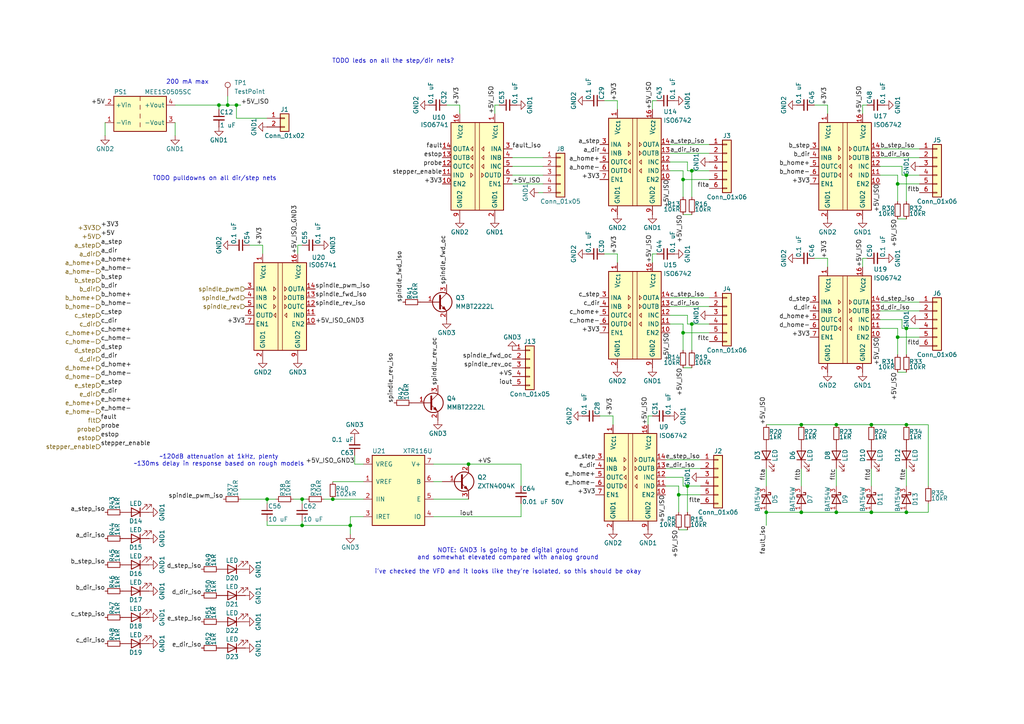
<source format=kicad_sch>
(kicad_sch
	(version 20231120)
	(generator "eeschema")
	(generator_version "8.0")
	(uuid "edc055bd-ae8d-488c-be10-8d4252bf527c")
	(paper "A4")
	
	(junction
		(at 252.73 148.59)
		(diameter 0)
		(color 0 0 0 0)
		(uuid "041c2b2c-8df0-48a1-a296-49d0739fb73d")
	)
	(junction
		(at 198.12 52.07)
		(diameter 0)
		(color 0 0 0 0)
		(uuid "0423256b-3932-4df5-9562-f122ba52c058")
	)
	(junction
		(at 135.89 134.62)
		(diameter 0)
		(color 0 0 0 0)
		(uuid "14023cef-ef62-45f3-8ef1-ce4acc9d4f21")
	)
	(junction
		(at 260.35 53.34)
		(diameter 0)
		(color 0 0 0 0)
		(uuid "149f102d-0dcc-4466-9c17-da7cdd0a9f82")
	)
	(junction
		(at 260.35 97.79)
		(diameter 0)
		(color 0 0 0 0)
		(uuid "21f4a646-90e3-4726-adab-e56f60d8bab6")
	)
	(junction
		(at 198.12 96.52)
		(diameter 0)
		(color 0 0 0 0)
		(uuid "43ec997c-7fc3-4977-8d91-0c260c13d7c4")
	)
	(junction
		(at 252.73 123.19)
		(diameter 0)
		(color 0 0 0 0)
		(uuid "53d1f3ca-c076-4041-b516-a350d61a3b69")
	)
	(junction
		(at 96.52 144.78)
		(diameter 0)
		(color 0 0 0 0)
		(uuid "553498ad-f7ed-4ce8-86c4-98b0d6dd0aad")
	)
	(junction
		(at 200.66 49.53)
		(diameter 0)
		(color 0 0 0 0)
		(uuid "55692cc0-5d54-4f51-ab1d-bab5d9b9232e")
	)
	(junction
		(at 262.89 123.19)
		(diameter 0)
		(color 0 0 0 0)
		(uuid "576f4f5d-168c-405b-8567-d51ff38c6f4e")
	)
	(junction
		(at 262.89 50.8)
		(diameter 0)
		(color 0 0 0 0)
		(uuid "6a0ec44b-8ed5-4bae-8066-207fdf0805af")
	)
	(junction
		(at 66.04 30.48)
		(diameter 0)
		(color 0 0 0 0)
		(uuid "6a17d1d2-bfa2-45fd-93ee-b4a6334fd503")
	)
	(junction
		(at 242.57 148.59)
		(diameter 0)
		(color 0 0 0 0)
		(uuid "7bc3cc6a-27a6-4950-8e39-4389508145b5")
	)
	(junction
		(at 200.66 93.98)
		(diameter 0)
		(color 0 0 0 0)
		(uuid "887be1bf-852f-412e-b044-67b5e2b15876")
	)
	(junction
		(at 196.85 143.51)
		(diameter 0)
		(color 0 0 0 0)
		(uuid "943c81d4-f0ca-4aa6-a1ac-8c1f840f0702")
	)
	(junction
		(at 232.41 123.19)
		(diameter 0)
		(color 0 0 0 0)
		(uuid "9b6ae08b-7ecb-4dde-97f6-7caa3c398295")
	)
	(junction
		(at 101.6 152.4)
		(diameter 0)
		(color 0 0 0 0)
		(uuid "9ce64a22-2af7-4f43-bb36-ee2c56df4e7f")
	)
	(junction
		(at 262.89 95.25)
		(diameter 0)
		(color 0 0 0 0)
		(uuid "a67d7922-2392-4db8-91a4-ebc8a9482598")
	)
	(junction
		(at 87.63 152.4)
		(diameter 0)
		(color 0 0 0 0)
		(uuid "a82b738f-fafb-4250-8fb0-4618d9b7ddab")
	)
	(junction
		(at 222.25 148.59)
		(diameter 0)
		(color 0 0 0 0)
		(uuid "aeababc8-4090-43a5-9e46-e31052cfbb8e")
	)
	(junction
		(at 77.47 144.78)
		(diameter 0)
		(color 0 0 0 0)
		(uuid "b8be1155-1f4d-4a69-b43f-c03c0c1c50ba")
	)
	(junction
		(at 199.39 140.97)
		(diameter 0)
		(color 0 0 0 0)
		(uuid "b90c6e07-679a-4740-ab56-d4c5f8af7bdf")
	)
	(junction
		(at 87.63 144.78)
		(diameter 0)
		(color 0 0 0 0)
		(uuid "c231c586-0f65-4a68-916b-14fc97739385")
	)
	(junction
		(at 262.89 148.59)
		(diameter 0)
		(color 0 0 0 0)
		(uuid "d019346f-3f12-408b-a157-7d2606cbce4c")
	)
	(junction
		(at 68.58 30.48)
		(diameter 0)
		(color 0 0 0 0)
		(uuid "e6e0f26f-c08f-4956-ad0f-8aebf7c1978c")
	)
	(junction
		(at 242.57 123.19)
		(diameter 0)
		(color 0 0 0 0)
		(uuid "e823e8d1-45af-42c7-bbb9-b854bf144a7d")
	)
	(junction
		(at 232.41 148.59)
		(diameter 0)
		(color 0 0 0 0)
		(uuid "f04e05d8-ac65-49dd-8a8e-eb5b4872bf05")
	)
	(junction
		(at 63.5 30.48)
		(diameter 0)
		(color 0 0 0 0)
		(uuid "f166097c-823e-4dc6-b2ee-01de37d8f054")
	)
	(wire
		(pts
			(xy 255.27 45.72) (xy 266.7 45.72)
		)
		(stroke
			(width 0)
			(type default)
		)
		(uuid "00a0086f-67cd-471f-90ef-f73b8cdf85f4")
	)
	(wire
		(pts
			(xy 198.12 52.07) (xy 205.74 52.07)
		)
		(stroke
			(width 0)
			(type default)
		)
		(uuid "01fa5714-d44b-4056-93e2-0fe7d6290be9")
	)
	(wire
		(pts
			(xy 240.03 30.48) (xy 240.03 33.02)
		)
		(stroke
			(width 0)
			(type default)
		)
		(uuid "04d53575-48b7-49a3-b498-aa12842187ee")
	)
	(wire
		(pts
			(xy 125.73 134.62) (xy 135.89 134.62)
		)
		(stroke
			(width 0)
			(type default)
		)
		(uuid "0535a5ce-f39f-47ce-ab55-8ea26b030cab")
	)
	(wire
		(pts
			(xy 198.12 96.52) (xy 205.74 96.52)
		)
		(stroke
			(width 0)
			(type default)
		)
		(uuid "1017fd1f-da7a-4349-8bc6-c92f11b38f9c")
	)
	(wire
		(pts
			(xy 63.5 30.48) (xy 63.5 31.75)
		)
		(stroke
			(width 0)
			(type default)
		)
		(uuid "103f399f-f81e-488e-b660-c01a250f5bf9")
	)
	(wire
		(pts
			(xy 260.35 50.8) (xy 260.35 53.34)
		)
		(stroke
			(width 0)
			(type default)
		)
		(uuid "119e226a-57ff-4616-8015-9d0fdea7ebbd")
	)
	(wire
		(pts
			(xy 260.35 53.34) (xy 260.35 58.42)
		)
		(stroke
			(width 0)
			(type default)
		)
		(uuid "12857899-401b-47df-9284-2fd628ee3ff7")
	)
	(wire
		(pts
			(xy 199.39 140.97) (xy 199.39 148.59)
		)
		(stroke
			(width 0)
			(type default)
		)
		(uuid "13d0278e-238c-49da-ab61-a977c579044c")
	)
	(wire
		(pts
			(xy 251.46 74.93) (xy 250.19 74.93)
		)
		(stroke
			(width 0)
			(type default)
		)
		(uuid "13d2ef45-08cc-423f-b7c7-c0495e0e10d7")
	)
	(wire
		(pts
			(xy 194.31 91.44) (xy 199.39 91.44)
		)
		(stroke
			(width 0)
			(type default)
		)
		(uuid "144c53e1-5d93-4341-a55d-d378e911393c")
	)
	(wire
		(pts
			(xy 30.48 35.56) (xy 30.48 39.37)
		)
		(stroke
			(width 0)
			(type default)
		)
		(uuid "14cc0cae-2831-4f0f-b21f-26cfbb636f7f")
	)
	(wire
		(pts
			(xy 236.22 30.48) (xy 240.03 30.48)
		)
		(stroke
			(width 0)
			(type default)
		)
		(uuid "14d93b6b-d266-443b-93c3-f54cd8b699ae")
	)
	(wire
		(pts
			(xy 148.59 45.72) (xy 157.48 45.72)
		)
		(stroke
			(width 0)
			(type default)
		)
		(uuid "16303e04-e7b8-4e37-ae34-6c1802146e6f")
	)
	(wire
		(pts
			(xy 262.89 95.25) (xy 262.89 102.87)
		)
		(stroke
			(width 0)
			(type default)
		)
		(uuid "1cbedc74-e434-4e26-83d3-c34c2ba789c1")
	)
	(wire
		(pts
			(xy 262.89 135.89) (xy 262.89 140.97)
		)
		(stroke
			(width 0)
			(type default)
		)
		(uuid "213db337-274e-42d2-a342-78ce329cb322")
	)
	(wire
		(pts
			(xy 102.87 132.08) (xy 102.87 134.62)
		)
		(stroke
			(width 0)
			(type default)
		)
		(uuid "2172d5b7-caff-4c72-acf7-6f8de67de191")
	)
	(wire
		(pts
			(xy 199.39 46.99) (xy 199.39 49.53)
		)
		(stroke
			(width 0)
			(type default)
		)
		(uuid "21f0c034-a4cd-454c-b5d8-5d524c63d49d")
	)
	(wire
		(pts
			(xy 190.5 29.21) (xy 189.23 29.21)
		)
		(stroke
			(width 0)
			(type default)
		)
		(uuid "2264e863-9a73-4166-882d-1889f6f57630")
	)
	(wire
		(pts
			(xy 269.24 123.19) (xy 269.24 140.97)
		)
		(stroke
			(width 0)
			(type default)
		)
		(uuid "22a5edb2-c800-4a3f-a940-cefb189d5d2e")
	)
	(wire
		(pts
			(xy 199.39 93.98) (xy 200.66 93.98)
		)
		(stroke
			(width 0)
			(type default)
		)
		(uuid "2393f833-97d3-4bc0-aca2-21da6242d144")
	)
	(wire
		(pts
			(xy 196.85 153.67) (xy 199.39 153.67)
		)
		(stroke
			(width 0)
			(type default)
		)
		(uuid "259af260-9c1a-43ba-8608-f620ae3414e8")
	)
	(wire
		(pts
			(xy 144.78 30.48) (xy 143.51 30.48)
		)
		(stroke
			(width 0)
			(type default)
		)
		(uuid "26890865-7a35-4c94-a62f-c70509ad5fc5")
	)
	(wire
		(pts
			(xy 255.27 87.63) (xy 266.7 87.63)
		)
		(stroke
			(width 0)
			(type default)
		)
		(uuid "2741c7a0-2b5a-44bd-8d66-a64fb1c09b12")
	)
	(wire
		(pts
			(xy 198.12 138.43) (xy 198.12 140.97)
		)
		(stroke
			(width 0)
			(type default)
		)
		(uuid "287e7df7-048f-4f06-9132-5640bf726301")
	)
	(wire
		(pts
			(xy 198.12 96.52) (xy 198.12 101.6)
		)
		(stroke
			(width 0)
			(type default)
		)
		(uuid "2930b3b2-229d-4a8c-8558-ba93795f4ab4")
	)
	(wire
		(pts
			(xy 96.52 144.78) (xy 105.41 144.78)
		)
		(stroke
			(width 0)
			(type default)
		)
		(uuid "2cffa85d-0e9c-4115-a17a-531621b9cf99")
	)
	(wire
		(pts
			(xy 252.73 135.89) (xy 252.73 140.97)
		)
		(stroke
			(width 0)
			(type default)
		)
		(uuid "2d80fb46-0fdc-4827-9644-22017e3c2149")
	)
	(wire
		(pts
			(xy 200.66 93.98) (xy 205.74 93.98)
		)
		(stroke
			(width 0)
			(type default)
		)
		(uuid "31721368-7e58-4bce-83df-561cc3d29fb5")
	)
	(wire
		(pts
			(xy 200.66 49.53) (xy 205.74 49.53)
		)
		(stroke
			(width 0)
			(type default)
		)
		(uuid "32700083-1c07-4919-9034-4fa1ed909158")
	)
	(wire
		(pts
			(xy 260.35 107.95) (xy 262.89 107.95)
		)
		(stroke
			(width 0)
			(type default)
		)
		(uuid "333f26b4-00c1-4c3d-abe3-3b129dcb16f7")
	)
	(wire
		(pts
			(xy 262.89 123.19) (xy 269.24 123.19)
		)
		(stroke
			(width 0)
			(type default)
		)
		(uuid "3597af62-03ce-49c9-9be3-285982c8c802")
	)
	(wire
		(pts
			(xy 196.85 140.97) (xy 196.85 143.51)
		)
		(stroke
			(width 0)
			(type default)
		)
		(uuid "35ef5000-0366-4a44-9bd7-42790ce33359")
	)
	(wire
		(pts
			(xy 87.63 144.78) (xy 85.09 144.78)
		)
		(stroke
			(width 0)
			(type default)
		)
		(uuid "372eb35a-cefb-4a61-9337-052a2cb5fa9e")
	)
	(wire
		(pts
			(xy 199.39 49.53) (xy 200.66 49.53)
		)
		(stroke
			(width 0)
			(type default)
		)
		(uuid "381788b8-9f10-4e4c-9e42-5f529d581d11")
	)
	(wire
		(pts
			(xy 242.57 123.19) (xy 252.73 123.19)
		)
		(stroke
			(width 0)
			(type default)
		)
		(uuid "3bdfd181-d7b5-4607-8d23-604265a586de")
	)
	(wire
		(pts
			(xy 190.5 73.66) (xy 189.23 73.66)
		)
		(stroke
			(width 0)
			(type default)
		)
		(uuid "3bf6b5a5-8adf-4dac-b35a-8e78806424c9")
	)
	(wire
		(pts
			(xy 255.27 95.25) (xy 260.35 95.25)
		)
		(stroke
			(width 0)
			(type default)
		)
		(uuid "3db06479-3897-44d3-8508-e50a16ed1a72")
	)
	(wire
		(pts
			(xy 250.19 30.48) (xy 250.19 33.02)
		)
		(stroke
			(width 0)
			(type default)
		)
		(uuid "3def1823-dc44-441c-9abb-a5afbae2f88d")
	)
	(wire
		(pts
			(xy 50.8 30.48) (xy 63.5 30.48)
		)
		(stroke
			(width 0)
			(type default)
		)
		(uuid "3f59e97c-2613-466a-8771-bd4f4e57ce22")
	)
	(wire
		(pts
			(xy 93.98 144.78) (xy 96.52 144.78)
		)
		(stroke
			(width 0)
			(type default)
		)
		(uuid "4054abfd-5251-4009-9c5e-84551d6d20c5")
	)
	(wire
		(pts
			(xy 76.2 71.12) (xy 76.2 73.66)
		)
		(stroke
			(width 0)
			(type default)
		)
		(uuid "415629be-d8c9-4903-8b8f-8e8258ab56c1")
	)
	(wire
		(pts
			(xy 260.35 97.79) (xy 260.35 102.87)
		)
		(stroke
			(width 0)
			(type default)
		)
		(uuid "417a0aa8-f6b5-4498-845d-2fff78de5ef5")
	)
	(wire
		(pts
			(xy 232.41 135.89) (xy 232.41 140.97)
		)
		(stroke
			(width 0)
			(type default)
		)
		(uuid "448462ce-4985-4238-bda2-bdcfde669cf1")
	)
	(wire
		(pts
			(xy 199.39 140.97) (xy 203.2 140.97)
		)
		(stroke
			(width 0)
			(type default)
		)
		(uuid "448ec6bd-70ea-43f8-8a8a-ec0c5e7fff94")
	)
	(wire
		(pts
			(xy 232.41 148.59) (xy 242.57 148.59)
		)
		(stroke
			(width 0)
			(type default)
		)
		(uuid "44f4599c-2417-4d34-b13e-a19eb92ca732")
	)
	(wire
		(pts
			(xy 50.8 35.56) (xy 50.8 39.37)
		)
		(stroke
			(width 0)
			(type default)
		)
		(uuid "4848fdbb-2599-4445-8172-4bff03157155")
	)
	(wire
		(pts
			(xy 260.35 63.5) (xy 262.89 63.5)
		)
		(stroke
			(width 0)
			(type default)
		)
		(uuid "4b6e1e42-32d5-431f-8762-628f71b031e2")
	)
	(wire
		(pts
			(xy 179.07 73.66) (xy 179.07 76.2)
		)
		(stroke
			(width 0)
			(type default)
		)
		(uuid "4bb42d86-baa8-4d07-84a1-649c1a998e2b")
	)
	(wire
		(pts
			(xy 199.39 91.44) (xy 199.39 93.98)
		)
		(stroke
			(width 0)
			(type default)
		)
		(uuid "4bc84913-1300-45c1-b4f1-ffa7033ecaab")
	)
	(wire
		(pts
			(xy 77.47 151.13) (xy 77.47 152.4)
		)
		(stroke
			(width 0)
			(type default)
		)
		(uuid "4bebc396-3355-4185-99d5-458e535ee0f2")
	)
	(wire
		(pts
			(xy 129.54 30.48) (xy 133.35 30.48)
		)
		(stroke
			(width 0)
			(type default)
		)
		(uuid "535f1a58-15c8-4946-88c7-7a2949c9f021")
	)
	(wire
		(pts
			(xy 66.04 30.48) (xy 68.58 30.48)
		)
		(stroke
			(width 0)
			(type default)
		)
		(uuid "54345622-2431-4521-89dd-786f64655fe3")
	)
	(wire
		(pts
			(xy 250.19 74.93) (xy 250.19 77.47)
		)
		(stroke
			(width 0)
			(type default)
		)
		(uuid "55349045-f4a9-4ba7-9bf9-bf35b38d9928")
	)
	(wire
		(pts
			(xy 255.27 48.26) (xy 261.62 48.26)
		)
		(stroke
			(width 0)
			(type default)
		)
		(uuid "58b794c0-b9a1-4bff-95e6-185a860dd1ba")
	)
	(wire
		(pts
			(xy 262.89 148.59) (xy 269.24 148.59)
		)
		(stroke
			(width 0)
			(type default)
		)
		(uuid "5aba7b29-db39-4ac6-ad29-4fb2a0f3732c")
	)
	(wire
		(pts
			(xy 236.22 74.93) (xy 240.03 74.93)
		)
		(stroke
			(width 0)
			(type default)
		)
		(uuid "5c0fb022-9100-4d33-8b52-e52c98628000")
	)
	(wire
		(pts
			(xy 189.23 120.65) (xy 187.96 120.65)
		)
		(stroke
			(width 0)
			(type default)
		)
		(uuid "5d8b82a0-4cf7-4e33-8d67-8d75eaaaa942")
	)
	(wire
		(pts
			(xy 196.85 143.51) (xy 203.2 143.51)
		)
		(stroke
			(width 0)
			(type default)
		)
		(uuid "5df8311e-465a-41e1-b461-24f7f26f3f01")
	)
	(wire
		(pts
			(xy 198.12 49.53) (xy 198.12 52.07)
		)
		(stroke
			(width 0)
			(type default)
		)
		(uuid "5e2936c8-ab6d-4833-b626-d3b46046f437")
	)
	(wire
		(pts
			(xy 261.62 50.8) (xy 262.89 50.8)
		)
		(stroke
			(width 0)
			(type default)
		)
		(uuid "5e8b3b26-95d2-43af-9e15-cabe68177ae9")
	)
	(wire
		(pts
			(xy 72.39 71.12) (xy 76.2 71.12)
		)
		(stroke
			(width 0)
			(type default)
		)
		(uuid "62b416e1-303a-41d2-b654-2ccc402a5552")
	)
	(wire
		(pts
			(xy 125.73 144.78) (xy 135.89 144.78)
		)
		(stroke
			(width 0)
			(type default)
		)
		(uuid "6746253d-59df-4900-a94d-18fddc31cf98")
	)
	(wire
		(pts
			(xy 63.5 30.48) (xy 66.04 30.48)
		)
		(stroke
			(width 0)
			(type default)
		)
		(uuid "67aa5cae-50eb-403c-bb4f-295c3d151630")
	)
	(wire
		(pts
			(xy 68.58 30.48) (xy 69.85 30.48)
		)
		(stroke
			(width 0)
			(type default)
		)
		(uuid "689ea28e-f8d0-45bb-96be-6cbbe4a45feb")
	)
	(wire
		(pts
			(xy 187.96 120.65) (xy 187.96 123.19)
		)
		(stroke
			(width 0)
			(type default)
		)
		(uuid "69b6e049-71f3-44ad-a113-ab1030cdc65c")
	)
	(wire
		(pts
			(xy 260.35 53.34) (xy 266.7 53.34)
		)
		(stroke
			(width 0)
			(type default)
		)
		(uuid "6a381b22-9bf1-4797-9230-25659b42253d")
	)
	(wire
		(pts
			(xy 252.73 148.59) (xy 262.89 148.59)
		)
		(stroke
			(width 0)
			(type default)
		)
		(uuid "6d32928e-6caf-4894-9260-ae147930d31e")
	)
	(wire
		(pts
			(xy 222.25 123.19) (xy 232.41 123.19)
		)
		(stroke
			(width 0)
			(type default)
		)
		(uuid "6ebe8c2a-b285-4a2c-80a9-d07b4f1f2e48")
	)
	(wire
		(pts
			(xy 262.89 95.25) (xy 266.7 95.25)
		)
		(stroke
			(width 0)
			(type default)
		)
		(uuid "6fff49c1-0751-4cc4-bfde-8380460abc91")
	)
	(wire
		(pts
			(xy 255.27 90.17) (xy 266.7 90.17)
		)
		(stroke
			(width 0)
			(type default)
		)
		(uuid "725337c0-fd80-4f54-8e7a-76315c76c0d0")
	)
	(wire
		(pts
			(xy 151.13 140.97) (xy 151.13 134.62)
		)
		(stroke
			(width 0)
			(type default)
		)
		(uuid "7461476a-2087-4119-a018-ad7a01f14cf2")
	)
	(wire
		(pts
			(xy 86.36 71.12) (xy 86.36 73.66)
		)
		(stroke
			(width 0)
			(type default)
		)
		(uuid "78a3f286-cfe1-4c9c-88c3-a9cf56e23fb4")
	)
	(wire
		(pts
			(xy 222.25 148.59) (xy 232.41 148.59)
		)
		(stroke
			(width 0)
			(type default)
		)
		(uuid "7d891330-0ae5-4c60-961d-6d5a85f40663")
	)
	(wire
		(pts
			(xy 143.51 30.48) (xy 143.51 33.02)
		)
		(stroke
			(width 0)
			(type default)
		)
		(uuid "7f8f1195-b427-4ce3-b8bc-b7fb7f6f3968")
	)
	(wire
		(pts
			(xy 77.47 144.78) (xy 77.47 146.05)
		)
		(stroke
			(width 0)
			(type default)
		)
		(uuid "822bbc2b-d103-4df1-aa10-f9ded4fbd588")
	)
	(wire
		(pts
			(xy 200.66 49.53) (xy 200.66 57.15)
		)
		(stroke
			(width 0)
			(type default)
		)
		(uuid "8281009a-c434-43df-9d67-d71c4744eedb")
	)
	(wire
		(pts
			(xy 222.25 135.89) (xy 222.25 140.97)
		)
		(stroke
			(width 0)
			(type default)
		)
		(uuid "844fd9de-bcb1-4490-83bd-ca1845384579")
	)
	(wire
		(pts
			(xy 66.04 27.94) (xy 66.04 30.48)
		)
		(stroke
			(width 0)
			(type default)
		)
		(uuid "8462fc88-5243-4b36-8c29-69e10450812d")
	)
	(wire
		(pts
			(xy 200.66 93.98) (xy 200.66 101.6)
		)
		(stroke
			(width 0)
			(type default)
		)
		(uuid "851b1a36-2076-445d-8cfc-f20b34a642d5")
	)
	(wire
		(pts
			(xy 194.31 49.53) (xy 198.12 49.53)
		)
		(stroke
			(width 0)
			(type default)
		)
		(uuid "85e40965-8626-4cd2-8279-582de1b6c155")
	)
	(wire
		(pts
			(xy 193.04 138.43) (xy 198.12 138.43)
		)
		(stroke
			(width 0)
			(type default)
		)
		(uuid "87b6f0e1-c2df-4a9c-8950-420ed3bd9b6b")
	)
	(wire
		(pts
			(xy 198.12 140.97) (xy 199.39 140.97)
		)
		(stroke
			(width 0)
			(type default)
		)
		(uuid "8827613c-15d2-434a-bdef-27c398d62e2a")
	)
	(wire
		(pts
			(xy 252.73 123.19) (xy 262.89 123.19)
		)
		(stroke
			(width 0)
			(type default)
		)
		(uuid "908a0beb-cf95-4c8c-8f31-a36f1d529ef8")
	)
	(wire
		(pts
			(xy 242.57 148.59) (xy 252.73 148.59)
		)
		(stroke
			(width 0)
			(type default)
		)
		(uuid "91e3ba88-670f-4685-9192-96e1fc64985c")
	)
	(wire
		(pts
			(xy 198.12 52.07) (xy 198.12 57.15)
		)
		(stroke
			(width 0)
			(type default)
		)
		(uuid "93fec60a-4c19-4f4a-96fb-d446c30edb0d")
	)
	(wire
		(pts
			(xy 232.41 123.19) (xy 242.57 123.19)
		)
		(stroke
			(width 0)
			(type default)
		)
		(uuid "95eebdb7-2fac-498e-a353-a1b9b1b63fbd")
	)
	(wire
		(pts
			(xy 251.46 30.48) (xy 250.19 30.48)
		)
		(stroke
			(width 0)
			(type default)
		)
		(uuid "96bed7e3-434f-4109-ac1a-e42f67191959")
	)
	(wire
		(pts
			(xy 194.31 93.98) (xy 198.12 93.98)
		)
		(stroke
			(width 0)
			(type default)
		)
		(uuid "985dbfbf-a45a-49de-b4f5-e8322525aa31")
	)
	(wire
		(pts
			(xy 255.27 50.8) (xy 260.35 50.8)
		)
		(stroke
			(width 0)
			(type default)
		)
		(uuid "9af20ef9-86d1-4005-981c-cf6c324a113c")
	)
	(wire
		(pts
			(xy 194.31 41.91) (xy 205.74 41.91)
		)
		(stroke
			(width 0)
			(type default)
		)
		(uuid "9c139304-1960-497a-91ba-893fa5c2ac95")
	)
	(wire
		(pts
			(xy 157.48 55.88) (xy 156.21 55.88)
		)
		(stroke
			(width 0)
			(type default)
		)
		(uuid "9d33bddc-d69f-467e-a218-438ad9d11789")
	)
	(wire
		(pts
			(xy 151.13 146.05) (xy 151.13 149.86)
		)
		(stroke
			(width 0)
			(type default)
		)
		(uuid "9d51a3c2-d2dd-4de8-a450-15ae4b0019a5")
	)
	(wire
		(pts
			(xy 77.47 144.78) (xy 80.01 144.78)
		)
		(stroke
			(width 0)
			(type default)
		)
		(uuid "9e76656f-80eb-4c78-8a19-83812f20d665")
	)
	(wire
		(pts
			(xy 177.8 120.65) (xy 177.8 123.19)
		)
		(stroke
			(width 0)
			(type default)
		)
		(uuid "a0293bf9-1d32-4d34-9a25-2b02f6471b6f")
	)
	(wire
		(pts
			(xy 260.35 95.25) (xy 260.35 97.79)
		)
		(stroke
			(width 0)
			(type default)
		)
		(uuid "a8bb2fc7-15f8-4623-9055-e48eb05d486b")
	)
	(wire
		(pts
			(xy 198.12 62.23) (xy 200.66 62.23)
		)
		(stroke
			(width 0)
			(type default)
		)
		(uuid "af890bb4-2443-447e-b46d-d7a91ab2a38b")
	)
	(wire
		(pts
			(xy 194.31 86.36) (xy 205.74 86.36)
		)
		(stroke
			(width 0)
			(type default)
		)
		(uuid "b237fb0a-97a1-43d7-8861-eef517253b4c")
	)
	(wire
		(pts
			(xy 255.27 43.18) (xy 266.7 43.18)
		)
		(stroke
			(width 0)
			(type default)
		)
		(uuid "b6b6dacc-d7ae-4036-8c99-605d0d7c8a07")
	)
	(wire
		(pts
			(xy 173.99 120.65) (xy 177.8 120.65)
		)
		(stroke
			(width 0)
			(type default)
		)
		(uuid "b7b8f370-441c-4d80-883a-0ad922d59720")
	)
	(wire
		(pts
			(xy 102.87 134.62) (xy 105.41 134.62)
		)
		(stroke
			(width 0)
			(type default)
		)
		(uuid "b8567034-1afa-4ff6-bd8c-10dcb6b0c1e4")
	)
	(wire
		(pts
			(xy 148.59 53.34) (xy 157.48 53.34)
		)
		(stroke
			(width 0)
			(type default)
		)
		(uuid "ba8ee88f-c410-4a2f-86a6-801c2284eff6")
	)
	(wire
		(pts
			(xy 175.26 73.66) (xy 179.07 73.66)
		)
		(stroke
			(width 0)
			(type default)
		)
		(uuid "bb365d9d-a2a2-4936-a9f7-a98a927e48b1")
	)
	(wire
		(pts
			(xy 261.62 48.26) (xy 261.62 50.8)
		)
		(stroke
			(width 0)
			(type default)
		)
		(uuid "bb7150ff-cf27-4481-a61d-dfc5e31d4195")
	)
	(wire
		(pts
			(xy 222.25 148.59) (xy 222.25 152.4)
		)
		(stroke
			(width 0)
			(type default)
		)
		(uuid "bd99e441-440d-49aa-b4a8-f37f782a5f18")
	)
	(wire
		(pts
			(xy 262.89 50.8) (xy 262.89 58.42)
		)
		(stroke
			(width 0)
			(type default)
		)
		(uuid "bdbce8b0-866a-430d-a832-960d34141265")
	)
	(wire
		(pts
			(xy 262.89 50.8) (xy 266.7 50.8)
		)
		(stroke
			(width 0)
			(type default)
		)
		(uuid "c0f6c4f1-4675-4aeb-8fbc-e931f3570236")
	)
	(wire
		(pts
			(xy 105.41 149.86) (xy 101.6 149.86)
		)
		(stroke
			(width 0)
			(type default)
		)
		(uuid "c58dc105-0359-4f50-88ec-1fbddde183dd")
	)
	(wire
		(pts
			(xy 151.13 149.86) (xy 125.73 149.86)
		)
		(stroke
			(width 0)
			(type default)
		)
		(uuid "c6323395-da4e-459f-9791-a36382a8c026")
	)
	(wire
		(pts
			(xy 255.27 92.71) (xy 261.62 92.71)
		)
		(stroke
			(width 0)
			(type default)
		)
		(uuid "c9f67783-0050-4819-828c-151cc0781635")
	)
	(wire
		(pts
			(xy 193.04 135.89) (xy 203.2 135.89)
		)
		(stroke
			(width 0)
			(type default)
		)
		(uuid "ca45c257-502b-4aaf-8fa9-fc657958ee5b")
	)
	(wire
		(pts
			(xy 101.6 152.4) (xy 87.63 152.4)
		)
		(stroke
			(width 0)
			(type default)
		)
		(uuid "cf27a427-b421-4a37-a1fb-fb70225af5aa")
	)
	(wire
		(pts
			(xy 189.23 73.66) (xy 189.23 76.2)
		)
		(stroke
			(width 0)
			(type default)
		)
		(uuid "d0b203d2-6cdf-4e14-91ad-0785fd21baff")
	)
	(wire
		(pts
			(xy 269.24 148.59) (xy 269.24 146.05)
		)
		(stroke
			(width 0)
			(type default)
		)
		(uuid "d1473fd6-b94f-4d0b-9faa-3448813d8195")
	)
	(wire
		(pts
			(xy 194.31 46.99) (xy 199.39 46.99)
		)
		(stroke
			(width 0)
			(type default)
		)
		(uuid "d29c5669-e7a5-444e-ba24-5eea69bdd711")
	)
	(wire
		(pts
			(xy 193.04 140.97) (xy 196.85 140.97)
		)
		(stroke
			(width 0)
			(type default)
		)
		(uuid "d2ce7561-5e07-41d5-a28b-b8312645ced2")
	)
	(wire
		(pts
			(xy 242.57 135.89) (xy 242.57 140.97)
		)
		(stroke
			(width 0)
			(type default)
		)
		(uuid "d3bab6fa-3292-4074-91fa-9db3162f576f")
	)
	(wire
		(pts
			(xy 194.31 88.9) (xy 205.74 88.9)
		)
		(stroke
			(width 0)
			(type default)
		)
		(uuid "d4638e62-ed55-445b-aa3d-5d7fb6344d23")
	)
	(wire
		(pts
			(xy 261.62 95.25) (xy 262.89 95.25)
		)
		(stroke
			(width 0)
			(type default)
		)
		(uuid "d8e4e553-623f-435a-a231-b713891cae3e")
	)
	(wire
		(pts
			(xy 77.47 34.29) (xy 68.58 34.29)
		)
		(stroke
			(width 0)
			(type default)
		)
		(uuid "d9125de1-cc65-4c35-bf66-0c49c8e2dcb0")
	)
	(wire
		(pts
			(xy 175.26 29.21) (xy 179.07 29.21)
		)
		(stroke
			(width 0)
			(type default)
		)
		(uuid "d9d9629c-b226-405b-bee8-a13c031927be")
	)
	(wire
		(pts
			(xy 87.63 151.13) (xy 87.63 152.4)
		)
		(stroke
			(width 0)
			(type default)
		)
		(uuid "ddfa5c0b-db6f-40f2-8839-30abaab37ffd")
	)
	(wire
		(pts
			(xy 68.58 34.29) (xy 68.58 30.48)
		)
		(stroke
			(width 0)
			(type default)
		)
		(uuid "dea3fb18-3da0-430c-b62d-ecb26d15565d")
	)
	(wire
		(pts
			(xy 196.85 143.51) (xy 196.85 148.59)
		)
		(stroke
			(width 0)
			(type default)
		)
		(uuid "e01f12d8-3756-4416-9cd6-1f28fa88b227")
	)
	(wire
		(pts
			(xy 87.63 146.05) (xy 87.63 144.78)
		)
		(stroke
			(width 0)
			(type default)
		)
		(uuid "e21ba7c7-a417-4d68-bba3-adf72306982e")
	)
	(wire
		(pts
			(xy 69.85 144.78) (xy 77.47 144.78)
		)
		(stroke
			(width 0)
			(type default)
		)
		(uuid "e2a18df8-14ed-420e-845a-c833c27eef0f")
	)
	(wire
		(pts
			(xy 133.35 30.48) (xy 133.35 33.02)
		)
		(stroke
			(width 0)
			(type default)
		)
		(uuid "e42f1442-02fd-461e-a419-711dd6d412ac")
	)
	(wire
		(pts
			(xy 198.12 106.68) (xy 200.66 106.68)
		)
		(stroke
			(width 0)
			(type default)
		)
		(uuid "e58f1a73-cac6-471a-b7a1-01f073ab0cc8")
	)
	(wire
		(pts
			(xy 148.59 48.26) (xy 157.48 48.26)
		)
		(stroke
			(width 0)
			(type default)
		)
		(uuid "e735569c-8b34-4205-9635-02ec8b51d443")
	)
	(wire
		(pts
			(xy 148.59 50.8) (xy 157.48 50.8)
		)
		(stroke
			(width 0)
			(type default)
		)
		(uuid "e8f99277-45f2-47e6-8151-2191ccce678f")
	)
	(wire
		(pts
			(xy 240.03 74.93) (xy 240.03 77.47)
		)
		(stroke
			(width 0)
			(type default)
		)
		(uuid "e916c776-02ee-4f47-bd60-6a1e1e406a02")
	)
	(wire
		(pts
			(xy 198.12 93.98) (xy 198.12 96.52)
		)
		(stroke
			(width 0)
			(type default)
		)
		(uuid "ecf3e736-d0cb-4d59-8224-c4b35d457bb1")
	)
	(wire
		(pts
			(xy 125.73 139.7) (xy 128.27 139.7)
		)
		(stroke
			(width 0)
			(type default)
		)
		(uuid "ee3f57c1-06cd-4ecc-a247-29f04ec1cddc")
	)
	(wire
		(pts
			(xy 151.13 134.62) (xy 135.89 134.62)
		)
		(stroke
			(width 0)
			(type default)
		)
		(uuid "ef200d40-af17-4c83-ac8b-11f97ee2da15")
	)
	(wire
		(pts
			(xy 193.04 133.35) (xy 203.2 133.35)
		)
		(stroke
			(width 0)
			(type default)
		)
		(uuid "f0092c73-52aa-404e-b11e-ac3cf9cf8aee")
	)
	(wire
		(pts
			(xy 260.35 97.79) (xy 266.7 97.79)
		)
		(stroke
			(width 0)
			(type default)
		)
		(uuid "f2546143-e9f0-47df-997a-25965967e512")
	)
	(wire
		(pts
			(xy 87.63 144.78) (xy 88.9 144.78)
		)
		(stroke
			(width 0)
			(type default)
		)
		(uuid "f53355b2-ca61-4ac1-9af0-cf2a909a3e97")
	)
	(wire
		(pts
			(xy 261.62 92.71) (xy 261.62 95.25)
		)
		(stroke
			(width 0)
			(type default)
		)
		(uuid "f7aae34a-52ed-4198-b171-0c74663c504d")
	)
	(wire
		(pts
			(xy 101.6 152.4) (xy 101.6 154.94)
		)
		(stroke
			(width 0)
			(type default)
		)
		(uuid "f7c7acba-2c07-45d8-b5e4-175cde21c454")
	)
	(wire
		(pts
			(xy 87.63 71.12) (xy 86.36 71.12)
		)
		(stroke
			(width 0)
			(type default)
		)
		(uuid "f7cd00e4-616a-4fbe-acec-fa4418f78f6c")
	)
	(wire
		(pts
			(xy 189.23 29.21) (xy 189.23 31.75)
		)
		(stroke
			(width 0)
			(type default)
		)
		(uuid "fa6fabe6-c9f6-446c-8776-b52d4cd42cc8")
	)
	(wire
		(pts
			(xy 96.52 139.7) (xy 105.41 139.7)
		)
		(stroke
			(width 0)
			(type default)
		)
		(uuid "fcacadce-5d11-4550-aa2a-857cb16234a9")
	)
	(wire
		(pts
			(xy 179.07 29.21) (xy 179.07 31.75)
		)
		(stroke
			(width 0)
			(type default)
		)
		(uuid "fd643c78-9e16-4eba-8beb-7fde41b4dded")
	)
	(wire
		(pts
			(xy 194.31 44.45) (xy 205.74 44.45)
		)
		(stroke
			(width 0)
			(type default)
		)
		(uuid "fd9a2f20-3784-4df3-b60d-b0c864d55cf0")
	)
	(wire
		(pts
			(xy 87.63 152.4) (xy 77.47 152.4)
		)
		(stroke
			(width 0)
			(type default)
		)
		(uuid "fde34709-5dbd-4dd9-a4dc-272091d1db5a")
	)
	(wire
		(pts
			(xy 101.6 149.86) (xy 101.6 152.4)
		)
		(stroke
			(width 0)
			(type default)
		)
		(uuid "ff3da42c-278c-487b-8310-6e9e5c81203e")
	)
	(text "200 mA max"
		(exclude_from_sim no)
		(at 54.356 23.876 0)
		(effects
			(font
				(size 1.27 1.27)
			)
		)
		(uuid "1159c6c3-8ce5-48ad-89c8-58d89e522d12")
	)
	(text "~120dB attenuation at 1kHz, plenty\n~130ms delay in response based on rough models"
		(exclude_from_sim no)
		(at 63.5 133.604 0)
		(effects
			(font
				(size 1.27 1.27)
			)
		)
		(uuid "2917a6f5-42ac-4c40-ac83-cf00e31a00ce")
	)
	(text "TODO pulldowns on all dir/step nets"
		(exclude_from_sim no)
		(at 62.23 51.816 0)
		(effects
			(font
				(size 1.27 1.27)
			)
		)
		(uuid "4b98d081-5852-422e-8af0-f8745facfe01")
	)
	(text "NOTE: GND3 is going to be digital ground\nand somewhat elevated compared with analog ground\n\ni've checked the VFD and it looks like they're isolated, so this should be okay"
		(exclude_from_sim no)
		(at 147.32 162.814 0)
		(effects
			(font
				(size 1.27 1.27)
			)
		)
		(uuid "71dec31e-21cf-4a28-b6ab-132fb194c453")
	)
	(text "TODO leds on all the step/dir nets?"
		(exclude_from_sim no)
		(at 114.046 17.78 0)
		(effects
			(font
				(size 1.27 1.27)
			)
		)
		(uuid "f9bc9504-8141-4633-ab41-04da581f26c6")
	)
	(label "a_home-"
		(at 29.21 78.74 0)
		(fields_autoplaced yes)
		(effects
			(font
				(size 1.27 1.27)
			)
			(justify left bottom)
		)
		(uuid "02d4d32d-1187-489c-b67d-23f3aa6b959c")
	)
	(label "d_step"
		(at 234.95 87.63 180)
		(fields_autoplaced yes)
		(effects
			(font
				(size 1.27 1.27)
			)
			(justify right bottom)
		)
		(uuid "0378a4c8-3125-4a66-b028-3cb2a55bf494")
	)
	(label "+5V_ISO"
		(at 143.51 33.02 90)
		(fields_autoplaced yes)
		(effects
			(font
				(size 1.27 1.27)
			)
			(justify left bottom)
		)
		(uuid "07425081-5105-41fb-b9b3-6fc54406a9ac")
	)
	(label "flta"
		(at 205.74 54.61 180)
		(fields_autoplaced yes)
		(effects
			(font
				(size 1.27 1.27)
			)
			(justify right bottom)
		)
		(uuid "0918f1f5-7c6d-4e53-871d-1225492eaf87")
	)
	(label "+5V_ISO"
		(at 189.23 31.75 90)
		(fields_autoplaced yes)
		(effects
			(font
				(size 1.27 1.27)
			)
			(justify left bottom)
		)
		(uuid "0a895db3-d323-4308-96d9-f614f7d398f2")
	)
	(label "a_step_iso"
		(at 194.31 41.91 0)
		(fields_autoplaced yes)
		(effects
			(font
				(size 1.27 1.27)
			)
			(justify left bottom)
		)
		(uuid "0ab47e36-92d1-46ec-bf2d-c85274a75679")
	)
	(label "fault"
		(at 128.27 43.18 180)
		(fields_autoplaced yes)
		(effects
			(font
				(size 1.27 1.27)
			)
			(justify right bottom)
		)
		(uuid "0af12c0a-f966-499d-a190-436f2fc3e85d")
	)
	(label "d_dir_iso"
		(at 255.27 90.17 0)
		(fields_autoplaced yes)
		(effects
			(font
				(size 1.27 1.27)
			)
			(justify left bottom)
		)
		(uuid "0c3d3847-697b-40e8-a92f-3087defbeb73")
	)
	(label "c_step"
		(at 173.99 86.36 180)
		(fields_autoplaced yes)
		(effects
			(font
				(size 1.27 1.27)
			)
			(justify right bottom)
		)
		(uuid "0d580a2d-13e4-4a88-a47f-ff7ec3ace20a")
	)
	(label "+3V3"
		(at 234.95 53.34 180)
		(fields_autoplaced yes)
		(effects
			(font
				(size 1.27 1.27)
			)
			(justify right bottom)
		)
		(uuid "0fd9448c-ba10-433f-a2ee-6e2028d611ca")
	)
	(label "a_step"
		(at 29.21 71.12 0)
		(fields_autoplaced yes)
		(effects
			(font
				(size 1.27 1.27)
			)
			(justify left bottom)
		)
		(uuid "15c440d5-e98e-4a6a-a523-41e53c7da985")
	)
	(label "+VS"
		(at 138.43 134.62 0)
		(fields_autoplaced yes)
		(effects
			(font
				(size 1.27 1.27)
			)
			(justify left bottom)
		)
		(uuid "176446eb-6879-4506-aaaf-738df13da2b9")
	)
	(label "+5V_ISO"
		(at 189.23 76.2 90)
		(fields_autoplaced yes)
		(effects
			(font
				(size 1.27 1.27)
			)
			(justify left bottom)
		)
		(uuid "18b27270-e5e2-42d2-8d58-9afdc4dccc60")
	)
	(label "+5V_ISO"
		(at 260.35 63.5 270)
		(fields_autoplaced yes)
		(effects
			(font
				(size 1.27 1.27)
			)
			(justify right bottom)
		)
		(uuid "1ada85af-72d7-41fa-a098-1c6fa209dded")
	)
	(label "flte"
		(at 262.89 135.89 270)
		(fields_autoplaced yes)
		(effects
			(font
				(size 1.27 1.27)
			)
			(justify right bottom)
		)
		(uuid "1e524eb8-4f60-4011-8cd3-e4d5dc6bacc7")
	)
	(label "c_step_iso"
		(at 194.31 86.36 0)
		(fields_autoplaced yes)
		(effects
			(font
				(size 1.27 1.27)
			)
			(justify left bottom)
		)
		(uuid "1ff05dc7-5fb4-470a-8540-805ee30884ca")
	)
	(label "b_home-"
		(at 29.21 88.9 0)
		(fields_autoplaced yes)
		(effects
			(font
				(size 1.27 1.27)
			)
			(justify left bottom)
		)
		(uuid "253a5f41-5bab-46f0-94ac-7f2d26e93901")
	)
	(label "e_dir_iso"
		(at 193.04 135.89 0)
		(fields_autoplaced yes)
		(effects
			(font
				(size 1.27 1.27)
			)
			(justify left bottom)
		)
		(uuid "26588605-1ca1-45c4-9c52-226f8f2a6ba6")
	)
	(label "c_dir_iso"
		(at 30.48 186.69 180)
		(fields_autoplaced yes)
		(effects
			(font
				(size 1.27 1.27)
			)
			(justify right bottom)
		)
		(uuid "2760a548-a021-4a48-a32c-b1c6e13f5969")
	)
	(label "iout"
		(at 133.35 149.86 0)
		(fields_autoplaced yes)
		(effects
			(font
				(size 1.27 1.27)
			)
			(justify left bottom)
		)
		(uuid "27be7366-a1b6-44db-8a70-4eff6d512d12")
	)
	(label "fltc"
		(at 242.57 135.89 270)
		(fields_autoplaced yes)
		(effects
			(font
				(size 1.27 1.27)
			)
			(justify right bottom)
		)
		(uuid "286eb8ea-989f-46e2-9dba-e7b40ee7e048")
	)
	(label "a_step"
		(at 173.99 41.91 180)
		(fields_autoplaced yes)
		(effects
			(font
				(size 1.27 1.27)
			)
			(justify right bottom)
		)
		(uuid "28874ab6-5bcc-4375-a8f4-3077e98044d6")
	)
	(label "b_dir_iso"
		(at 255.27 45.72 0)
		(fields_autoplaced yes)
		(effects
			(font
				(size 1.27 1.27)
			)
			(justify left bottom)
		)
		(uuid "2d9af2eb-0145-47e8-a010-a6bf79ca4671")
	)
	(label "fltd"
		(at 252.73 135.89 270)
		(fields_autoplaced yes)
		(effects
			(font
				(size 1.27 1.27)
			)
			(justify right bottom)
		)
		(uuid "2dc93de5-0243-4aa5-853d-2985dddb940c")
	)
	(label "d_home+"
		(at 29.21 106.68 0)
		(fields_autoplaced yes)
		(effects
			(font
				(size 1.27 1.27)
			)
			(justify left bottom)
		)
		(uuid "3096b6ff-bff9-404d-bc3c-7a6205c27b32")
	)
	(label "fault"
		(at 29.21 121.92 0)
		(fields_autoplaced yes)
		(effects
			(font
				(size 1.27 1.27)
			)
			(justify left bottom)
		)
		(uuid "347b4b69-aa30-44d7-94a1-d71ab1f897e4")
	)
	(label "+3V3"
		(at 240.03 74.93 90)
		(fields_autoplaced yes)
		(effects
			(font
				(size 1.27 1.27)
			)
			(justify left bottom)
		)
		(uuid "35f380d2-dd05-4653-948e-0b2847b64148")
	)
	(label "+5V"
		(at 30.48 30.48 180)
		(fields_autoplaced yes)
		(effects
			(font
				(size 1.27 1.27)
			)
			(justify right bottom)
		)
		(uuid "36740b54-9deb-4967-8f5a-d9880c61c036")
	)
	(label "spindle_fwd_iso"
		(at 116.84 87.63 90)
		(fields_autoplaced yes)
		(effects
			(font
				(size 1.27 1.27)
			)
			(justify left bottom)
		)
		(uuid "37bb3753-0227-4944-adf2-b8e9cf9d9446")
	)
	(label "fltb"
		(at 266.7 55.88 180)
		(fields_autoplaced yes)
		(effects
			(font
				(size 1.27 1.27)
			)
			(justify right bottom)
		)
		(uuid "383f6007-7199-4842-ac7f-f745feb393da")
	)
	(label "c_home+"
		(at 173.99 91.44 180)
		(fields_autoplaced yes)
		(effects
			(font
				(size 1.27 1.27)
			)
			(justify right bottom)
		)
		(uuid "3d140738-4c09-420b-ac99-7411442b488b")
	)
	(label "spindle_rev_oc"
		(at 148.59 106.68 180)
		(fields_autoplaced yes)
		(effects
			(font
				(size 1.27 1.27)
			)
			(justify right bottom)
		)
		(uuid "3d5eb93c-7e72-4fa6-8685-b224825c7969")
	)
	(label "spindle_pwm_iso"
		(at 91.44 83.82 0)
		(fields_autoplaced yes)
		(effects
			(font
				(size 1.27 1.27)
			)
			(justify left bottom)
		)
		(uuid "4035a0aa-d93c-4ad2-958a-58dc46bc2f69")
	)
	(label "fault_iso"
		(at 148.59 43.18 0)
		(fields_autoplaced yes)
		(effects
			(font
				(size 1.27 1.27)
			)
			(justify left bottom)
		)
		(uuid "4586bfa9-9ca9-4688-8921-aa81e744c42c")
	)
	(label "+5V_ISO"
		(at 222.25 123.19 90)
		(fields_autoplaced yes)
		(effects
			(font
				(size 1.27 1.27)
			)
			(justify left bottom)
		)
		(uuid "49e78ecf-5ee3-47d2-82fb-589988c234ff")
	)
	(label "stepper_enable"
		(at 128.27 50.8 180)
		(fields_autoplaced yes)
		(effects
			(font
				(size 1.27 1.27)
			)
			(justify right bottom)
		)
		(uuid "52f48800-4256-47c5-a583-9b1cf136e214")
	)
	(label "+5V_ISO"
		(at 255.27 53.34 270)
		(fields_autoplaced yes)
		(effects
			(font
				(size 1.27 1.27)
			)
			(justify right bottom)
		)
		(uuid "5e0695f2-250a-445c-846c-71a10e2d35db")
	)
	(label "e_step"
		(at 29.21 111.76 0)
		(fields_autoplaced yes)
		(effects
			(font
				(size 1.27 1.27)
			)
			(justify left bottom)
		)
		(uuid "62be1a43-f096-4547-9d9d-60817d804949")
	)
	(label "+3V3"
		(at 240.03 30.48 90)
		(fields_autoplaced yes)
		(effects
			(font
				(size 1.27 1.27)
			)
			(justify left bottom)
		)
		(uuid "63342cf7-bdb6-471c-b626-52eb1c66068f")
	)
	(label "estop"
		(at 128.27 45.72 180)
		(fields_autoplaced yes)
		(effects
			(font
				(size 1.27 1.27)
			)
			(justify right bottom)
		)
		(uuid "63e8ab05-dce5-4263-9529-0c229a704835")
	)
	(label "c_dir"
		(at 173.99 88.9 180)
		(fields_autoplaced yes)
		(effects
			(font
				(size 1.27 1.27)
			)
			(justify right bottom)
		)
		(uuid "64a0c2f4-de80-4eca-abd8-fce12b298986")
	)
	(label "+3V3"
		(at 234.95 97.79 180)
		(fields_autoplaced yes)
		(effects
			(font
				(size 1.27 1.27)
			)
			(justify right bottom)
		)
		(uuid "64cefb39-a088-4580-ac59-5e22a8719ba3")
	)
	(label "spindle_pwm_iso"
		(at 64.77 144.78 180)
		(fields_autoplaced yes)
		(effects
			(font
				(size 1.27 1.27)
			)
			(justify right bottom)
		)
		(uuid "66f506bf-cb06-41c8-a96d-2bc8479fc1d7")
	)
	(label "e_home-"
		(at 172.72 140.97 180)
		(fields_autoplaced yes)
		(effects
			(font
				(size 1.27 1.27)
			)
			(justify right bottom)
		)
		(uuid "68d43a1c-de09-4dbe-b493-9f7228436a66")
	)
	(label "+3V3"
		(at 29.21 66.04 0)
		(fields_autoplaced yes)
		(effects
			(font
				(size 1.27 1.27)
			)
			(justify left bottom)
		)
		(uuid "69d23d2c-5173-4373-a83d-2d23db31a7e9")
	)
	(label "b_step_iso"
		(at 255.27 43.18 0)
		(fields_autoplaced yes)
		(effects
			(font
				(size 1.27 1.27)
			)
			(justify left bottom)
		)
		(uuid "6c9a7e40-bdd0-43a4-a860-e50106bf6abb")
	)
	(label "a_home-"
		(at 173.99 49.53 180)
		(fields_autoplaced yes)
		(effects
			(font
				(size 1.27 1.27)
			)
			(justify right bottom)
		)
		(uuid "6cd5db26-19b4-4014-88ad-ee29aedaa303")
	)
	(label "fltd"
		(at 266.7 100.33 180)
		(fields_autoplaced yes)
		(effects
			(font
				(size 1.27 1.27)
			)
			(justify right bottom)
		)
		(uuid "6dbb6091-efd7-4bb6-bbb4-4dadba59fa90")
	)
	(label "c_dir"
		(at 29.21 93.98 0)
		(fields_autoplaced yes)
		(effects
			(font
				(size 1.27 1.27)
			)
			(justify left bottom)
		)
		(uuid "6f65f2b0-0b03-41a9-a4de-4123b76aefd1")
	)
	(label "+5V_ISO"
		(at 250.19 77.47 90)
		(fields_autoplaced yes)
		(effects
			(font
				(size 1.27 1.27)
			)
			(justify left bottom)
		)
		(uuid "6fc5505f-7a93-467d-bf06-c7e423372165")
	)
	(label "+3V3"
		(at 71.12 93.98 180)
		(fields_autoplaced yes)
		(effects
			(font
				(size 1.27 1.27)
			)
			(justify right bottom)
		)
		(uuid "7059afe9-034c-4109-b782-85a671a3ca6c")
	)
	(label "c_home-"
		(at 173.99 93.98 180)
		(fields_autoplaced yes)
		(effects
			(font
				(size 1.27 1.27)
			)
			(justify right bottom)
		)
		(uuid "71db6ce9-f19c-4850-b741-c693d1842a66")
	)
	(label "+3V3"
		(at 179.07 73.66 90)
		(fields_autoplaced yes)
		(effects
			(font
				(size 1.27 1.27)
			)
			(justify left bottom)
		)
		(uuid "72b360ad-1570-4860-9b2c-cae6b042ab1b")
	)
	(label "+5V_ISO_GND3"
		(at 91.44 93.98 0)
		(fields_autoplaced yes)
		(effects
			(font
				(size 1.27 1.27)
			)
			(justify left bottom)
		)
		(uuid "74cb56a0-9638-466c-8f23-d2bfb41ac649")
	)
	(label "fault_iso"
		(at 222.25 152.4 270)
		(fields_autoplaced yes)
		(effects
			(font
				(size 1.27 1.27)
			)
			(justify right bottom)
		)
		(uuid "76836b5e-025e-4e39-865b-114a4663b41c")
	)
	(label "a_dir"
		(at 29.21 73.66 0)
		(fields_autoplaced yes)
		(effects
			(font
				(size 1.27 1.27)
			)
			(justify left bottom)
		)
		(uuid "78ce678c-1bc3-4073-acc5-dd806be4bbbf")
	)
	(label "spindle_rev_iso"
		(at 114.3 116.84 90)
		(fields_autoplaced yes)
		(effects
			(font
				(size 1.27 1.27)
			)
			(justify left bottom)
		)
		(uuid "7b5f0942-6d09-4e16-ad84-64d648641935")
	)
	(label "c_step"
		(at 29.21 91.44 0)
		(fields_autoplaced yes)
		(effects
			(font
				(size 1.27 1.27)
			)
			(justify left bottom)
		)
		(uuid "80946984-195f-48fa-a97b-74f5a882d37b")
	)
	(label "d_dir"
		(at 234.95 90.17 180)
		(fields_autoplaced yes)
		(effects
			(font
				(size 1.27 1.27)
			)
			(justify right bottom)
		)
		(uuid "83d2b792-ea36-4fbf-9dbc-aa22e6a0e163")
	)
	(label "+5V_ISO"
		(at 194.31 96.52 270)
		(fields_autoplaced yes)
		(effects
			(font
				(size 1.27 1.27)
			)
			(justify right bottom)
		)
		(uuid "857e8391-71dd-4952-8d62-e0696f9cd892")
	)
	(label "c_step_iso"
		(at 30.48 179.07 180)
		(fields_autoplaced yes)
		(effects
			(font
				(size 1.27 1.27)
			)
			(justify right bottom)
		)
		(uuid "8abab06b-fef9-4f2d-ae91-4d4d8c622a47")
	)
	(label "fltb"
		(at 232.41 135.89 270)
		(fields_autoplaced yes)
		(effects
			(font
				(size 1.27 1.27)
			)
			(justify right bottom)
		)
		(uuid "8c8671ed-359b-411b-92ae-0fc702270000")
	)
	(label "b_dir"
		(at 29.21 83.82 0)
		(fields_autoplaced yes)
		(effects
			(font
				(size 1.27 1.27)
			)
			(justify left bottom)
		)
		(uuid "8d8baf17-8ebd-471b-8dc7-ab26babf5fc9")
	)
	(label "+5V_ISO"
		(at 196.85 153.67 270)
		(fields_autoplaced yes)
		(effects
			(font
				(size 1.27 1.27)
			)
			(justify right bottom)
		)
		(uuid "8ef001e1-ba5f-492c-a433-75d0c646e4da")
	)
	(label "+5V_ISO"
		(at 187.96 123.19 90)
		(fields_autoplaced yes)
		(effects
			(font
				(size 1.27 1.27)
			)
			(justify left bottom)
		)
		(uuid "94605f95-9b34-4071-87e9-221505ea8812")
	)
	(label "c_home+"
		(at 29.21 96.52 0)
		(fields_autoplaced yes)
		(effects
			(font
				(size 1.27 1.27)
			)
			(justify left bottom)
		)
		(uuid "948fd521-e6ab-4c04-bae1-b419ddfddf58")
	)
	(label "+3V3"
		(at 172.72 143.51 180)
		(fields_autoplaced yes)
		(effects
			(font
				(size 1.27 1.27)
			)
			(justify right bottom)
		)
		(uuid "9499c8aa-e2d4-44d5-b615-d5cc51ff2043")
	)
	(label "+5V_ISO_GND3"
		(at 86.36 73.66 90)
		(fields_autoplaced yes)
		(effects
			(font
				(size 1.27 1.27)
			)
			(justify left bottom)
		)
		(uuid "958c2c4c-08f5-47ba-9e9c-44f6b19e568b")
	)
	(label "+5V_ISO"
		(at 194.31 52.07 270)
		(fields_autoplaced yes)
		(effects
			(font
				(size 1.27 1.27)
			)
			(justify right bottom)
		)
		(uuid "965aac03-e64a-4cf6-9211-642c457b939f")
	)
	(label "a_home+"
		(at 29.21 76.2 0)
		(fields_autoplaced yes)
		(effects
			(font
				(size 1.27 1.27)
			)
			(justify left bottom)
		)
		(uuid "9866369d-04c9-4f9a-aee5-64e41f489602")
	)
	(label "d_home+"
		(at 234.95 92.71 180)
		(fields_autoplaced yes)
		(effects
			(font
				(size 1.27 1.27)
			)
			(justify right bottom)
		)
		(uuid "9d29857d-bee0-4023-b2a4-e1adfc130dcf")
	)
	(label "+VS"
		(at 148.59 109.22 180)
		(fields_autoplaced yes)
		(effects
			(font
				(size 1.27 1.27)
			)
			(justify right bottom)
		)
		(uuid "9eac694b-856c-443e-9369-22324fdccbbd")
	)
	(label "fltc"
		(at 205.74 99.06 180)
		(fields_autoplaced yes)
		(effects
			(font
				(size 1.27 1.27)
			)
			(justify right bottom)
		)
		(uuid "9f0cdcc4-1d9c-49aa-bb0c-c4724fb557fb")
	)
	(label "c_home-"
		(at 29.21 99.06 0)
		(fields_autoplaced yes)
		(effects
			(font
				(size 1.27 1.27)
			)
			(justify left bottom)
		)
		(uuid "a0f20926-bc83-4742-a9a8-294a67a61b8a")
	)
	(label "+3V3"
		(at 173.99 52.07 180)
		(fields_autoplaced yes)
		(effects
			(font
				(size 1.27 1.27)
			)
			(justify right bottom)
		)
		(uuid "a11e1876-502b-4e42-86a1-d0fb1738e521")
	)
	(label "+5V"
		(at 29.21 68.58 0)
		(fields_autoplaced yes)
		(effects
			(font
				(size 1.27 1.27)
			)
			(justify left bottom)
		)
		(uuid "a1be1c01-14f6-4abd-a7bf-1a36844ec5bf")
	)
	(label "a_step_iso"
		(at 30.48 148.59 180)
		(fields_autoplaced yes)
		(effects
			(font
				(size 1.27 1.27)
			)
			(justify right bottom)
		)
		(uuid "a1fcf7b3-0345-4897-a801-516f045fa324")
	)
	(label "e_dir_iso"
		(at 58.42 187.96 180)
		(fields_autoplaced yes)
		(effects
			(font
				(size 1.27 1.27)
			)
			(justify right bottom)
		)
		(uuid "a2e1938c-4f40-4f0c-b799-6f2d3e7361c1")
	)
	(label "b_dir_iso"
		(at 30.48 171.45 180)
		(fields_autoplaced yes)
		(effects
			(font
				(size 1.27 1.27)
			)
			(justify right bottom)
		)
		(uuid "a3e14121-df65-4b7e-9b85-b60b7b07fa84")
	)
	(label "e_step"
		(at 172.72 133.35 180)
		(fields_autoplaced yes)
		(effects
			(font
				(size 1.27 1.27)
			)
			(justify right bottom)
		)
		(uuid "aa8336bc-b27c-41a3-9f50-678c18775614")
	)
	(label "+3V3"
		(at 76.2 71.12 90)
		(fields_autoplaced yes)
		(effects
			(font
				(size 1.27 1.27)
			)
			(justify left bottom)
		)
		(uuid "ad1fd7a2-e2a7-409e-b9a5-9d4f3334c4b8")
	)
	(label "+5V_ISO"
		(at 198.12 106.68 270)
		(fields_autoplaced yes)
		(effects
			(font
				(size 1.27 1.27)
			)
			(justify right bottom)
		)
		(uuid "b239291a-0354-44e0-be8a-acedecbc3a2f")
	)
	(label "d_home-"
		(at 29.21 109.22 0)
		(fields_autoplaced yes)
		(effects
			(font
				(size 1.27 1.27)
			)
			(justify left bottom)
		)
		(uuid "b682c1e5-95b7-4d7b-8d74-804cb12cc3ba")
	)
	(label "+3V3"
		(at 133.35 30.48 90)
		(fields_autoplaced yes)
		(effects
			(font
				(size 1.27 1.27)
			)
			(justify left bottom)
		)
		(uuid "b6d2dcf0-bb77-49e3-b898-57e72813444e")
	)
	(label "b_home-"
		(at 234.95 50.8 180)
		(fields_autoplaced yes)
		(effects
			(font
				(size 1.27 1.27)
			)
			(justify right bottom)
		)
		(uuid "b7b28401-407f-45d4-ab08-cd18fc1af41b")
	)
	(label "b_home+"
		(at 29.21 86.36 0)
		(fields_autoplaced yes)
		(effects
			(font
				(size 1.27 1.27)
			)
			(justify left bottom)
		)
		(uuid "b7f632e3-11a6-478c-a202-5f288e047250")
	)
	(label "stepper_enable"
		(at 29.21 129.54 0)
		(fields_autoplaced yes)
		(effects
			(font
				(size 1.27 1.27)
			)
			(justify left bottom)
		)
		(uuid "b86cfdf9-a999-45be-ab70-7b9b5ead6f5f")
	)
	(label "a_dir_iso"
		(at 194.31 44.45 0)
		(fields_autoplaced yes)
		(effects
			(font
				(size 1.27 1.27)
			)
			(justify left bottom)
		)
		(uuid "bab6c2b7-f0bc-480f-bc14-115ef641df74")
	)
	(label "+5V_ISO"
		(at 193.04 143.51 270)
		(fields_autoplaced yes)
		(effects
			(font
				(size 1.27 1.27)
			)
			(justify right bottom)
		)
		(uuid "bb1e8cba-2f8e-4cf2-abd1-2e981583b830")
	)
	(label "spindle_fwd_oc"
		(at 148.59 104.14 180)
		(fields_autoplaced yes)
		(effects
			(font
				(size 1.27 1.27)
			)
			(justify right bottom)
		)
		(uuid "bb5b4d21-1426-4bc8-9fe7-b93d0f038124")
	)
	(label "d_step_iso"
		(at 255.27 87.63 0)
		(fields_autoplaced yes)
		(effects
			(font
				(size 1.27 1.27)
			)
			(justify left bottom)
		)
		(uuid "bc0d751a-272a-4718-8aad-e0b35bcd3106")
	)
	(label "estop"
		(at 29.21 127 0)
		(fields_autoplaced yes)
		(effects
			(font
				(size 1.27 1.27)
			)
			(justify left bottom)
		)
		(uuid "c1666085-09ae-4437-bb5a-e7bf9e9b640e")
	)
	(label "+3V3"
		(at 179.07 29.21 90)
		(fields_autoplaced yes)
		(effects
			(font
				(size 1.27 1.27)
			)
			(justify left bottom)
		)
		(uuid "c3c6fead-0868-4f9f-9fb8-2e5efa3a6397")
	)
	(label "+5V_ISO"
		(at 260.35 107.95 270)
		(fields_autoplaced yes)
		(effects
			(font
				(size 1.27 1.27)
			)
			(justify right bottom)
		)
		(uuid "c6cfb279-a0f2-4666-92d0-3bc2fe0dfc59")
	)
	(label "b_step"
		(at 234.95 43.18 180)
		(fields_autoplaced yes)
		(effects
			(font
				(size 1.27 1.27)
			)
			(justify right bottom)
		)
		(uuid "c6f9c43e-6dc1-4118-8969-ea9510bfd320")
	)
	(label "probe"
		(at 29.21 124.46 0)
		(fields_autoplaced yes)
		(effects
			(font
				(size 1.27 1.27)
			)
			(justify left bottom)
		)
		(uuid "c703d482-cf83-48bb-8f1c-46d6d3a33efd")
	)
	(label "+3V3"
		(at 128.27 53.34 180)
		(fields_autoplaced yes)
		(effects
			(font
				(size 1.27 1.27)
			)
			(justify right bottom)
		)
		(uuid "c70e5386-38a4-414d-801e-46686e8fc246")
	)
	(label "e_step_iso"
		(at 58.42 180.34 180)
		(fields_autoplaced yes)
		(effects
			(font
				(size 1.27 1.27)
			)
			(justify right bottom)
		)
		(uuid "c7c9578b-f4d9-4c61-ad4d-061884b81d31")
	)
	(label "spindle_rev_iso"
		(at 91.44 88.9 0)
		(fields_autoplaced yes)
		(effects
			(font
				(size 1.27 1.27)
			)
			(justify left bottom)
		)
		(uuid "c84d4742-d173-4393-83fa-c81cd3ba2282")
	)
	(label "spindle_rev_oc"
		(at 127 111.76 90)
		(fields_autoplaced yes)
		(effects
			(font
				(size 1.27 1.27)
			)
			(justify left bottom)
		)
		(uuid "cde6c40a-af26-4bea-b598-fb8de2cbb9a6")
	)
	(label "a_home+"
		(at 173.99 46.99 180)
		(fields_autoplaced yes)
		(effects
			(font
				(size 1.27 1.27)
			)
			(justify right bottom)
		)
		(uuid "cec64da4-d6bf-4146-af8a-e739231d75b3")
	)
	(label "e_home+"
		(at 29.21 116.84 0)
		(fields_autoplaced yes)
		(effects
			(font
				(size 1.27 1.27)
			)
			(justify left bottom)
		)
		(uuid "ced8f37a-ac74-4113-b93d-3207009b3cf3")
	)
	(label "b_home+"
		(at 234.95 48.26 180)
		(fields_autoplaced yes)
		(effects
			(font
				(size 1.27 1.27)
			)
			(justify right bottom)
		)
		(uuid "d2a09444-6ef9-42f5-b13b-d98d8f83fad4")
	)
	(label "b_dir"
		(at 234.95 45.72 180)
		(fields_autoplaced yes)
		(effects
			(font
				(size 1.27 1.27)
			)
			(justify right bottom)
		)
		(uuid "d344f98d-e672-4a43-9fe0-4ab487322f95")
	)
	(label "+3V3"
		(at 177.8 120.65 90)
		(fields_autoplaced yes)
		(effects
			(font
				(size 1.27 1.27)
			)
			(justify left bottom)
		)
		(uuid "d5cd52db-0b32-47b8-ad65-be72b82dcba4")
	)
	(label "+5V_ISO"
		(at 148.59 53.34 0)
		(fields_autoplaced yes)
		(effects
			(font
				(size 1.27 1.27)
			)
			(justify left bottom)
		)
		(uuid "d629102e-97ea-4537-9402-952e62c278db")
	)
	(label "a_dir_iso"
		(at 30.48 156.21 180)
		(fields_autoplaced yes)
		(effects
			(font
				(size 1.27 1.27)
			)
			(justify right bottom)
		)
		(uuid "d8dee875-39a4-43e6-893a-0f7530bb7b40")
	)
	(label "c_dir_iso"
		(at 194.31 88.9 0)
		(fields_autoplaced yes)
		(effects
			(font
				(size 1.27 1.27)
			)
			(justify left bottom)
		)
		(uuid "d927ab66-a06d-48fd-80dd-838894bb5b32")
	)
	(label "+5V_ISO"
		(at 255.27 97.79 270)
		(fields_autoplaced yes)
		(effects
			(font
				(size 1.27 1.27)
			)
			(justify right bottom)
		)
		(uuid "d930a386-c281-4c59-ab84-ca3a769d6d42")
	)
	(label "b_step_iso"
		(at 30.48 163.83 180)
		(fields_autoplaced yes)
		(effects
			(font
				(size 1.27 1.27)
			)
			(justify right bottom)
		)
		(uuid "db8a689a-c599-4cbb-8f39-a311d961b681")
	)
	(label "e_home-"
		(at 29.21 119.38 0)
		(fields_autoplaced yes)
		(effects
			(font
				(size 1.27 1.27)
			)
			(justify left bottom)
		)
		(uuid "dcc061fe-d917-46da-8fc9-6fe8b15545fb")
	)
	(label "spindle_fwd_oc"
		(at 129.54 82.55 90)
		(fields_autoplaced yes)
		(effects
			(font
				(size 1.27 1.27)
			)
			(justify left bottom)
		)
		(uuid "de61485f-cf24-4710-92f6-0eb410a5ea91")
	)
	(label "+5V_ISO_GND3"
		(at 102.87 134.62 180)
		(fields_autoplaced yes)
		(effects
			(font
				(size 1.27 1.27)
			)
			(justify right bottom)
		)
		(uuid "e16ceadd-a40b-443a-8292-c2241ae5c39b")
	)
	(label "iout"
		(at 148.59 111.76 180)
		(fields_autoplaced yes)
		(effects
			(font
				(size 1.27 1.27)
			)
			(justify right bottom)
		)
		(uuid "e3e866f0-54f4-40a8-84aa-75068d8f56b3")
	)
	(label "flte"
		(at 203.2 146.05 180)
		(fields_autoplaced yes)
		(effects
			(font
				(size 1.27 1.27)
			)
			(justify right bottom)
		)
		(uuid "e57e1385-7bf9-43da-b78a-54be3b7a01cd")
	)
	(label "+3V3"
		(at 173.99 96.52 180)
		(fields_autoplaced yes)
		(effects
			(font
				(size 1.27 1.27)
			)
			(justify right bottom)
		)
		(uuid "e69db1dd-9f09-448b-898c-6595b308131e")
	)
	(label "b_step"
		(at 29.21 81.28 0)
		(fields_autoplaced yes)
		(effects
			(font
				(size 1.27 1.27)
			)
			(justify left bottom)
		)
		(uuid "e7870085-f49e-4835-bc62-87119af16abb")
	)
	(label "+5V_ISO"
		(at 250.19 33.02 90)
		(fields_autoplaced yes)
		(effects
			(font
				(size 1.27 1.27)
			)
			(justify left bottom)
		)
		(uuid "e81c3312-f2e8-40f0-8b95-a38b2d4f7018")
	)
	(label "+5V_ISO"
		(at 69.85 30.48 0)
		(fields_autoplaced yes)
		(effects
			(font
				(size 1.27 1.27)
			)
			(justify left bottom)
		)
		(uuid "e9ca5950-39d5-4d7e-8db5-9d6ff37655f7")
	)
	(label "+5V_ISO"
		(at 198.12 62.23 270)
		(fields_autoplaced yes)
		(effects
			(font
				(size 1.27 1.27)
			)
			(justify right bottom)
		)
		(uuid "ebd63feb-0ead-4a32-b498-68d9bda28b69")
	)
	(label "e_dir"
		(at 29.21 114.3 0)
		(fields_autoplaced yes)
		(effects
			(font
				(size 1.27 1.27)
			)
			(justify left bottom)
		)
		(uuid "edc7cb89-a7bd-45ee-a3be-9569f6c44647")
	)
	(label "e_home+"
		(at 172.72 138.43 180)
		(fields_autoplaced yes)
		(effects
			(font
				(size 1.27 1.27)
			)
			(justify right bottom)
		)
		(uuid "efde1afa-6ea4-4db7-962b-c2061059fe1e")
	)
	(label "d_home-"
		(at 234.95 95.25 180)
		(fields_autoplaced yes)
		(effects
			(font
				(size 1.27 1.27)
			)
			(justify right bottom)
		)
		(uuid "f045e6b9-cdaa-4cf2-af17-85a4c3e6669d")
	)
	(label "spindle_fwd_iso"
		(at 91.44 86.36 0)
		(fields_autoplaced yes)
		(effects
			(font
				(size 1.27 1.27)
			)
			(justify left bottom)
		)
		(uuid "f2ae2c5c-5395-47fc-a769-7323fa4d5453")
	)
	(label "e_dir"
		(at 172.72 135.89 180)
		(fields_autoplaced yes)
		(effects
			(font
				(size 1.27 1.27)
			)
			(justify right bottom)
		)
		(uuid "f44df6cc-5f4a-400c-8c4d-07b112dbca39")
	)
	(label "d_dir_iso"
		(at 58.42 172.72 180)
		(fields_autoplaced yes)
		(effects
			(font
				(size 1.27 1.27)
			)
			(justify right bottom)
		)
		(uuid "f4e6ba8a-372c-4cfe-8253-4b534b01cd34")
	)
	(label "d_dir"
		(at 29.21 104.14 0)
		(fields_autoplaced yes)
		(effects
			(font
				(size 1.27 1.27)
			)
			(justify left bottom)
		)
		(uuid "f65d4319-cc7b-43b8-bffb-c551dc66794a")
	)
	(label "d_step_iso"
		(at 58.42 165.1 180)
		(fields_autoplaced yes)
		(effects
			(font
				(size 1.27 1.27)
			)
			(justify right bottom)
		)
		(uuid "f9da8526-802c-40ac-b587-2ef35a74a110")
	)
	(label "d_step"
		(at 29.21 101.6 0)
		(fields_autoplaced yes)
		(effects
			(font
				(size 1.27 1.27)
			)
			(justify left bottom)
		)
		(uuid "fa0b5af8-1658-4af2-a6f3-a57c20bc06e9")
	)
	(label "probe"
		(at 128.27 48.26 180)
		(fields_autoplaced yes)
		(effects
			(font
				(size 1.27 1.27)
			)
			(justify right bottom)
		)
		(uuid "facfed1b-41a5-499a-91ef-0fdbb6d448a0")
	)
	(label "e_step_iso"
		(at 193.04 133.35 0)
		(fields_autoplaced yes)
		(effects
			(font
				(size 1.27 1.27)
			)
			(justify left bottom)
		)
		(uuid "fc7a191f-eb6f-40b5-bffd-c6f937b33ef5")
	)
	(label "a_dir"
		(at 173.99 44.45 180)
		(fields_autoplaced yes)
		(effects
			(font
				(size 1.27 1.27)
			)
			(justify right bottom)
		)
		(uuid "fdf6d9f4-671d-4b11-9838-42a4f0c664c9")
	)
	(label "flta"
		(at 222.25 135.89 270)
		(fields_autoplaced yes)
		(effects
			(font
				(size 1.27 1.27)
			)
			(justify right bottom)
		)
		(uuid "ff618539-abd3-4c69-a2c1-473cc47cfb1b")
	)
	(hierarchical_label "e_step"
		(shape input)
		(at 29.21 111.76 180)
		(fields_autoplaced yes)
		(effects
			(font
				(size 1.27 1.27)
			)
			(justify right)
		)
		(uuid "02553a17-7eaf-4d68-8e86-1700a315204b")
	)
	(hierarchical_label "c_home+"
		(shape input)
		(at 29.21 96.52 180)
		(fields_autoplaced yes)
		(effects
			(font
				(size 1.27 1.27)
			)
			(justify right)
		)
		(uuid "089c1af2-8a38-4726-b79f-38ea52a7e350")
	)
	(hierarchical_label "a_home-"
		(shape input)
		(at 29.21 78.74 180)
		(fields_autoplaced yes)
		(effects
			(font
				(size 1.27 1.27)
			)
			(justify right)
		)
		(uuid "09eaadee-77f1-4202-9faf-8bc2d50533cf")
	)
	(hierarchical_label "spindle_fwd"
		(shape input)
		(at 71.12 86.36 180)
		(fields_autoplaced yes)
		(effects
			(font
				(size 1.27 1.27)
			)
			(justify right)
		)
		(uuid "10ac9b4d-7dbc-4e6e-8693-b792f046e719")
	)
	(hierarchical_label "spindle_pwm"
		(shape input)
		(at 71.12 83.82 180)
		(fields_autoplaced yes)
		(effects
			(font
				(size 1.27 1.27)
			)
			(justify right)
		)
		(uuid "1c99b6f7-bbac-428b-9b28-7b77df4012f9")
	)
	(hierarchical_label "estop"
		(shape input)
		(at 29.21 127 180)
		(fields_autoplaced yes)
		(effects
			(font
				(size 1.27 1.27)
			)
			(justify right)
		)
		(uuid "226d025d-d374-4075-8793-602d9530b042")
	)
	(hierarchical_label "a_dir"
		(shape input)
		(at 29.21 73.66 180)
		(fields_autoplaced yes)
		(effects
			(font
				(size 1.27 1.27)
			)
			(justify right)
		)
		(uuid "27d02e21-4c86-4500-8ec1-30ec504e128c")
	)
	(hierarchical_label "probe"
		(shape input)
		(at 29.21 124.46 180)
		(fields_autoplaced yes)
		(effects
			(font
				(size 1.27 1.27)
			)
			(justify right)
		)
		(uuid "3828ebe0-7328-4f9f-9acb-650a5d494c7c")
	)
	(hierarchical_label "spindle_rev"
		(shape input)
		(at 71.12 88.9 180)
		(fields_autoplaced yes)
		(effects
			(font
				(size 1.27 1.27)
			)
			(justify right)
		)
		(uuid "39f12466-0720-4be8-ac4c-91ac62069fa2")
	)
	(hierarchical_label "d_home+"
		(shape input)
		(at 29.21 106.68 180)
		(fields_autoplaced yes)
		(effects
			(font
				(size 1.27 1.27)
			)
			(justify right)
		)
		(uuid "4382a64f-0f13-4f4c-b256-3bb7bec02579")
	)
	(hierarchical_label "b_step"
		(shape input)
		(at 29.21 81.28 180)
		(fields_autoplaced yes)
		(effects
			(font
				(size 1.27 1.27)
			)
			(justify right)
		)
		(uuid "480a9063-fc5e-410a-8b73-28dcf0d04351")
	)
	(hierarchical_label "stepper_enable"
		(shape input)
		(at 29.21 129.54 180)
		(fields_autoplaced yes)
		(effects
			(font
				(size 1.27 1.27)
			)
			(justify right)
		)
		(uuid "5a40e1a3-48af-4959-bcb9-ce8da0639791")
	)
	(hierarchical_label "c_step"
		(shape input)
		(at 29.21 91.44 180)
		(fields_autoplaced yes)
		(effects
			(font
				(size 1.27 1.27)
			)
			(justify right)
		)
		(uuid "5b6981db-80e7-437b-80db-35a00a403b5a")
	)
	(hierarchical_label "e_home-"
		(shape input)
		(at 29.21 119.38 180)
		(fields_autoplaced yes)
		(effects
			(font
				(size 1.27 1.27)
			)
			(justify right)
		)
		(uuid "677bc9da-63f5-4baf-a561-a495fe6520bc")
	)
	(hierarchical_label "+5V"
		(shape input)
		(at 29.21 68.58 180)
		(fields_autoplaced yes)
		(effects
			(font
				(size 1.27 1.27)
			)
			(justify right)
		)
		(uuid "67a3c39f-f739-4cd7-81e8-26d1caef4f00")
	)
	(hierarchical_label "e_home+"
		(shape input)
		(at 29.21 116.84 180)
		(fields_autoplaced yes)
		(effects
			(font
				(size 1.27 1.27)
			)
			(justify right)
		)
		(uuid "8352a107-8f3c-42c8-b636-8fb2581920f0")
	)
	(hierarchical_label "d_step"
		(shape input)
		(at 29.21 101.6 180)
		(fields_autoplaced yes)
		(effects
			(font
				(size 1.27 1.27)
			)
			(justify right)
		)
		(uuid "8583f0ac-ecb6-45cb-a23c-0c815a7c0699")
	)
	(hierarchical_label "+3V3"
		(shape input)
		(at 29.21 66.04 180)
		(fields_autoplaced yes)
		(effects
			(font
				(size 1.27 1.27)
			)
			(justify right)
		)
		(uuid "87eb9d20-7153-4f49-bab9-4aac44f7d47d")
	)
	(hierarchical_label "a_home+"
		(shape input)
		(at 29.21 76.2 180)
		(fields_autoplaced yes)
		(effects
			(font
				(size 1.27 1.27)
			)
			(justify right)
		)
		(uuid "ad90ae62-2ebf-4ae6-a0fc-611df69e4f4e")
	)
	(hierarchical_label "c_dir"
		(shape input)
		(at 29.21 93.98 180)
		(fields_autoplaced yes)
		(effects
			(font
				(size 1.27 1.27)
			)
			(justify right)
		)
		(uuid "be6ed6f6-aa6f-40f8-bc45-b8596409a841")
	)
	(hierarchical_label "e_dir"
		(shape input)
		(at 29.21 114.3 180)
		(fields_autoplaced yes)
		(effects
			(font
				(size 1.27 1.27)
			)
			(justify right)
		)
		(uuid "c2d69647-042c-41c8-a1ac-ee4116777e0b")
	)
	(hierarchical_label "c_home-"
		(shape input)
		(at 29.21 99.06 180)
		(fields_autoplaced yes)
		(effects
			(font
				(size 1.27 1.27)
			)
			(justify right)
		)
		(uuid "c3297b2a-f813-4b6c-8c7a-55b440bc5a8f")
	)
	(hierarchical_label "b_home+"
		(shape input)
		(at 29.21 86.36 180)
		(fields_autoplaced yes)
		(effects
			(font
				(size 1.27 1.27)
			)
			(justify right)
		)
		(uuid "c388f604-9711-4d3c-9971-491f6b795aae")
	)
	(hierarchical_label "b_dir"
		(shape input)
		(at 29.21 83.82 180)
		(fields_autoplaced yes)
		(effects
			(font
				(size 1.27 1.27)
			)
			(justify right)
		)
		(uuid "cfad48bf-3a5a-4bfe-9d52-3c4ada1a6767")
	)
	(hierarchical_label "d_dir"
		(shape input)
		(at 29.21 104.14 180)
		(fields_autoplaced yes)
		(effects
			(font
				(size 1.27 1.27)
			)
			(justify right)
		)
		(uuid "d4171dbf-4cd1-46cc-be73-a832db013b68")
	)
	(hierarchical_label "d_home-"
		(shape input)
		(at 29.21 109.22 180)
		(fields_autoplaced yes)
		(effects
			(font
				(size 1.27 1.27)
			)
			(justify right)
		)
		(uuid "d56996d3-ea19-4fba-95cd-37b5e35b7c9a")
	)
	(hierarchical_label "a_step"
		(shape input)
		(at 29.21 71.12 180)
		(fields_autoplaced yes)
		(effects
			(font
				(size 1.27 1.27)
			)
			(justify right)
		)
		(uuid "de0dd38b-fd36-46d2-9416-bd44fbf84d03")
	)
	(hierarchical_label "b_home-"
		(shape input)
		(at 29.21 88.9 180)
		(fields_autoplaced yes)
		(effects
			(font
				(size 1.27 1.27)
			)
			(justify right)
		)
		(uuid "de258d8b-3b20-47b3-a049-cb38592097fc")
	)
	(hierarchical_label "flt"
		(shape input)
		(at 29.21 121.92 180)
		(fields_autoplaced yes)
		(effects
			(font
				(size 1.27 1.27)
			)
			(justify right)
		)
		(uuid "de87c3ec-c91f-4223-8b7d-f95f07233d74")
	)
	(symbol
		(lib_id "Device:R_Small")
		(at 119.38 87.63 90)
		(unit 1)
		(exclude_from_sim no)
		(in_bom yes)
		(on_board yes)
		(dnp no)
		(uuid "02faf174-a877-4c96-b4ff-3154c87c4970")
		(property "Reference" "R41"
			(at 118.872 86.868 0)
			(effects
				(font
					(size 1.27 1.27)
				)
				(justify left)
			)
		)
		(property "Value" "10kR"
			(at 120.396 86.868 0)
			(effects
				(font
					(size 1.27 1.27)
				)
				(justify left)
			)
		)
		(property "Footprint" "Resistor_SMD:R_0402_1005Metric"
			(at 119.38 87.63 0)
			(effects
				(font
					(size 1.27 1.27)
				)
				(hide yes)
			)
		)
		(property "Datasheet" "~"
			(at 119.38 87.63 0)
			(effects
				(font
					(size 1.27 1.27)
				)
				(hide yes)
			)
		)
		(property "Description" "Resistor, small symbol"
			(at 119.38 87.63 0)
			(effects
				(font
					(size 1.27 1.27)
				)
				(hide yes)
			)
		)
		(property "Digikey" "1276-3431-1-ND"
			(at 119.38 87.63 0)
			(effects
				(font
					(size 1.27 1.27)
				)
				(hide yes)
			)
		)
		(pin "2"
			(uuid "294c548f-c276-497c-818f-01e8ed0a79cc")
		)
		(pin "1"
			(uuid "12daba8c-67de-4c83-aeb3-54f0f1a62496")
		)
		(instances
			(project ""
				(path "/e63e39d7-6ac0-4ffd-8aa3-1841a4541b55/46e60954-0ef8-441d-89e2-adb5ab79324d/e01cafc0-48de-4031-8740-a8576e9ca7bd"
					(reference "R41")
					(unit 1)
				)
			)
		)
	)
	(symbol
		(lib_id "Device:R_Small")
		(at 33.02 156.21 90)
		(unit 1)
		(exclude_from_sim no)
		(in_bom yes)
		(on_board yes)
		(dnp no)
		(uuid "054e6831-5881-476c-a21d-07a0a6cdf801")
		(property "Reference" "R44"
			(at 32.512 155.448 0)
			(effects
				(font
					(size 1.27 1.27)
				)
				(justify left)
			)
		)
		(property "Value" "1kR"
			(at 34.036 155.448 0)
			(effects
				(font
					(size 1.27 1.27)
				)
				(justify left)
			)
		)
		(property "Footprint" "Resistor_SMD:R_0402_1005Metric"
			(at 33.02 156.21 0)
			(effects
				(font
					(size 1.27 1.27)
				)
				(hide yes)
			)
		)
		(property "Datasheet" "~"
			(at 33.02 156.21 0)
			(effects
				(font
					(size 1.27 1.27)
				)
				(hide yes)
			)
		)
		(property "Description" "Resistor, small symbol"
			(at 33.02 156.21 0)
			(effects
				(font
					(size 1.27 1.27)
				)
				(hide yes)
			)
		)
		(property "Digikey" "P1.00KLCT-ND"
			(at 33.02 156.21 0)
			(effects
				(font
					(size 1.27 1.27)
				)
				(hide yes)
			)
		)
		(pin "1"
			(uuid "e18431a7-f9a8-43ba-876c-9b00faeaea7d")
		)
		(pin "2"
			(uuid "5634c771-1aba-4f74-a56c-6d719eb2265c")
		)
		(instances
			(project "CM4IOv5"
				(path "/e63e39d7-6ac0-4ffd-8aa3-1841a4541b55/46e60954-0ef8-441d-89e2-adb5ab79324d/e01cafc0-48de-4031-8740-a8576e9ca7bd"
					(reference "R44")
					(unit 1)
				)
			)
		)
	)
	(symbol
		(lib_id "power:GND1")
		(at 71.12 187.96 90)
		(unit 1)
		(exclude_from_sim no)
		(in_bom yes)
		(on_board yes)
		(dnp no)
		(uuid "0973c2a1-140f-4d8b-8f65-ec31427e3fbf")
		(property "Reference" "#PWR0102"
			(at 77.47 187.96 0)
			(effects
				(font
					(size 1.27 1.27)
				)
				(hide yes)
			)
		)
		(property "Value" "GND1"
			(at 74.93 187.96 0)
			(effects
				(font
					(size 1.27 1.27)
				)
			)
		)
		(property "Footprint" ""
			(at 71.12 187.96 0)
			(effects
				(font
					(size 1.27 1.27)
				)
				(hide yes)
			)
		)
		(property "Datasheet" ""
			(at 71.12 187.96 0)
			(effects
				(font
					(size 1.27 1.27)
				)
				(hide yes)
			)
		)
		(property "Description" "Power symbol creates a global label with name \"GND1\" , ground"
			(at 71.12 187.96 0)
			(effects
				(font
					(size 1.27 1.27)
				)
				(hide yes)
			)
		)
		(pin "1"
			(uuid "a94913ee-ee37-4f12-bd61-70b24dffaf8a")
		)
		(instances
			(project "CM4IOv5"
				(path "/e63e39d7-6ac0-4ffd-8aa3-1841a4541b55/46e60954-0ef8-441d-89e2-adb5ab79324d/e01cafc0-48de-4031-8740-a8576e9ca7bd"
					(reference "#PWR0102")
					(unit 1)
				)
			)
		)
	)
	(symbol
		(lib_id "Connector_Generic:Conn_01x05")
		(at 162.56 50.8 0)
		(unit 1)
		(exclude_from_sim no)
		(in_bom yes)
		(on_board yes)
		(dnp no)
		(uuid "0bed9d8c-0f50-4103-9cb4-fbbc72ad4f90")
		(property "Reference" "J8"
			(at 162.56 43.18 0)
			(effects
				(font
					(size 1.27 1.27)
				)
			)
		)
		(property "Value" "Conn_01x05"
			(at 162.56 58.42 0)
			(effects
				(font
					(size 1.27 1.27)
				)
			)
		)
		(property "Footprint" "TerminalBlock_Phoenix:TerminalBlock_Phoenix_MKDS-1,5-5-5.08_1x05_P5.08mm_Horizontal"
			(at 162.56 50.8 0)
			(effects
				(font
					(size 1.27 1.27)
				)
				(hide yes)
			)
		)
		(property "Datasheet" "~"
			(at 162.56 50.8 0)
			(effects
				(font
					(size 1.27 1.27)
				)
				(hide yes)
			)
		)
		(property "Description" "Generic connector, single row, 01x05, script generated (kicad-library-utils/schlib/autogen/connector/)"
			(at 162.56 50.8 0)
			(effects
				(font
					(size 1.27 1.27)
				)
				(hide yes)
			)
		)
		(property "Digikey" "277-13762-ND"
			(at 162.56 50.8 0)
			(effects
				(font
					(size 1.27 1.27)
				)
				(hide yes)
			)
		)
		(pin "3"
			(uuid "9082eba1-d6c8-43e9-9db1-fc7816d4815b")
		)
		(pin "2"
			(uuid "c0585700-e7fb-4a4f-8094-e9fddc427bfc")
		)
		(pin "5"
			(uuid "5b9b20ee-c993-4f0c-9a04-49224ce34292")
		)
		(pin "1"
			(uuid "48450bdf-5f29-4fa1-ae38-ba5b0649d79d")
		)
		(pin "4"
			(uuid "bd6429ba-de45-4f92-ae2a-ea7105d799be")
		)
		(instances
			(project ""
				(path "/e63e39d7-6ac0-4ffd-8aa3-1841a4541b55/46e60954-0ef8-441d-89e2-adb5ab79324d/e01cafc0-48de-4031-8740-a8576e9ca7bd"
					(reference "J8")
					(unit 1)
				)
			)
		)
	)
	(symbol
		(lib_id "Device:LED")
		(at 39.37 179.07 180)
		(unit 1)
		(exclude_from_sim no)
		(in_bom yes)
		(on_board yes)
		(dnp no)
		(uuid "1010e427-50a0-4235-8061-5596a69b39db")
		(property "Reference" "D18"
			(at 39.37 181.61 0)
			(effects
				(font
					(size 1.27 1.27)
				)
			)
		)
		(property "Value" "LED"
			(at 39.37 176.53 0)
			(effects
				(font
					(size 1.27 1.27)
				)
			)
		)
		(property "Footprint" "LED_SMD:LED_0603_1608Metric"
			(at 39.37 179.07 0)
			(effects
				(font
					(size 1.27 1.27)
				)
				(hide yes)
			)
		)
		(property "Datasheet" "~"
			(at 39.37 179.07 0)
			(effects
				(font
					(size 1.27 1.27)
				)
				(hide yes)
			)
		)
		(property "Description" "Light emitting diode"
			(at 39.37 179.07 0)
			(effects
				(font
					(size 1.27 1.27)
				)
				(hide yes)
			)
		)
		(property "Digikey" "160-1478-1-ND"
			(at 39.37 179.07 0)
			(effects
				(font
					(size 1.27 1.27)
				)
				(hide yes)
			)
		)
		(pin "1"
			(uuid "f5d92ee7-96b8-4ec4-b892-de745652e36a")
		)
		(pin "2"
			(uuid "3507f40e-9171-46a2-8c0b-c1067726d95a")
		)
		(instances
			(project "CM4IOv5"
				(path "/e63e39d7-6ac0-4ffd-8aa3-1841a4541b55/46e60954-0ef8-441d-89e2-adb5ab79324d/e01cafc0-48de-4031-8740-a8576e9ca7bd"
					(reference "D18")
					(unit 1)
				)
			)
		)
	)
	(symbol
		(lib_id "Device:R_Small")
		(at 198.12 59.69 0)
		(mirror y)
		(unit 1)
		(exclude_from_sim no)
		(in_bom yes)
		(on_board yes)
		(dnp no)
		(uuid "10beea7b-db50-48d4-b807-cdc146b4ad0a")
		(property "Reference" "R13"
			(at 197.358 59.182 0)
			(effects
				(font
					(size 1.27 1.27)
				)
				(justify left)
			)
		)
		(property "Value" "10kR"
			(at 197.358 60.706 0)
			(effects
				(font
					(size 1.27 1.27)
				)
				(justify left)
			)
		)
		(property "Footprint" "Resistor_SMD:R_0402_1005Metric"
			(at 198.12 59.69 0)
			(effects
				(font
					(size 1.27 1.27)
				)
				(hide yes)
			)
		)
		(property "Datasheet" "~"
			(at 198.12 59.69 0)
			(effects
				(font
					(size 1.27 1.27)
				)
				(hide yes)
			)
		)
		(property "Description" "Resistor, small symbol"
			(at 198.12 59.69 0)
			(effects
				(font
					(size 1.27 1.27)
				)
				(hide yes)
			)
		)
		(property "Digikey" "1276-3431-1-ND"
			(at 198.12 59.69 0)
			(effects
				(font
					(size 1.27 1.27)
				)
				(hide yes)
			)
		)
		(pin "1"
			(uuid "c4b32eb5-2305-4924-9274-877f3fc9114e")
		)
		(pin "2"
			(uuid "9e7b8bc9-e674-40b0-951c-344169c6bed6")
		)
		(instances
			(project "CM4IOv5"
				(path "/e63e39d7-6ac0-4ffd-8aa3-1841a4541b55/46e60954-0ef8-441d-89e2-adb5ab79324d/e01cafc0-48de-4031-8740-a8576e9ca7bd"
					(reference "R13")
					(unit 1)
				)
			)
		)
	)
	(symbol
		(lib_id "Device:R_Small")
		(at 33.02 186.69 90)
		(unit 1)
		(exclude_from_sim no)
		(in_bom yes)
		(on_board yes)
		(dnp no)
		(uuid "12934201-bf0b-4b17-9336-809d479e6091")
		(property "Reference" "R48"
			(at 32.512 185.928 0)
			(effects
				(font
					(size 1.27 1.27)
				)
				(justify left)
			)
		)
		(property "Value" "1kR"
			(at 34.036 185.928 0)
			(effects
				(font
					(size 1.27 1.27)
				)
				(justify left)
			)
		)
		(property "Footprint" "Resistor_SMD:R_0402_1005Metric"
			(at 33.02 186.69 0)
			(effects
				(font
					(size 1.27 1.27)
				)
				(hide yes)
			)
		)
		(property "Datasheet" "~"
			(at 33.02 186.69 0)
			(effects
				(font
					(size 1.27 1.27)
				)
				(hide yes)
			)
		)
		(property "Description" "Resistor, small symbol"
			(at 33.02 186.69 0)
			(effects
				(font
					(size 1.27 1.27)
				)
				(hide yes)
			)
		)
		(property "Digikey" "P1.00KLCT-ND"
			(at 33.02 186.69 0)
			(effects
				(font
					(size 1.27 1.27)
				)
				(hide yes)
			)
		)
		(pin "1"
			(uuid "fd9a1af2-34aa-477f-a786-1616546cab84")
		)
		(pin "2"
			(uuid "48c823bc-7e4b-4774-8cad-2ca4ff1a73d3")
		)
		(instances
			(project "CM4IOv5"
				(path "/e63e39d7-6ac0-4ffd-8aa3-1841a4541b55/46e60954-0ef8-441d-89e2-adb5ab79324d/e01cafc0-48de-4031-8740-a8576e9ca7bd"
					(reference "R48")
					(unit 1)
				)
			)
		)
	)
	(symbol
		(lib_id "Connector_Generic:Conn_01x02")
		(at 82.55 34.29 0)
		(unit 1)
		(exclude_from_sim no)
		(in_bom yes)
		(on_board yes)
		(dnp no)
		(uuid "13489513-55e1-4bc0-8874-497ab8d4220d")
		(property "Reference" "J1"
			(at 82.55 31.75 0)
			(effects
				(font
					(size 1.27 1.27)
				)
			)
		)
		(property "Value" "Conn_01x02"
			(at 82.55 39.37 0)
			(effects
				(font
					(size 1.27 1.27)
				)
			)
		)
		(property "Footprint" "TerminalBlock_Phoenix:TerminalBlock_Phoenix_MKDS-1,5-2-5.08_1x02_P5.08mm_Horizontal"
			(at 82.55 34.29 0)
			(effects
				(font
					(size 1.27 1.27)
				)
				(hide yes)
			)
		)
		(property "Datasheet" "~"
			(at 82.55 34.29 0)
			(effects
				(font
					(size 1.27 1.27)
				)
				(hide yes)
			)
		)
		(property "Description" "Generic connector, single row, 01x02, script generated (kicad-library-utils/schlib/autogen/connector/)"
			(at 82.55 34.29 0)
			(effects
				(font
					(size 1.27 1.27)
				)
				(hide yes)
			)
		)
		(property "Digikey" "277-1263-ND"
			(at 82.55 34.29 0)
			(effects
				(font
					(size 1.27 1.27)
				)
				(hide yes)
			)
		)
		(pin "1"
			(uuid "943af6a7-992f-4419-ae3c-26829d4b91b4")
		)
		(pin "2"
			(uuid "001e5e8c-a44f-43b4-9100-55c56b54650b")
		)
		(instances
			(project "CM4IOv5"
				(path "/e63e39d7-6ac0-4ffd-8aa3-1841a4541b55/46e60954-0ef8-441d-89e2-adb5ab79324d/e01cafc0-48de-4031-8740-a8576e9ca7bd"
					(reference "J1")
					(unit 1)
				)
			)
		)
	)
	(symbol
		(lib_id "power:GND")
		(at 240.03 63.5 0)
		(unit 1)
		(exclude_from_sim no)
		(in_bom yes)
		(on_board yes)
		(dnp no)
		(uuid "135d7219-2b68-4d99-a686-417d0c041702")
		(property "Reference" "#PWR063"
			(at 240.03 69.85 0)
			(effects
				(font
					(size 1.27 1.27)
				)
				(hide yes)
			)
		)
		(property "Value" "GND2"
			(at 240.03 67.31 0)
			(effects
				(font
					(size 1.27 1.27)
				)
			)
		)
		(property "Footprint" ""
			(at 240.03 63.5 0)
			(effects
				(font
					(size 1.27 1.27)
				)
				(hide yes)
			)
		)
		(property "Datasheet" ""
			(at 240.03 63.5 0)
			(effects
				(font
					(size 1.27 1.27)
				)
				(hide yes)
			)
		)
		(property "Description" "Power symbol creates a global label with name \"GND\" , ground"
			(at 240.03 63.5 0)
			(effects
				(font
					(size 1.27 1.27)
				)
				(hide yes)
			)
		)
		(pin "1"
			(uuid "7d36f023-1bb2-48f0-a859-31b4d0f36b61")
		)
		(instances
			(project "CM4IOv5"
				(path "/e63e39d7-6ac0-4ffd-8aa3-1841a4541b55/46e60954-0ef8-441d-89e2-adb5ab79324d/e01cafc0-48de-4031-8740-a8576e9ca7bd"
					(reference "#PWR063")
					(unit 1)
				)
			)
		)
	)
	(symbol
		(lib_id "power:GND1")
		(at 250.19 107.95 0)
		(unit 1)
		(exclude_from_sim no)
		(in_bom yes)
		(on_board yes)
		(dnp no)
		(uuid "16ab25f8-71ad-4719-8eb8-2e91240c644b")
		(property "Reference" "#PWR066"
			(at 250.19 114.3 0)
			(effects
				(font
					(size 1.27 1.27)
				)
				(hide yes)
			)
		)
		(property "Value" "GND1"
			(at 250.19 111.76 0)
			(effects
				(font
					(size 1.27 1.27)
				)
			)
		)
		(property "Footprint" ""
			(at 250.19 107.95 0)
			(effects
				(font
					(size 1.27 1.27)
				)
				(hide yes)
			)
		)
		(property "Datasheet" ""
			(at 250.19 107.95 0)
			(effects
				(font
					(size 1.27 1.27)
				)
				(hide yes)
			)
		)
		(property "Description" "Power symbol creates a global label with name \"GND1\" , ground"
			(at 250.19 107.95 0)
			(effects
				(font
					(size 1.27 1.27)
				)
				(hide yes)
			)
		)
		(pin "1"
			(uuid "7dbfe77a-dfce-4e8b-94f9-2cf77577cab6")
		)
		(instances
			(project "CM4IOv5"
				(path "/e63e39d7-6ac0-4ffd-8aa3-1841a4541b55/46e60954-0ef8-441d-89e2-adb5ab79324d/e01cafc0-48de-4031-8740-a8576e9ca7bd"
					(reference "#PWR066")
					(unit 1)
				)
			)
		)
	)
	(symbol
		(lib_id "Device:R_Small")
		(at 242.57 125.73 0)
		(unit 1)
		(exclude_from_sim no)
		(in_bom yes)
		(on_board yes)
		(dnp no)
		(uuid "172ee4fe-556c-4ca6-8d93-cd3475506ee1")
		(property "Reference" "R23"
			(at 243.332 125.222 0)
			(effects
				(font
					(size 1.27 1.27)
				)
				(justify left)
			)
		)
		(property "Value" "1kR"
			(at 243.332 126.746 0)
			(effects
				(font
					(size 1.27 1.27)
				)
				(justify left)
			)
		)
		(property "Footprint" "Resistor_SMD:R_0402_1005Metric"
			(at 242.57 125.73 0)
			(effects
				(font
					(size 1.27 1.27)
				)
				(hide yes)
			)
		)
		(property "Datasheet" "~"
			(at 242.57 125.73 0)
			(effects
				(font
					(size 1.27 1.27)
				)
				(hide yes)
			)
		)
		(property "Description" "Resistor, small symbol"
			(at 242.57 125.73 0)
			(effects
				(font
					(size 1.27 1.27)
				)
				(hide yes)
			)
		)
		(property "Digikey" "P1.00KLCT-ND"
			(at 242.57 125.73 0)
			(effects
				(font
					(size 1.27 1.27)
				)
				(hide yes)
			)
		)
		(pin "1"
			(uuid "8dda6d29-d3e6-4b68-b553-e98cafdedcd8")
		)
		(pin "2"
			(uuid "c2fc27a3-7d9a-47cf-963c-cf50bffd2343")
		)
		(instances
			(project "CM4IOv5"
				(path "/e63e39d7-6ac0-4ffd-8aa3-1841a4541b55/46e60954-0ef8-441d-89e2-adb5ab79324d/e01cafc0-48de-4031-8740-a8576e9ca7bd"
					(reference "R23")
					(unit 1)
				)
			)
		)
	)
	(symbol
		(lib_id "Device:C_Small")
		(at 147.32 30.48 90)
		(unit 1)
		(exclude_from_sim no)
		(in_bom yes)
		(on_board yes)
		(dnp no)
		(uuid "17b89a6b-6251-42d6-946e-efc8344a865f")
		(property "Reference" "C53"
			(at 145.542 30.226 0)
			(effects
				(font
					(size 1.27 1.27)
				)
				(justify left)
			)
		)
		(property "Value" "0.1 uF"
			(at 149.352 30.226 0)
			(effects
				(font
					(size 1.27 1.27)
				)
				(justify left)
			)
		)
		(property "Footprint" "Capacitor_SMD:C_0402_1005Metric"
			(at 147.32 30.48 0)
			(effects
				(font
					(size 1.27 1.27)
				)
				(hide yes)
			)
		)
		(property "Datasheet" "~"
			(at 147.32 30.48 0)
			(effects
				(font
					(size 1.27 1.27)
				)
				(hide yes)
			)
		)
		(property "Description" "Unpolarized capacitor, small symbol"
			(at 147.32 30.48 0)
			(effects
				(font
					(size 1.27 1.27)
				)
				(hide yes)
			)
		)
		(property "Digikey" "490-6328-1-ND"
			(at 147.32 30.48 0)
			(effects
				(font
					(size 1.27 1.27)
				)
				(hide yes)
			)
		)
		(pin "2"
			(uuid "e8acaf1b-18ed-44a8-9eb2-d8338c781581")
		)
		(pin "1"
			(uuid "23d6ccae-e06f-492e-8834-51e80c0f6796")
		)
		(instances
			(project "CM4IOv5"
				(path "/e63e39d7-6ac0-4ffd-8aa3-1841a4541b55/46e60954-0ef8-441d-89e2-adb5ab79324d/e01cafc0-48de-4031-8740-a8576e9ca7bd"
					(reference "C53")
					(unit 1)
				)
			)
		)
	)
	(symbol
		(lib_id "Diode:BAT54W")
		(at 222.25 144.78 270)
		(unit 1)
		(exclude_from_sim no)
		(in_bom yes)
		(on_board yes)
		(dnp no)
		(uuid "1984369d-c67a-4270-a911-025dff034569")
		(property "Reference" "D5"
			(at 224.79 144.78 0)
			(effects
				(font
					(size 1.27 1.27)
				)
			)
		)
		(property "Value" "BAT54W"
			(at 219.71 144.78 0)
			(effects
				(font
					(size 1.27 1.27)
				)
			)
		)
		(property "Footprint" "Package_TO_SOT_SMD:SOT-323_SC-70"
			(at 217.805 144.78 0)
			(effects
				(font
					(size 1.27 1.27)
				)
				(hide yes)
			)
		)
		(property "Datasheet" "https://assets.nexperia.com/documents/data-sheet/BAT54W_SER.pdf"
			(at 222.25 144.78 0)
			(effects
				(font
					(size 1.27 1.27)
				)
				(hide yes)
			)
		)
		(property "Description" "Schottky barrier diode, SOT-323"
			(at 222.25 144.78 0)
			(effects
				(font
					(size 1.27 1.27)
				)
				(hide yes)
			)
		)
		(property "Digikey" "1727-1869-1-ND"
			(at 222.25 144.78 0)
			(effects
				(font
					(size 1.27 1.27)
				)
				(hide yes)
			)
		)
		(pin "3"
			(uuid "b059d46e-9dbe-4577-9a3f-aede5a44ae10")
		)
		(pin "1"
			(uuid "c272234d-fbda-4ed3-b857-bdbdf96dc37d")
		)
		(pin "2"
			(uuid "fe78ba40-efd2-482c-8f57-a073415c7d37")
		)
		(instances
			(project "CM4IOv5"
				(path "/e63e39d7-6ac0-4ffd-8aa3-1841a4541b55/46e60954-0ef8-441d-89e2-adb5ab79324d/e01cafc0-48de-4031-8740-a8576e9ca7bd"
					(reference "D5")
					(unit 1)
				)
			)
		)
	)
	(symbol
		(lib_id "Device:LED")
		(at 39.37 148.59 180)
		(unit 1)
		(exclude_from_sim no)
		(in_bom yes)
		(on_board yes)
		(dnp no)
		(uuid "1ad174a7-ebe3-4ae4-ad04-c0145e7796ec")
		(property "Reference" "D14"
			(at 39.37 151.13 0)
			(effects
				(font
					(size 1.27 1.27)
				)
			)
		)
		(property "Value" "LED"
			(at 39.37 146.05 0)
			(effects
				(font
					(size 1.27 1.27)
				)
			)
		)
		(property "Footprint" "LED_SMD:LED_0603_1608Metric"
			(at 39.37 148.59 0)
			(effects
				(font
					(size 1.27 1.27)
				)
				(hide yes)
			)
		)
		(property "Datasheet" "~"
			(at 39.37 148.59 0)
			(effects
				(font
					(size 1.27 1.27)
				)
				(hide yes)
			)
		)
		(property "Description" "Light emitting diode"
			(at 39.37 148.59 0)
			(effects
				(font
					(size 1.27 1.27)
				)
				(hide yes)
			)
		)
		(property "Digikey" "160-1478-1-ND"
			(at 39.37 148.59 0)
			(effects
				(font
					(size 1.27 1.27)
				)
				(hide yes)
			)
		)
		(pin "1"
			(uuid "f9c3c890-b4f2-4209-a990-e240b1d0fd11")
		)
		(pin "2"
			(uuid "8a35eca5-ab2d-4e8e-b341-bafa87219173")
		)
		(instances
			(project "CM4IOv5"
				(path "/e63e39d7-6ac0-4ffd-8aa3-1841a4541b55/46e60954-0ef8-441d-89e2-adb5ab79324d/e01cafc0-48de-4031-8740-a8576e9ca7bd"
					(reference "D14")
					(unit 1)
				)
			)
		)
	)
	(symbol
		(lib_id "Device:R_Small")
		(at 222.25 125.73 0)
		(unit 1)
		(exclude_from_sim no)
		(in_bom yes)
		(on_board yes)
		(dnp no)
		(uuid "1d738f74-4600-46cf-a273-881fb9f928b4")
		(property "Reference" "R20"
			(at 223.012 125.222 0)
			(effects
				(font
					(size 1.27 1.27)
				)
				(justify left)
			)
		)
		(property "Value" "1kR"
			(at 223.012 126.746 0)
			(effects
				(font
					(size 1.27 1.27)
				)
				(justify left)
			)
		)
		(property "Footprint" "Resistor_SMD:R_0402_1005Metric"
			(at 222.25 125.73 0)
			(effects
				(font
					(size 1.27 1.27)
				)
				(hide yes)
			)
		)
		(property "Datasheet" "~"
			(at 222.25 125.73 0)
			(effects
				(font
					(size 1.27 1.27)
				)
				(hide yes)
			)
		)
		(property "Description" "Resistor, small symbol"
			(at 222.25 125.73 0)
			(effects
				(font
					(size 1.27 1.27)
				)
				(hide yes)
			)
		)
		(property "Digikey" "P1.00KLCT-ND"
			(at 222.25 125.73 0)
			(effects
				(font
					(size 1.27 1.27)
				)
				(hide yes)
			)
		)
		(pin "1"
			(uuid "390a2b1e-9519-4e78-9b71-4ed7445041d2")
		)
		(pin "2"
			(uuid "8587bf97-e8d6-4fec-a314-9d6ff414f6cf")
		)
		(instances
			(project "CM4IOv5"
				(path "/e63e39d7-6ac0-4ffd-8aa3-1841a4541b55/46e60954-0ef8-441d-89e2-adb5ab79324d/e01cafc0-48de-4031-8740-a8576e9ca7bd"
					(reference "R20")
					(unit 1)
				)
			)
		)
	)
	(symbol
		(lib_id "Device:R_Small")
		(at 269.24 143.51 0)
		(unit 1)
		(exclude_from_sim no)
		(in_bom yes)
		(on_board yes)
		(dnp no)
		(uuid "20f86ad0-15d0-4b4f-974b-1e6acf240f37")
		(property "Reference" "R35"
			(at 270.002 143.002 0)
			(effects
				(font
					(size 1.27 1.27)
				)
				(justify left)
			)
		)
		(property "Value" "10kR"
			(at 270.002 144.526 0)
			(effects
				(font
					(size 1.27 1.27)
				)
				(justify left)
			)
		)
		(property "Footprint" "Resistor_SMD:R_0402_1005Metric"
			(at 269.24 143.51 0)
			(effects
				(font
					(size 1.27 1.27)
				)
				(hide yes)
			)
		)
		(property "Datasheet" "~"
			(at 269.24 143.51 0)
			(effects
				(font
					(size 1.27 1.27)
				)
				(hide yes)
			)
		)
		(property "Description" "Resistor, small symbol"
			(at 269.24 143.51 0)
			(effects
				(font
					(size 1.27 1.27)
				)
				(hide yes)
			)
		)
		(property "Digikey" "1276-3431-1-ND"
			(at 269.24 143.51 0)
			(effects
				(font
					(size 1.27 1.27)
				)
				(hide yes)
			)
		)
		(pin "1"
			(uuid "fcaea897-4059-4aa1-8aa6-ecf9bab00bc8")
		)
		(pin "2"
			(uuid "0910d688-7b61-48c3-9220-56c4d59c7216")
		)
		(instances
			(project "CM4IOv5"
				(path "/e63e39d7-6ac0-4ffd-8aa3-1841a4541b55/46e60954-0ef8-441d-89e2-adb5ab79324d/e01cafc0-48de-4031-8740-a8576e9ca7bd"
					(reference "R35")
					(unit 1)
				)
			)
		)
	)
	(symbol
		(lib_id "Connector_Generic:Conn_01x06")
		(at 208.28 138.43 0)
		(unit 1)
		(exclude_from_sim no)
		(in_bom yes)
		(on_board yes)
		(dnp no)
		(uuid "293a15da-02c4-4065-895b-45f164c8a7d6")
		(property "Reference" "J2"
			(at 208.28 130.81 0)
			(effects
				(font
					(size 1.27 1.27)
				)
			)
		)
		(property "Value" "Conn_01x06"
			(at 208.28 148.59 0)
			(effects
				(font
					(size 1.27 1.27)
				)
			)
		)
		(property "Footprint" "TerminalBlock_Phoenix:TerminalBlock_Phoenix_MKDS-1,5-6-5.08_1x06_P5.08mm_Horizontal"
			(at 208.28 138.43 0)
			(effects
				(font
					(size 1.27 1.27)
				)
				(hide yes)
			)
		)
		(property "Datasheet" "~"
			(at 208.28 138.43 0)
			(effects
				(font
					(size 1.27 1.27)
				)
				(hide yes)
			)
		)
		(property "Description" "Generic connector, single row, 01x06, script generated (kicad-library-utils/schlib/autogen/connector/)"
			(at 208.28 138.43 0)
			(effects
				(font
					(size 1.27 1.27)
				)
				(hide yes)
			)
		)
		(property "Digikey" "277-17172-ND"
			(at 208.28 138.43 0)
			(effects
				(font
					(size 1.27 1.27)
				)
				(hide yes)
			)
		)
		(pin "4"
			(uuid "a0d7a95d-aad0-4c15-bd6e-f27dabebd8f1")
		)
		(pin "5"
			(uuid "aa1ad65b-12c7-4bd1-9dc9-3de13f01e54c")
		)
		(pin "1"
			(uuid "659557e1-d46b-4030-b851-e2887c5a703e")
		)
		(pin "3"
			(uuid "17bd0658-f02f-487b-9e5d-2c9b16f7df79")
		)
		(pin "2"
			(uuid "ca8d64bb-aae9-4152-a754-5010ef58e5fd")
		)
		(pin "6"
			(uuid "06159a7a-bc69-4cba-8d13-429e79732b1f")
		)
		(instances
			(project "CM4IOv5"
				(path "/e63e39d7-6ac0-4ffd-8aa3-1841a4541b55/46e60954-0ef8-441d-89e2-adb5ab79324d/e01cafc0-48de-4031-8740-a8576e9ca7bd"
					(reference "J2")
					(unit 1)
				)
			)
		)
	)
	(symbol
		(lib_id "Connector_Generic:Conn_01x06")
		(at 271.78 48.26 0)
		(unit 1)
		(exclude_from_sim no)
		(in_bom yes)
		(on_board yes)
		(dnp no)
		(uuid "2b6c9ada-7d0b-4488-9eaf-eed207d9436e")
		(property "Reference" "J5"
			(at 271.78 40.64 0)
			(effects
				(font
					(size 1.27 1.27)
				)
			)
		)
		(property "Value" "Conn_01x06"
			(at 271.78 58.42 0)
			(effects
				(font
					(size 1.27 1.27)
				)
			)
		)
		(property "Footprint" "TerminalBlock_Phoenix:TerminalBlock_Phoenix_MKDS-1,5-6-5.08_1x06_P5.08mm_Horizontal"
			(at 271.78 48.26 0)
			(effects
				(font
					(size 1.27 1.27)
				)
				(hide yes)
			)
		)
		(property "Datasheet" "~"
			(at 271.78 48.26 0)
			(effects
				(font
					(size 1.27 1.27)
				)
				(hide yes)
			)
		)
		(property "Description" "Generic connector, single row, 01x06, script generated (kicad-library-utils/schlib/autogen/connector/)"
			(at 271.78 48.26 0)
			(effects
				(font
					(size 1.27 1.27)
				)
				(hide yes)
			)
		)
		(property "Digikey" "277-17172-ND"
			(at 271.78 48.26 0)
			(effects
				(font
					(size 1.27 1.27)
				)
				(hide yes)
			)
		)
		(pin "4"
			(uuid "32fcdd5f-27af-48f2-a339-9518611fcf93")
		)
		(pin "5"
			(uuid "4e5566ba-50b9-4ea6-9ad7-37abb37820c3")
		)
		(pin "1"
			(uuid "9ee6225c-9dbf-4442-a862-ccbffa99e894")
		)
		(pin "3"
			(uuid "6f6a8b11-0f0c-4a08-ad84-6fe5d8c98233")
		)
		(pin "2"
			(uuid "1c7ca12f-41cc-431b-a5d6-5a67ae3cbc94")
		)
		(pin "6"
			(uuid "54278f14-20be-45b6-8624-86c6780fc24c")
		)
		(instances
			(project "CM4IOv5"
				(path "/e63e39d7-6ac0-4ffd-8aa3-1841a4541b55/46e60954-0ef8-441d-89e2-adb5ab79324d/e01cafc0-48de-4031-8740-a8576e9ca7bd"
					(reference "J5")
					(unit 1)
				)
			)
		)
	)
	(symbol
		(lib_id "Device:C_Small")
		(at 102.87 129.54 180)
		(unit 1)
		(exclude_from_sim no)
		(in_bom yes)
		(on_board yes)
		(dnp no)
		(uuid "2d167673-7414-47af-9244-a60b46d76525")
		(property "Reference" "C63"
			(at 102.616 131.318 0)
			(effects
				(font
					(size 1.27 1.27)
				)
				(justify left)
			)
		)
		(property "Value" "0.1 uF"
			(at 102.616 127.508 0)
			(effects
				(font
					(size 1.27 1.27)
				)
				(justify left)
			)
		)
		(property "Footprint" "Capacitor_SMD:C_0402_1005Metric"
			(at 102.87 129.54 0)
			(effects
				(font
					(size 1.27 1.27)
				)
				(hide yes)
			)
		)
		(property "Datasheet" "~"
			(at 102.87 129.54 0)
			(effects
				(font
					(size 1.27 1.27)
				)
				(hide yes)
			)
		)
		(property "Description" "Unpolarized capacitor, small symbol"
			(at 102.87 129.54 0)
			(effects
				(font
					(size 1.27 1.27)
				)
				(hide yes)
			)
		)
		(property "Digikey" "490-6328-1-ND"
			(at 102.87 129.54 0)
			(effects
				(font
					(size 1.27 1.27)
				)
				(hide yes)
			)
		)
		(pin "1"
			(uuid "3e6541aa-5ed0-436c-aff3-4d9e7eb772ac")
		)
		(pin "2"
			(uuid "e2d5274f-43ea-4629-8b45-84460f983423")
		)
		(instances
			(project ""
				(path "/e63e39d7-6ac0-4ffd-8aa3-1841a4541b55/46e60954-0ef8-441d-89e2-adb5ab79324d/e01cafc0-48de-4031-8740-a8576e9ca7bd"
					(reference "C63")
					(unit 1)
				)
			)
		)
	)
	(symbol
		(lib_id "Device:LED")
		(at 232.41 132.08 90)
		(unit 1)
		(exclude_from_sim no)
		(in_bom yes)
		(on_board yes)
		(dnp no)
		(uuid "2d26deb1-c39a-442c-ad8b-93f33bd36ac0")
		(property "Reference" "D6"
			(at 229.87 132.08 0)
			(effects
				(font
					(size 1.27 1.27)
				)
			)
		)
		(property "Value" "LED"
			(at 234.95 132.08 0)
			(effects
				(font
					(size 1.27 1.27)
				)
			)
		)
		(property "Footprint" "LED_SMD:LED_0603_1608Metric"
			(at 232.41 132.08 0)
			(effects
				(font
					(size 1.27 1.27)
				)
				(hide yes)
			)
		)
		(property "Datasheet" "~"
			(at 232.41 132.08 0)
			(effects
				(font
					(size 1.27 1.27)
				)
				(hide yes)
			)
		)
		(property "Description" "Light emitting diode"
			(at 232.41 132.08 0)
			(effects
				(font
					(size 1.27 1.27)
				)
				(hide yes)
			)
		)
		(property "Digikey" "160-1478-1-ND"
			(at 232.41 132.08 0)
			(effects
				(font
					(size 1.27 1.27)
				)
				(hide yes)
			)
		)
		(pin "1"
			(uuid "0ba88dd7-0e39-43ad-936d-2309df780b26")
		)
		(pin "2"
			(uuid "efdf9ef7-7494-4956-a4f0-f01512cb484a")
		)
		(instances
			(project "CM4IOv5"
				(path "/e63e39d7-6ac0-4ffd-8aa3-1841a4541b55/46e60954-0ef8-441d-89e2-adb5ab79324d/e01cafc0-48de-4031-8740-a8576e9ca7bd"
					(reference "D6")
					(unit 1)
				)
			)
		)
	)
	(symbol
		(lib_id "Device:C_Small")
		(at 254 74.93 90)
		(unit 1)
		(exclude_from_sim no)
		(in_bom yes)
		(on_board yes)
		(dnp no)
		(uuid "2d4ebe56-4a44-4d0f-ae7e-40209fd1b033")
		(property "Reference" "C50"
			(at 252.222 74.676 0)
			(effects
				(font
					(size 1.27 1.27)
				)
				(justify left)
			)
		)
		(property "Value" "0.1 uF"
			(at 256.032 74.676 0)
			(effects
				(font
					(size 1.27 1.27)
				)
				(justify left)
			)
		)
		(property "Footprint" "Capacitor_SMD:C_0402_1005Metric"
			(at 254 74.93 0)
			(effects
				(font
					(size 1.27 1.27)
				)
				(hide yes)
			)
		)
		(property "Datasheet" "~"
			(at 254 74.93 0)
			(effects
				(font
					(size 1.27 1.27)
				)
				(hide yes)
			)
		)
		(property "Description" "Unpolarized capacitor, small symbol"
			(at 254 74.93 0)
			(effects
				(font
					(size 1.27 1.27)
				)
				(hide yes)
			)
		)
		(property "Digikey" "490-6328-1-ND"
			(at 254 74.93 0)
			(effects
				(font
					(size 1.27 1.27)
				)
				(hide yes)
			)
		)
		(pin "2"
			(uuid "81a89575-29ab-49fb-aad6-7fc666231e74")
		)
		(pin "1"
			(uuid "7f4baaf7-146c-4fd0-b019-e7debaaec19b")
		)
		(instances
			(project "CM4IOv5"
				(path "/e63e39d7-6ac0-4ffd-8aa3-1841a4541b55/46e60954-0ef8-441d-89e2-adb5ab79324d/e01cafc0-48de-4031-8740-a8576e9ca7bd"
					(reference "C50")
					(unit 1)
				)
			)
		)
	)
	(symbol
		(lib_id "power:GND")
		(at 240.03 107.95 0)
		(unit 1)
		(exclude_from_sim no)
		(in_bom yes)
		(on_board yes)
		(dnp no)
		(uuid "2e29b433-8d9e-4fe0-89b3-731e7172cf58")
		(property "Reference" "#PWR064"
			(at 240.03 114.3 0)
			(effects
				(font
					(size 1.27 1.27)
				)
				(hide yes)
			)
		)
		(property "Value" "GND2"
			(at 240.03 111.76 0)
			(effects
				(font
					(size 1.27 1.27)
				)
			)
		)
		(property "Footprint" ""
			(at 240.03 107.95 0)
			(effects
				(font
					(size 1.27 1.27)
				)
				(hide yes)
			)
		)
		(property "Datasheet" ""
			(at 240.03 107.95 0)
			(effects
				(font
					(size 1.27 1.27)
				)
				(hide yes)
			)
		)
		(property "Description" "Power symbol creates a global label with name \"GND\" , ground"
			(at 240.03 107.95 0)
			(effects
				(font
					(size 1.27 1.27)
				)
				(hide yes)
			)
		)
		(pin "1"
			(uuid "890533b1-5e4c-44ab-901c-cef751ab18a5")
		)
		(instances
			(project "CM4IOv5"
				(path "/e63e39d7-6ac0-4ffd-8aa3-1841a4541b55/46e60954-0ef8-441d-89e2-adb5ab79324d/e01cafc0-48de-4031-8740-a8576e9ca7bd"
					(reference "#PWR064")
					(unit 1)
				)
			)
		)
	)
	(symbol
		(lib_id "power:GND2")
		(at 63.5 36.83 0)
		(unit 1)
		(exclude_from_sim no)
		(in_bom yes)
		(on_board yes)
		(dnp no)
		(uuid "2f027575-d625-4c27-8141-acc111652ee4")
		(property "Reference" "#PWR024"
			(at 63.5 43.18 0)
			(effects
				(font
					(size 1.27 1.27)
				)
				(hide yes)
			)
		)
		(property "Value" "GND1"
			(at 63.5 40.64 0)
			(effects
				(font
					(size 1.27 1.27)
				)
			)
		)
		(property "Footprint" ""
			(at 63.5 36.83 0)
			(effects
				(font
					(size 1.27 1.27)
				)
				(hide yes)
			)
		)
		(property "Datasheet" ""
			(at 63.5 36.83 0)
			(effects
				(font
					(size 1.27 1.27)
				)
				(hide yes)
			)
		)
		(property "Description" "Power symbol creates a global label with name \"GND2\" , ground"
			(at 63.5 36.83 0)
			(effects
				(font
					(size 1.27 1.27)
				)
				(hide yes)
			)
		)
		(pin "1"
			(uuid "3a136cef-313d-4d52-b96f-22e8fc0a37d3")
		)
		(instances
			(project "CM4IOv5"
				(path "/e63e39d7-6ac0-4ffd-8aa3-1841a4541b55/46e60954-0ef8-441d-89e2-adb5ab79324d/e01cafc0-48de-4031-8740-a8576e9ca7bd"
					(reference "#PWR024")
					(unit 1)
				)
			)
		)
	)
	(symbol
		(lib_id "Device:Q_NPN_BEC")
		(at 124.46 116.84 0)
		(unit 1)
		(exclude_from_sim no)
		(in_bom yes)
		(on_board yes)
		(dnp no)
		(uuid "308c7dd3-32b0-47ab-b9c1-32f91bb91054")
		(property "Reference" "Q4"
			(at 129.54 115.57 0)
			(effects
				(font
					(size 1.27 1.27)
				)
				(justify left)
			)
		)
		(property "Value" "MMBT2222L"
			(at 129.54 118.11 0)
			(effects
				(font
					(size 1.27 1.27)
				)
				(justify left)
			)
		)
		(property "Footprint" "Package_TO_SOT_SMD:SOT-23-3"
			(at 129.54 114.3 0)
			(effects
				(font
					(size 1.27 1.27)
				)
				(hide yes)
			)
		)
		(property "Datasheet" "~"
			(at 124.46 116.84 0)
			(effects
				(font
					(size 1.27 1.27)
				)
				(hide yes)
			)
		)
		(property "Description" "NPN transistor, base/emitter/collector"
			(at 124.46 116.84 0)
			(effects
				(font
					(size 1.27 1.27)
				)
				(hide yes)
			)
		)
		(property "Digikey" "MMBT2222LT1GOSCT-ND"
			(at 124.46 116.84 0)
			(effects
				(font
					(size 1.27 1.27)
				)
				(hide yes)
			)
		)
		(pin "3"
			(uuid "df5edc8c-0e86-474c-b4fa-6eb92b2f597d")
		)
		(pin "2"
			(uuid "790cb191-4a0c-455f-8ea0-f84e76a5b98e")
		)
		(pin "1"
			(uuid "a5e2323d-a549-4e17-8fb8-4be575eb0a99")
		)
		(instances
			(project "CM4IOv5"
				(path "/e63e39d7-6ac0-4ffd-8aa3-1841a4541b55/46e60954-0ef8-441d-89e2-adb5ab79324d/e01cafc0-48de-4031-8740-a8576e9ca7bd"
					(reference "Q4")
					(unit 1)
				)
			)
		)
	)
	(symbol
		(lib_id "Device:R_Small")
		(at 260.35 60.96 0)
		(mirror y)
		(unit 1)
		(exclude_from_sim no)
		(in_bom yes)
		(on_board yes)
		(dnp no)
		(uuid "3ab0c6b3-7ebd-4ef7-a3a3-4b2730d04e03")
		(property "Reference" "R30"
			(at 259.588 60.452 0)
			(effects
				(font
					(size 1.27 1.27)
				)
				(justify left)
			)
		)
		(property "Value" "10kR"
			(at 259.588 61.976 0)
			(effects
				(font
					(size 1.27 1.27)
				)
				(justify left)
			)
		)
		(property "Footprint" "Resistor_SMD:R_0402_1005Metric"
			(at 260.35 60.96 0)
			(effects
				(font
					(size 1.27 1.27)
				)
				(hide yes)
			)
		)
		(property "Datasheet" "~"
			(at 260.35 60.96 0)
			(effects
				(font
					(size 1.27 1.27)
				)
				(hide yes)
			)
		)
		(property "Description" "Resistor, small symbol"
			(at 260.35 60.96 0)
			(effects
				(font
					(size 1.27 1.27)
				)
				(hide yes)
			)
		)
		(property "Digikey" "1276-3431-1-ND"
			(at 260.35 60.96 0)
			(effects
				(font
					(size 1.27 1.27)
				)
				(hide yes)
			)
		)
		(pin "1"
			(uuid "53c9eb96-de48-4e9e-9b6e-e1de890e83d3")
		)
		(pin "2"
			(uuid "cb04f31c-1a07-44e9-8977-70ca92ced801")
		)
		(instances
			(project "CM4IOv5"
				(path "/e63e39d7-6ac0-4ffd-8aa3-1841a4541b55/46e60954-0ef8-441d-89e2-adb5ab79324d/e01cafc0-48de-4031-8740-a8576e9ca7bd"
					(reference "R30")
					(unit 1)
				)
			)
		)
	)
	(symbol
		(lib_id "Device:R_Small")
		(at 200.66 59.69 0)
		(unit 1)
		(exclude_from_sim no)
		(in_bom yes)
		(on_board yes)
		(dnp no)
		(uuid "3de47f4c-908c-41fd-a088-48d9f9338f20")
		(property "Reference" "R16"
			(at 201.422 59.182 0)
			(effects
				(font
					(size 1.27 1.27)
				)
				(justify left)
			)
		)
		(property "Value" "10kR"
			(at 201.422 60.706 0)
			(effects
				(font
					(size 1.27 1.27)
				)
				(justify left)
			)
		)
		(property "Footprint" "Resistor_SMD:R_0402_1005Metric"
			(at 200.66 59.69 0)
			(effects
				(font
					(size 1.27 1.27)
				)
				(hide yes)
			)
		)
		(property "Datasheet" "~"
			(at 200.66 59.69 0)
			(effects
				(font
					(size 1.27 1.27)
				)
				(hide yes)
			)
		)
		(property "Description" "Resistor, small symbol"
			(at 200.66 59.69 0)
			(effects
				(font
					(size 1.27 1.27)
				)
				(hide yes)
			)
		)
		(property "Digikey" "1276-3431-1-ND"
			(at 200.66 59.69 0)
			(effects
				(font
					(size 1.27 1.27)
				)
				(hide yes)
			)
		)
		(pin "1"
			(uuid "690748d1-3b36-42a3-90eb-e6d3434035e7")
		)
		(pin "2"
			(uuid "f3f575eb-91ed-428d-99f0-52fc5102b237")
		)
		(instances
			(project "CM4IOv5"
				(path "/e63e39d7-6ac0-4ffd-8aa3-1841a4541b55/46e60954-0ef8-441d-89e2-adb5ab79324d/e01cafc0-48de-4031-8740-a8576e9ca7bd"
					(reference "R16")
					(unit 1)
				)
			)
		)
	)
	(symbol
		(lib_id "Device:R_Small")
		(at 33.02 179.07 90)
		(unit 1)
		(exclude_from_sim no)
		(in_bom yes)
		(on_board yes)
		(dnp no)
		(uuid "46f2fbf7-25ef-4178-9394-b495c46fb903")
		(property "Reference" "R47"
			(at 32.512 178.308 0)
			(effects
				(font
					(size 1.27 1.27)
				)
				(justify left)
			)
		)
		(property "Value" "1kR"
			(at 34.036 178.308 0)
			(effects
				(font
					(size 1.27 1.27)
				)
				(justify left)
			)
		)
		(property "Footprint" "Resistor_SMD:R_0402_1005Metric"
			(at 33.02 179.07 0)
			(effects
				(font
					(size 1.27 1.27)
				)
				(hide yes)
			)
		)
		(property "Datasheet" "~"
			(at 33.02 179.07 0)
			(effects
				(font
					(size 1.27 1.27)
				)
				(hide yes)
			)
		)
		(property "Description" "Resistor, small symbol"
			(at 33.02 179.07 0)
			(effects
				(font
					(size 1.27 1.27)
				)
				(hide yes)
			)
		)
		(property "Digikey" "P1.00KLCT-ND"
			(at 33.02 179.07 0)
			(effects
				(font
					(size 1.27 1.27)
				)
				(hide yes)
			)
		)
		(pin "1"
			(uuid "b01b9b2f-67bc-4254-ae71-0f9eaa2e4874")
		)
		(pin "2"
			(uuid "6e68458b-1d49-4eb2-b820-21b9b5a9e863")
		)
		(instances
			(project "CM4IOv5"
				(path "/e63e39d7-6ac0-4ffd-8aa3-1841a4541b55/46e60954-0ef8-441d-89e2-adb5ab79324d/e01cafc0-48de-4031-8740-a8576e9ca7bd"
					(reference "R47")
					(unit 1)
				)
			)
		)
	)
	(symbol
		(lib_id "power:GND1")
		(at 205.74 91.44 270)
		(unit 1)
		(exclude_from_sim no)
		(in_bom yes)
		(on_board yes)
		(dnp no)
		(uuid "474363f0-7bd1-4a98-a099-b49041fab3ab")
		(property "Reference" "#PWR060"
			(at 199.39 91.44 0)
			(effects
				(font
					(size 1.27 1.27)
				)
				(hide yes)
			)
		)
		(property "Value" "GND1"
			(at 201.93 91.44 0)
			(effects
				(font
					(size 1.27 1.27)
				)
			)
		)
		(property "Footprint" ""
			(at 205.74 91.44 0)
			(effects
				(font
					(size 1.27 1.27)
				)
				(hide yes)
			)
		)
		(property "Datasheet" ""
			(at 205.74 91.44 0)
			(effects
				(font
					(size 1.27 1.27)
				)
				(hide yes)
			)
		)
		(property "Description" "Power symbol creates a global label with name \"GND1\" , ground"
			(at 205.74 91.44 0)
			(effects
				(font
					(size 1.27 1.27)
				)
				(hide yes)
			)
		)
		(pin "1"
			(uuid "b23709b7-cbee-4e11-9c6c-5e7ee3ec6bb3")
		)
		(instances
			(project "CM4IOv5"
				(path "/e63e39d7-6ac0-4ffd-8aa3-1841a4541b55/46e60954-0ef8-441d-89e2-adb5ab79324d/e01cafc0-48de-4031-8740-a8576e9ca7bd"
					(reference "#PWR060")
					(unit 1)
				)
			)
		)
	)
	(symbol
		(lib_id "Device:C_Small")
		(at 254 30.48 90)
		(unit 1)
		(exclude_from_sim no)
		(in_bom yes)
		(on_board yes)
		(dnp no)
		(uuid "48814391-ba0b-40e2-9ae4-8ffecc5d7f4b")
		(property "Reference" "C48"
			(at 252.222 30.226 0)
			(effects
				(font
					(size 1.27 1.27)
				)
				(justify left)
			)
		)
		(property "Value" "0.1 uF"
			(at 256.032 30.226 0)
			(effects
				(font
					(size 1.27 1.27)
				)
				(justify left)
			)
		)
		(property "Footprint" "Capacitor_SMD:C_0402_1005Metric"
			(at 254 30.48 0)
			(effects
				(font
					(size 1.27 1.27)
				)
				(hide yes)
			)
		)
		(property "Datasheet" "~"
			(at 254 30.48 0)
			(effects
				(font
					(size 1.27 1.27)
				)
				(hide yes)
			)
		)
		(property "Description" "Unpolarized capacitor, small symbol"
			(at 254 30.48 0)
			(effects
				(font
					(size 1.27 1.27)
				)
				(hide yes)
			)
		)
		(property "Digikey" "490-6328-1-ND"
			(at 254 30.48 0)
			(effects
				(font
					(size 1.27 1.27)
				)
				(hide yes)
			)
		)
		(pin "2"
			(uuid "8a41c123-097f-4a2d-8425-8d17103a5f9f")
		)
		(pin "1"
			(uuid "109b5008-5f47-46cd-90c7-6166290021c4")
		)
		(instances
			(project "CM4IOv5"
				(path "/e63e39d7-6ac0-4ffd-8aa3-1841a4541b55/46e60954-0ef8-441d-89e2-adb5ab79324d/e01cafc0-48de-4031-8740-a8576e9ca7bd"
					(reference "C48")
					(unit 1)
				)
			)
		)
	)
	(symbol
		(lib_id "power:GND1")
		(at 194.31 120.65 90)
		(unit 1)
		(exclude_from_sim no)
		(in_bom yes)
		(on_board yes)
		(dnp no)
		(uuid "4c306935-9821-4d3a-9232-166c4b9bb261")
		(property "Reference" "#PWR055"
			(at 200.66 120.65 0)
			(effects
				(font
					(size 1.27 1.27)
				)
				(hide yes)
			)
		)
		(property "Value" "GND1"
			(at 198.12 120.65 0)
			(effects
				(font
					(size 1.27 1.27)
				)
			)
		)
		(property "Footprint" ""
			(at 194.31 120.65 0)
			(effects
				(font
					(size 1.27 1.27)
				)
				(hide yes)
			)
		)
		(property "Datasheet" ""
			(at 194.31 120.65 0)
			(effects
				(font
					(size 1.27 1.27)
				)
				(hide yes)
			)
		)
		(property "Description" "Power symbol creates a global label with name \"GND1\" , ground"
			(at 194.31 120.65 0)
			(effects
				(font
					(size 1.27 1.27)
				)
				(hide yes)
			)
		)
		(pin "1"
			(uuid "f4e7f8b9-2ea2-4e6f-aa43-0ea2c9507362")
		)
		(instances
			(project "CM4IOv5"
				(path "/e63e39d7-6ac0-4ffd-8aa3-1841a4541b55/46e60954-0ef8-441d-89e2-adb5ab79324d/e01cafc0-48de-4031-8740-a8576e9ca7bd"
					(reference "#PWR055")
					(unit 1)
				)
			)
		)
	)
	(symbol
		(lib_id "power:GND1")
		(at 43.18 163.83 90)
		(unit 1)
		(exclude_from_sim no)
		(in_bom yes)
		(on_board yes)
		(dnp no)
		(uuid "4c705c1d-6ba1-4460-bfe8-24cc9006e5e4")
		(property "Reference" "#PWR089"
			(at 49.53 163.83 0)
			(effects
				(font
					(size 1.27 1.27)
				)
				(hide yes)
			)
		)
		(property "Value" "GND1"
			(at 46.99 163.83 0)
			(effects
				(font
					(size 1.27 1.27)
				)
			)
		)
		(property "Footprint" ""
			(at 43.18 163.83 0)
			(effects
				(font
					(size 1.27 1.27)
				)
				(hide yes)
			)
		)
		(property "Datasheet" ""
			(at 43.18 163.83 0)
			(effects
				(font
					(size 1.27 1.27)
				)
				(hide yes)
			)
		)
		(property "Description" "Power symbol creates a global label with name \"GND1\" , ground"
			(at 43.18 163.83 0)
			(effects
				(font
					(size 1.27 1.27)
				)
				(hide yes)
			)
		)
		(pin "1"
			(uuid "053dd396-4a37-4c7c-91d4-b8dd67d6ae9d")
		)
		(instances
			(project "CM4IOv5"
				(path "/e63e39d7-6ac0-4ffd-8aa3-1841a4541b55/46e60954-0ef8-441d-89e2-adb5ab79324d/e01cafc0-48de-4031-8740-a8576e9ca7bd"
					(reference "#PWR089")
					(unit 1)
				)
			)
		)
	)
	(symbol
		(lib_id "Device:R_Small")
		(at 116.84 116.84 90)
		(unit 1)
		(exclude_from_sim no)
		(in_bom yes)
		(on_board yes)
		(dnp no)
		(uuid "4d69edb3-11eb-49ba-b26f-2b6c28f3cae1")
		(property "Reference" "R42"
			(at 116.332 116.078 0)
			(effects
				(font
					(size 1.27 1.27)
				)
				(justify left)
			)
		)
		(property "Value" "10kR"
			(at 117.856 116.078 0)
			(effects
				(font
					(size 1.27 1.27)
				)
				(justify left)
			)
		)
		(property "Footprint" "Resistor_SMD:R_0402_1005Metric"
			(at 116.84 116.84 0)
			(effects
				(font
					(size 1.27 1.27)
				)
				(hide yes)
			)
		)
		(property "Datasheet" "~"
			(at 116.84 116.84 0)
			(effects
				(font
					(size 1.27 1.27)
				)
				(hide yes)
			)
		)
		(property "Description" "Resistor, small symbol"
			(at 116.84 116.84 0)
			(effects
				(font
					(size 1.27 1.27)
				)
				(hide yes)
			)
		)
		(property "Digikey" "1276-3431-1-ND"
			(at 116.84 116.84 0)
			(effects
				(font
					(size 1.27 1.27)
				)
				(hide yes)
			)
		)
		(pin "2"
			(uuid "317f2aa1-1bb8-4e4c-8ae1-05eadd2591f1")
		)
		(pin "1"
			(uuid "19cfab16-0ce9-4b64-8cba-32fdce5cbe82")
		)
		(instances
			(project "CM4IOv5"
				(path "/e63e39d7-6ac0-4ffd-8aa3-1841a4541b55/46e60954-0ef8-441d-89e2-adb5ab79324d/e01cafc0-48de-4031-8740-a8576e9ca7bd"
					(reference "R42")
					(unit 1)
				)
			)
		)
	)
	(symbol
		(lib_id "Device:LED")
		(at 222.25 132.08 90)
		(unit 1)
		(exclude_from_sim no)
		(in_bom yes)
		(on_board yes)
		(dnp no)
		(uuid "4e1c7f61-b351-400a-86df-12ffed38159d")
		(property "Reference" "D3"
			(at 219.71 132.08 0)
			(effects
				(font
					(size 1.27 1.27)
				)
			)
		)
		(property "Value" "LED"
			(at 224.79 132.08 0)
			(effects
				(font
					(size 1.27 1.27)
				)
			)
		)
		(property "Footprint" "LED_SMD:LED_0603_1608Metric"
			(at 222.25 132.08 0)
			(effects
				(font
					(size 1.27 1.27)
				)
				(hide yes)
			)
		)
		(property "Datasheet" "~"
			(at 222.25 132.08 0)
			(effects
				(font
					(size 1.27 1.27)
				)
				(hide yes)
			)
		)
		(property "Description" "Light emitting diode"
			(at 222.25 132.08 0)
			(effects
				(font
					(size 1.27 1.27)
				)
				(hide yes)
			)
		)
		(property "Digikey" "160-1478-1-ND"
			(at 222.25 132.08 0)
			(effects
				(font
					(size 1.27 1.27)
				)
				(hide yes)
			)
		)
		(pin "1"
			(uuid "4676d431-f1af-4cb9-84e8-d8ba9308849f")
		)
		(pin "2"
			(uuid "07361ab8-16e1-40f6-9a44-6d9cc41a4140")
		)
		(instances
			(project "CM4IOv5"
				(path "/e63e39d7-6ac0-4ffd-8aa3-1841a4541b55/46e60954-0ef8-441d-89e2-adb5ab79324d/e01cafc0-48de-4031-8740-a8576e9ca7bd"
					(reference "D3")
					(unit 1)
				)
			)
		)
	)
	(symbol
		(lib_id "Converter_DCDC:MEE1S0505SC")
		(at 40.64 33.02 0)
		(unit 1)
		(exclude_from_sim no)
		(in_bom yes)
		(on_board yes)
		(dnp no)
		(uuid "50c852e2-6d62-4b9b-9fd1-7963c6d34393")
		(property "Reference" "PS1"
			(at 33.02 26.67 0)
			(effects
				(font
					(size 1.27 1.27)
				)
				(justify left)
			)
		)
		(property "Value" "MEE1S0505SC"
			(at 41.91 26.67 0)
			(effects
				(font
					(size 1.27 1.27)
				)
				(justify left)
			)
		)
		(property "Footprint" "Converter_DCDC:Converter_DCDC_Murata_MEE1SxxxxSC_THT"
			(at 13.97 39.37 0)
			(effects
				(font
					(size 1.27 1.27)
				)
				(justify left)
				(hide yes)
			)
		)
		(property "Datasheet" "https://power.murata.com/pub/data/power/ncl/kdc_mee1.pdf"
			(at 67.31 40.64 0)
			(effects
				(font
					(size 1.27 1.27)
				)
				(justify left)
				(hide yes)
			)
		)
		(property "Description" "1W, 1000 VDC isolated DC/DC converter, 5V input, 5V output, SIP"
			(at 40.64 33.02 0)
			(effects
				(font
					(size 1.27 1.27)
				)
				(hide yes)
			)
		)
		(property "Digikey" "811-2682-5-ND"
			(at 40.64 33.02 0)
			(effects
				(font
					(size 1.27 1.27)
				)
				(hide yes)
			)
		)
		(pin "3"
			(uuid "07f4a170-6f88-4c52-a9c8-d200d86dbbd8")
		)
		(pin "1"
			(uuid "da46e424-abaf-4242-b2b0-2921941524fa")
		)
		(pin "2"
			(uuid "dd8a3697-286c-4f4d-8bb7-b9e8b2f61f8f")
		)
		(pin "4"
			(uuid "d3f2c6ab-26ef-4a58-8228-c9838f9103d0")
		)
		(instances
			(project "CM4IOv5"
				(path "/e63e39d7-6ac0-4ffd-8aa3-1841a4541b55/46e60954-0ef8-441d-89e2-adb5ab79324d/e01cafc0-48de-4031-8740-a8576e9ca7bd"
					(reference "PS1")
					(unit 1)
				)
			)
		)
	)
	(symbol
		(lib_id "power:GND1")
		(at 256.54 74.93 90)
		(unit 1)
		(exclude_from_sim no)
		(in_bom yes)
		(on_board yes)
		(dnp no)
		(uuid "51c5b89a-3fff-4a6f-a91a-9aab5077d5e2")
		(property "Reference" "#PWR070"
			(at 262.89 74.93 0)
			(effects
				(font
					(size 1.27 1.27)
				)
				(hide yes)
			)
		)
		(property "Value" "GND1"
			(at 260.35 74.93 0)
			(effects
				(font
					(size 1.27 1.27)
				)
			)
		)
		(property "Footprint" ""
			(at 256.54 74.93 0)
			(effects
				(font
					(size 1.27 1.27)
				)
				(hide yes)
			)
		)
		(property "Datasheet" ""
			(at 256.54 74.93 0)
			(effects
				(font
					(size 1.27 1.27)
				)
				(hide yes)
			)
		)
		(property "Description" "Power symbol creates a global label with name \"GND1\" , ground"
			(at 256.54 74.93 0)
			(effects
				(font
					(size 1.27 1.27)
				)
				(hide yes)
			)
		)
		(pin "1"
			(uuid "111844f7-72f7-46c8-a545-d3d4eaf56d39")
		)
		(instances
			(project "CM4IOv5"
				(path "/e63e39d7-6ac0-4ffd-8aa3-1841a4541b55/46e60954-0ef8-441d-89e2-adb5ab79324d/e01cafc0-48de-4031-8740-a8576e9ca7bd"
					(reference "#PWR070")
					(unit 1)
				)
			)
		)
	)
	(symbol
		(lib_id "Device:C_Small")
		(at 171.45 120.65 270)
		(mirror x)
		(unit 1)
		(exclude_from_sim no)
		(in_bom yes)
		(on_board yes)
		(dnp no)
		(uuid "54934f38-5531-46c0-a658-132557db2be0")
		(property "Reference" "C28"
			(at 173.228 120.396 0)
			(effects
				(font
					(size 1.27 1.27)
				)
				(justify left)
			)
		)
		(property "Value" "0.1 uF"
			(at 169.418 120.396 0)
			(effects
				(font
					(size 1.27 1.27)
				)
				(justify left)
			)
		)
		(property "Footprint" "Capacitor_SMD:C_0402_1005Metric"
			(at 171.45 120.65 0)
			(effects
				(font
					(size 1.27 1.27)
				)
				(hide yes)
			)
		)
		(property "Datasheet" "~"
			(at 171.45 120.65 0)
			(effects
				(font
					(size 1.27 1.27)
				)
				(hide yes)
			)
		)
		(property "Description" "Unpolarized capacitor, small symbol"
			(at 171.45 120.65 0)
			(effects
				(font
					(size 1.27 1.27)
				)
				(hide yes)
			)
		)
		(property "Digikey" "490-6328-1-ND"
			(at 171.45 120.65 0)
			(effects
				(font
					(size 1.27 1.27)
				)
				(hide yes)
			)
		)
		(pin "2"
			(uuid "60f337f6-8d7e-4bbc-8235-94cab72240aa")
		)
		(pin "1"
			(uuid "e7cc0e83-afdf-415c-bb34-806033026370")
		)
		(instances
			(project "CM4IOv5"
				(path "/e63e39d7-6ac0-4ffd-8aa3-1841a4541b55/46e60954-0ef8-441d-89e2-adb5ab79324d/e01cafc0-48de-4031-8740-a8576e9ca7bd"
					(reference "C28")
					(unit 1)
				)
			)
		)
	)
	(symbol
		(lib_id "Device:R_Small")
		(at 82.55 144.78 90)
		(unit 1)
		(exclude_from_sim no)
		(in_bom yes)
		(on_board yes)
		(dnp no)
		(uuid "5599c08d-3788-449f-af25-95ee51867f83")
		(property "Reference" "R38"
			(at 82.042 144.018 0)
			(effects
				(font
					(size 1.27 1.27)
				)
				(justify left)
			)
		)
		(property "Value" "10kR"
			(at 83.566 144.018 0)
			(effects
				(font
					(size 1.27 1.27)
				)
				(justify left)
			)
		)
		(property "Footprint" "Resistor_SMD:R_0402_1005Metric"
			(at 82.55 144.78 0)
			(effects
				(font
					(size 1.27 1.27)
				)
				(hide yes)
			)
		)
		(property "Datasheet" "~"
			(at 82.55 144.78 0)
			(effects
				(font
					(size 1.27 1.27)
				)
				(hide yes)
			)
		)
		(property "Description" "Resistor, small symbol"
			(at 82.55 144.78 0)
			(effects
				(font
					(size 1.27 1.27)
				)
				(hide yes)
			)
		)
		(property "Digikey" "1276-3431-1-ND"
			(at 82.55 144.78 0)
			(effects
				(font
					(size 1.27 1.27)
				)
				(hide yes)
			)
		)
		(pin "2"
			(uuid "2d9572ba-5ded-49b7-8a5c-189d3b91034f")
		)
		(pin "1"
			(uuid "7bfec0d7-0adf-4186-9ecb-fe87d80a1849")
		)
		(instances
			(project "CM4IOv5"
				(path "/e63e39d7-6ac0-4ffd-8aa3-1841a4541b55/46e60954-0ef8-441d-89e2-adb5ab79324d/e01cafc0-48de-4031-8740-a8576e9ca7bd"
					(reference "R38")
					(unit 1)
				)
			)
		)
	)
	(symbol
		(lib_id "Device:LED")
		(at 67.31 187.96 180)
		(unit 1)
		(exclude_from_sim no)
		(in_bom yes)
		(on_board yes)
		(dnp no)
		(uuid "56054006-ca4e-48fe-881b-9f9b262bf613")
		(property "Reference" "D23"
			(at 67.31 190.5 0)
			(effects
				(font
					(size 1.27 1.27)
				)
			)
		)
		(property "Value" "LED"
			(at 67.31 185.42 0)
			(effects
				(font
					(size 1.27 1.27)
				)
			)
		)
		(property "Footprint" "LED_SMD:LED_0603_1608Metric"
			(at 67.31 187.96 0)
			(effects
				(font
					(size 1.27 1.27)
				)
				(hide yes)
			)
		)
		(property "Datasheet" "~"
			(at 67.31 187.96 0)
			(effects
				(font
					(size 1.27 1.27)
				)
				(hide yes)
			)
		)
		(property "Description" "Light emitting diode"
			(at 67.31 187.96 0)
			(effects
				(font
					(size 1.27 1.27)
				)
				(hide yes)
			)
		)
		(property "Digikey" "160-1478-1-ND"
			(at 67.31 187.96 0)
			(effects
				(font
					(size 1.27 1.27)
				)
				(hide yes)
			)
		)
		(pin "1"
			(uuid "d81b3307-83af-48a9-a689-8be6d2c6ffd2")
		)
		(pin "2"
			(uuid "0163848b-8f16-4bb9-b9f5-ac660948a8cf")
		)
		(instances
			(project "CM4IOv5"
				(path "/e63e39d7-6ac0-4ffd-8aa3-1841a4541b55/46e60954-0ef8-441d-89e2-adb5ab79324d/e01cafc0-48de-4031-8740-a8576e9ca7bd"
					(reference "D23")
					(unit 1)
				)
			)
		)
	)
	(symbol
		(lib_id "Device:C_Small")
		(at 151.13 143.51 0)
		(unit 1)
		(exclude_from_sim no)
		(in_bom yes)
		(on_board yes)
		(dnp no)
		(uuid "5899a5b0-1d52-4a09-8321-d7fa3a5e6e71")
		(property "Reference" "C64"
			(at 151.384 141.732 0)
			(effects
				(font
					(size 1.27 1.27)
				)
				(justify left)
			)
		)
		(property "Value" "0.01 uF 50V"
			(at 151.384 145.542 0)
			(effects
				(font
					(size 1.27 1.27)
				)
				(justify left)
			)
		)
		(property "Footprint" "Capacitor_SMD:C_0805_2012Metric"
			(at 151.13 143.51 0)
			(effects
				(font
					(size 1.27 1.27)
				)
				(hide yes)
			)
		)
		(property "Datasheet" "~"
			(at 151.13 143.51 0)
			(effects
				(font
					(size 1.27 1.27)
				)
				(hide yes)
			)
		)
		(property "Description" "Unpolarized capacitor, small symbol"
			(at 151.13 143.51 0)
			(effects
				(font
					(size 1.27 1.27)
				)
				(hide yes)
			)
		)
		(property "Digikey" "1276-1015-1-ND"
			(at 151.13 143.51 0)
			(effects
				(font
					(size 1.27 1.27)
				)
				(hide yes)
			)
		)
		(pin "1"
			(uuid "9ec09d99-16dc-48c6-aaed-eb26f7db89f1")
		)
		(pin "2"
			(uuid "5dff71af-adb5-4ec5-9995-4c6299ed8533")
		)
		(instances
			(project "CM4IOv5"
				(path "/e63e39d7-6ac0-4ffd-8aa3-1841a4541b55/46e60954-0ef8-441d-89e2-adb5ab79324d/e01cafc0-48de-4031-8740-a8576e9ca7bd"
					(reference "C64")
					(unit 1)
				)
			)
		)
	)
	(symbol
		(lib_id "power:GND1")
		(at 101.6 154.94 0)
		(unit 1)
		(exclude_from_sim no)
		(in_bom yes)
		(on_board yes)
		(dnp no)
		(uuid "5ced5e9f-70f7-4242-91f7-4331568d140a")
		(property "Reference" "#PWR091"
			(at 101.6 161.29 0)
			(effects
				(font
					(size 1.27 1.27)
				)
				(hide yes)
			)
		)
		(property "Value" "GND3"
			(at 101.6 158.75 0)
			(effects
				(font
					(size 1.27 1.27)
				)
			)
		)
		(property "Footprint" ""
			(at 101.6 154.94 0)
			(effects
				(font
					(size 1.27 1.27)
				)
				(hide yes)
			)
		)
		(property "Datasheet" ""
			(at 101.6 154.94 0)
			(effects
				(font
					(size 1.27 1.27)
				)
				(hide yes)
			)
		)
		(property "Description" "Power symbol creates a global label with name \"GND1\" , ground"
			(at 101.6 154.94 0)
			(effects
				(font
					(size 1.27 1.27)
				)
				(hide yes)
			)
		)
		(pin "1"
			(uuid "2264a714-be54-491d-84b7-45a0d4995926")
		)
		(instances
			(project "CM4IOv5"
				(path "/e63e39d7-6ac0-4ffd-8aa3-1841a4541b55/46e60954-0ef8-441d-89e2-adb5ab79324d/e01cafc0-48de-4031-8740-a8576e9ca7bd"
					(reference "#PWR091")
					(unit 1)
				)
			)
		)
	)
	(symbol
		(lib_id "power:GND")
		(at 179.07 106.68 0)
		(unit 1)
		(exclude_from_sim no)
		(in_bom yes)
		(on_board yes)
		(dnp no)
		(uuid "5e323300-6a15-45cc-adb4-b97929df2706")
		(property "Reference" "#PWR047"
			(at 179.07 113.03 0)
			(effects
				(font
					(size 1.27 1.27)
				)
				(hide yes)
			)
		)
		(property "Value" "GND2"
			(at 179.07 110.49 0)
			(effects
				(font
					(size 1.27 1.27)
				)
			)
		)
		(property "Footprint" ""
			(at 179.07 106.68 0)
			(effects
				(font
					(size 1.27 1.27)
				)
				(hide yes)
			)
		)
		(property "Datasheet" ""
			(at 179.07 106.68 0)
			(effects
				(font
					(size 1.27 1.27)
				)
				(hide yes)
			)
		)
		(property "Description" "Power symbol creates a global label with name \"GND\" , ground"
			(at 179.07 106.68 0)
			(effects
				(font
					(size 1.27 1.27)
				)
				(hide yes)
			)
		)
		(pin "1"
			(uuid "0d0cb273-23a6-4fbf-bdcb-cd5c51c0885c")
		)
		(instances
			(project "CM4IOv5"
				(path "/e63e39d7-6ac0-4ffd-8aa3-1841a4541b55/46e60954-0ef8-441d-89e2-adb5ab79324d/e01cafc0-48de-4031-8740-a8576e9ca7bd"
					(reference "#PWR047")
					(unit 1)
				)
			)
		)
	)
	(symbol
		(lib_id "power:GND1")
		(at 102.87 127 180)
		(unit 1)
		(exclude_from_sim no)
		(in_bom yes)
		(on_board yes)
		(dnp no)
		(uuid "60a6e1ce-dd49-4c30-9224-cd7eca5e07cb")
		(property "Reference" "#PWR092"
			(at 102.87 120.65 0)
			(effects
				(font
					(size 1.27 1.27)
				)
				(hide yes)
			)
		)
		(property "Value" "GND3"
			(at 102.87 123.19 0)
			(effects
				(font
					(size 1.27 1.27)
				)
			)
		)
		(property "Footprint" ""
			(at 102.87 127 0)
			(effects
				(font
					(size 1.27 1.27)
				)
				(hide yes)
			)
		)
		(property "Datasheet" ""
			(at 102.87 127 0)
			(effects
				(font
					(size 1.27 1.27)
				)
				(hide yes)
			)
		)
		(property "Description" "Power symbol creates a global label with name \"GND1\" , ground"
			(at 102.87 127 0)
			(effects
				(font
					(size 1.27 1.27)
				)
				(hide yes)
			)
		)
		(pin "1"
			(uuid "effc1ff7-5393-43b1-addf-b19360c6299b")
		)
		(instances
			(project "CM4IOv5"
				(path "/e63e39d7-6ac0-4ffd-8aa3-1841a4541b55/46e60954-0ef8-441d-89e2-adb5ab79324d/e01cafc0-48de-4031-8740-a8576e9ca7bd"
					(reference "#PWR092")
					(unit 1)
				)
			)
		)
	)
	(symbol
		(lib_id "power:GND1")
		(at 195.58 29.21 90)
		(unit 1)
		(exclude_from_sim no)
		(in_bom yes)
		(on_board yes)
		(dnp no)
		(uuid "60feb343-4da3-46ac-97d9-05e3f2b12160")
		(property "Reference" "#PWR056"
			(at 201.93 29.21 0)
			(effects
				(font
					(size 1.27 1.27)
				)
				(hide yes)
			)
		)
		(property "Value" "GND1"
			(at 199.39 29.21 0)
			(effects
				(font
					(size 1.27 1.27)
				)
			)
		)
		(property "Footprint" ""
			(at 195.58 29.21 0)
			(effects
				(font
					(size 1.27 1.27)
				)
				(hide yes)
			)
		)
		(property "Datasheet" ""
			(at 195.58 29.21 0)
			(effects
				(font
					(size 1.27 1.27)
				)
				(hide yes)
			)
		)
		(property "Description" "Power symbol creates a global label with name \"GND1\" , ground"
			(at 195.58 29.21 0)
			(effects
				(font
					(size 1.27 1.27)
				)
				(hide yes)
			)
		)
		(pin "1"
			(uuid "19a8fca3-1f07-4005-b859-44a01c523bed")
		)
		(instances
			(project "CM4IOv5"
				(path "/e63e39d7-6ac0-4ffd-8aa3-1841a4541b55/46e60954-0ef8-441d-89e2-adb5ab79324d/e01cafc0-48de-4031-8740-a8576e9ca7bd"
					(reference "#PWR056")
					(unit 1)
				)
			)
		)
	)
	(symbol
		(lib_id "Isolator:ISO6742")
		(at 184.15 91.44 0)
		(unit 1)
		(exclude_from_sim no)
		(in_bom yes)
		(on_board yes)
		(dnp no)
		(uuid "61a23a4a-09b2-4875-8815-33e856332089")
		(property "Reference" "U15"
			(at 192.405 76.835 0)
			(effects
				(font
					(size 1.27 1.27)
				)
				(justify left)
			)
		)
		(property "Value" "ISO6742"
			(at 192.405 79.375 0)
			(effects
				(font
					(size 1.27 1.27)
				)
				(justify left)
			)
		)
		(property "Footprint" "Package_SO:SOIC-16W_7.5x10.3mm_P1.27mm"
			(at 189.865 105.41 0)
			(effects
				(font
					(size 1.27 1.27)
				)
				(justify left)
				(hide yes)
			)
		)
		(property "Datasheet" "https://www.ti.com/lit/ds/symlink/iso6742.pdf"
			(at 189.865 107.95 0)
			(effects
				(font
					(size 1.27 1.27)
				)
				(justify left)
				(hide yes)
			)
		)
		(property "Description" "General-purpose, quad-channel, 2/2 digital isolator"
			(at 184.15 91.44 0)
			(effects
				(font
					(size 1.27 1.27)
				)
				(hide yes)
			)
		)
		(property "Digikey" "296-ISO6742FDWRCT-ND"
			(at 184.15 91.44 0)
			(effects
				(font
					(size 1.27 1.27)
				)
				(hide yes)
			)
		)
		(pin "1"
			(uuid "09fb5571-a480-4096-85bf-db4fd9d86cd4")
		)
		(pin "16"
			(uuid "7b0819fa-fe11-42b2-a0da-52e8e0f0f8e2")
		)
		(pin "3"
			(uuid "9379ac54-b8e6-48ba-917a-e2e76f85a822")
		)
		(pin "4"
			(uuid "5c37fb6b-cc3f-4263-b763-78be3de16124")
		)
		(pin "11"
			(uuid "5320273b-c7d8-4837-911c-0845a285a333")
		)
		(pin "14"
			(uuid "1af55e21-c84d-4fd6-ae04-f5342b9e3f63")
		)
		(pin "13"
			(uuid "e1984638-8c9a-4aea-b2f5-090dda2053c6")
		)
		(pin "7"
			(uuid "e1120201-c6d3-4d75-9d9f-6f3688787533")
		)
		(pin "8"
			(uuid "538c4fd7-9c1f-412c-8b24-345d93c65efc")
		)
		(pin "5"
			(uuid "3278e835-5f5e-42e9-a38c-0ba7afd433e1")
		)
		(pin "6"
			(uuid "819f32d9-fee5-422e-b1e6-33e238d21aea")
		)
		(pin "15"
			(uuid "be63ea13-373b-40e7-b2ef-3834d0ac0578")
		)
		(pin "2"
			(uuid "8cb92319-ec1e-4989-a1e5-982a728a30c9")
		)
		(pin "9"
			(uuid "03135ab5-5aa8-4b52-9326-5a9b5ec88304")
		)
		(pin "12"
			(uuid "221ba14b-b576-4ccb-b476-e8c2c3263b33")
		)
		(pin "10"
			(uuid "0847d390-5c09-4714-a26d-c587423804f1")
		)
		(instances
			(project "CM4IOv5"
				(path "/e63e39d7-6ac0-4ffd-8aa3-1841a4541b55/46e60954-0ef8-441d-89e2-adb5ab79324d/e01cafc0-48de-4031-8740-a8576e9ca7bd"
					(reference "U15")
					(unit 1)
				)
			)
		)
	)
	(symbol
		(lib_id "power:GND")
		(at 170.18 29.21 270)
		(mirror x)
		(unit 1)
		(exclude_from_sim no)
		(in_bom yes)
		(on_board yes)
		(dnp no)
		(uuid "61aad1e4-e1e9-4ace-8b86-b6cbbad2dce6")
		(property "Reference" "#PWR040"
			(at 163.83 29.21 0)
			(effects
				(font
					(size 1.27 1.27)
				)
				(hide yes)
			)
		)
		(property "Value" "GND2"
			(at 166.37 29.21 0)
			(effects
				(font
					(size 1.27 1.27)
				)
			)
		)
		(property "Footprint" ""
			(at 170.18 29.21 0)
			(effects
				(font
					(size 1.27 1.27)
				)
				(hide yes)
			)
		)
		(property "Datasheet" ""
			(at 170.18 29.21 0)
			(effects
				(font
					(size 1.27 1.27)
				)
				(hide yes)
			)
		)
		(property "Description" "Power symbol creates a global label with name \"GND\" , ground"
			(at 170.18 29.21 0)
			(effects
				(font
					(size 1.27 1.27)
				)
				(hide yes)
			)
		)
		(pin "1"
			(uuid "f2b2f606-b7e0-4bea-a42c-3d955c485c30")
		)
		(instances
			(project "CM4IOv5"
				(path "/e63e39d7-6ac0-4ffd-8aa3-1841a4541b55/46e60954-0ef8-441d-89e2-adb5ab79324d/e01cafc0-48de-4031-8740-a8576e9ca7bd"
					(reference "#PWR040")
					(unit 1)
				)
			)
		)
	)
	(symbol
		(lib_id "power:GND2")
		(at 50.8 39.37 0)
		(unit 1)
		(exclude_from_sim no)
		(in_bom yes)
		(on_board yes)
		(dnp no)
		(uuid "65049df6-e0d0-455a-bd42-dc8e1e72c733")
		(property "Reference" "#PWR023"
			(at 50.8 45.72 0)
			(effects
				(font
					(size 1.27 1.27)
				)
				(hide yes)
			)
		)
		(property "Value" "GND1"
			(at 50.8 43.18 0)
			(effects
				(font
					(size 1.27 1.27)
				)
			)
		)
		(property "Footprint" ""
			(at 50.8 39.37 0)
			(effects
				(font
					(size 1.27 1.27)
				)
				(hide yes)
			)
		)
		(property "Datasheet" ""
			(at 50.8 39.37 0)
			(effects
				(font
					(size 1.27 1.27)
				)
				(hide yes)
			)
		)
		(property "Description" "Power symbol creates a global label with name \"GND2\" , ground"
			(at 50.8 39.37 0)
			(effects
				(font
					(size 1.27 1.27)
				)
				(hide yes)
			)
		)
		(pin "1"
			(uuid "74daf53d-2b0b-4d1a-8f97-6bde4e7a3996")
		)
		(instances
			(project "CM4IOv5"
				(path "/e63e39d7-6ac0-4ffd-8aa3-1841a4541b55/46e60954-0ef8-441d-89e2-adb5ab79324d/e01cafc0-48de-4031-8740-a8576e9ca7bd"
					(reference "#PWR023")
					(unit 1)
				)
			)
		)
	)
	(symbol
		(lib_id "power:GND1")
		(at 250.19 63.5 0)
		(unit 1)
		(exclude_from_sim no)
		(in_bom yes)
		(on_board yes)
		(dnp no)
		(uuid "685ed55a-1e63-4dc8-bb06-c224d5a4520d")
		(property "Reference" "#PWR065"
			(at 250.19 69.85 0)
			(effects
				(font
					(size 1.27 1.27)
				)
				(hide yes)
			)
		)
		(property "Value" "GND1"
			(at 250.19 67.31 0)
			(effects
				(font
					(size 1.27 1.27)
				)
			)
		)
		(property "Footprint" ""
			(at 250.19 63.5 0)
			(effects
				(font
					(size 1.27 1.27)
				)
				(hide yes)
			)
		)
		(property "Datasheet" ""
			(at 250.19 63.5 0)
			(effects
				(font
					(size 1.27 1.27)
				)
				(hide yes)
			)
		)
		(property "Description" "Power symbol creates a global label with name \"GND1\" , ground"
			(at 250.19 63.5 0)
			(effects
				(font
					(size 1.27 1.27)
				)
				(hide yes)
			)
		)
		(pin "1"
			(uuid "439050d1-c88b-427d-9595-2dde618aca69")
		)
		(instances
			(project "CM4IOv5"
				(path "/e63e39d7-6ac0-4ffd-8aa3-1841a4541b55/46e60954-0ef8-441d-89e2-adb5ab79324d/e01cafc0-48de-4031-8740-a8576e9ca7bd"
					(reference "#PWR065")
					(unit 1)
				)
			)
		)
	)
	(symbol
		(lib_id "Device:R_Small")
		(at 96.52 142.24 0)
		(unit 1)
		(exclude_from_sim no)
		(in_bom yes)
		(on_board yes)
		(dnp no)
		(uuid "6a8a82a7-6ef3-41b5-8da9-c65eb042b025")
		(property "Reference" "R40"
			(at 97.282 141.732 0)
			(effects
				(font
					(size 1.27 1.27)
				)
				(justify left)
			)
		)
		(property "Value" "102kR"
			(at 97.282 143.256 0)
			(effects
				(font
					(size 1.27 1.27)
				)
				(justify left)
			)
		)
		(property "Footprint" "Resistor_SMD:R_0402_1005Metric"
			(at 96.52 142.24 0)
			(effects
				(font
					(size 1.27 1.27)
				)
				(hide yes)
			)
		)
		(property "Datasheet" "~"
			(at 96.52 142.24 0)
			(effects
				(font
					(size 1.27 1.27)
				)
				(hide yes)
			)
		)
		(property "Description" "Resistor, small symbol"
			(at 96.52 142.24 0)
			(effects
				(font
					(size 1.27 1.27)
				)
				(hide yes)
			)
		)
		(property "Digikey" "P102KLCT-ND"
			(at 96.52 142.24 0)
			(effects
				(font
					(size 1.27 1.27)
				)
				(hide yes)
			)
		)
		(pin "2"
			(uuid "a4cd58d7-517e-4f58-bd90-4fde943c4fe3")
		)
		(pin "1"
			(uuid "eb70ee29-8a83-4e13-a645-d393191b1426")
		)
		(instances
			(project ""
				(path "/e63e39d7-6ac0-4ffd-8aa3-1841a4541b55/46e60954-0ef8-441d-89e2-adb5ab79324d/e01cafc0-48de-4031-8740-a8576e9ca7bd"
					(reference "R40")
					(unit 1)
				)
			)
		)
	)
	(symbol
		(lib_id "power:GND1")
		(at 195.58 73.66 90)
		(unit 1)
		(exclude_from_sim no)
		(in_bom yes)
		(on_board yes)
		(dnp no)
		(uuid "6ad86645-5dde-4356-9e90-1d2a116cd641")
		(property "Reference" "#PWR057"
			(at 201.93 73.66 0)
			(effects
				(font
					(size 1.27 1.27)
				)
				(hide yes)
			)
		)
		(property "Value" "GND1"
			(at 199.39 73.66 0)
			(effects
				(font
					(size 1.27 1.27)
				)
			)
		)
		(property "Footprint" ""
			(at 195.58 73.66 0)
			(effects
				(font
					(size 1.27 1.27)
				)
				(hide yes)
			)
		)
		(property "Datasheet" ""
			(at 195.58 73.66 0)
			(effects
				(font
					(size 1.27 1.27)
				)
				(hide yes)
			)
		)
		(property "Description" "Power symbol creates a global label with name \"GND1\" , ground"
			(at 195.58 73.66 0)
			(effects
				(font
					(size 1.27 1.27)
				)
				(hide yes)
			)
		)
		(pin "1"
			(uuid "abb27b24-6d68-4cd5-a7be-60c5e7d50cf4")
		)
		(instances
			(project "CM4IOv5"
				(path "/e63e39d7-6ac0-4ffd-8aa3-1841a4541b55/46e60954-0ef8-441d-89e2-adb5ab79324d/e01cafc0-48de-4031-8740-a8576e9ca7bd"
					(reference "#PWR057")
					(unit 1)
				)
			)
		)
	)
	(symbol
		(lib_id "Device:C_Small")
		(at 191.77 120.65 90)
		(unit 1)
		(exclude_from_sim no)
		(in_bom yes)
		(on_board yes)
		(dnp no)
		(uuid "6c289da5-c4cc-4b68-ab44-507cd41d3fe0")
		(property "Reference" "C31"
			(at 189.992 120.396 0)
			(effects
				(font
					(size 1.27 1.27)
				)
				(justify left)
			)
		)
		(property "Value" "0.1 uF"
			(at 193.802 120.396 0)
			(effects
				(font
					(size 1.27 1.27)
				)
				(justify left)
			)
		)
		(property "Footprint" "Capacitor_SMD:C_0402_1005Metric"
			(at 191.77 120.65 0)
			(effects
				(font
					(size 1.27 1.27)
				)
				(hide yes)
			)
		)
		(property "Datasheet" "~"
			(at 191.77 120.65 0)
			(effects
				(font
					(size 1.27 1.27)
				)
				(hide yes)
			)
		)
		(property "Description" "Unpolarized capacitor, small symbol"
			(at 191.77 120.65 0)
			(effects
				(font
					(size 1.27 1.27)
				)
				(hide yes)
			)
		)
		(property "Digikey" "490-6328-1-ND"
			(at 191.77 120.65 0)
			(effects
				(font
					(size 1.27 1.27)
				)
				(hide yes)
			)
		)
		(pin "2"
			(uuid "9c5ab459-6be5-4eef-9502-69757b5725a4")
		)
		(pin "1"
			(uuid "18a11ebb-8dd6-4e03-ab44-3cad2e5aed14")
		)
		(instances
			(project "CM4IOv5"
				(path "/e63e39d7-6ac0-4ffd-8aa3-1841a4541b55/46e60954-0ef8-441d-89e2-adb5ab79324d/e01cafc0-48de-4031-8740-a8576e9ca7bd"
					(reference "C31")
					(unit 1)
				)
			)
		)
	)
	(symbol
		(lib_id "power:GND1")
		(at 86.36 104.14 0)
		(unit 1)
		(exclude_from_sim no)
		(in_bom yes)
		(on_board yes)
		(dnp no)
		(uuid "6d5db207-dea9-425a-9565-a8bacab359f0")
		(property "Reference" "#PWR088"
			(at 86.36 110.49 0)
			(effects
				(font
					(size 1.27 1.27)
				)
				(hide yes)
			)
		)
		(property "Value" "GND3"
			(at 86.36 107.95 0)
			(effects
				(font
					(size 1.27 1.27)
				)
			)
		)
		(property "Footprint" ""
			(at 86.36 104.14 0)
			(effects
				(font
					(size 1.27 1.27)
				)
				(hide yes)
			)
		)
		(property "Datasheet" ""
			(at 86.36 104.14 0)
			(effects
				(font
					(size 1.27 1.27)
				)
				(hide yes)
			)
		)
		(property "Description" "Power symbol creates a global label with name \"GND1\" , ground"
			(at 86.36 104.14 0)
			(effects
				(font
					(size 1.27 1.27)
				)
				(hide yes)
			)
		)
		(pin "1"
			(uuid "e7a679fc-5890-4123-b6ef-180bb0023a2a")
		)
		(instances
			(project "CM4IOv5"
				(path "/e63e39d7-6ac0-4ffd-8aa3-1841a4541b55/46e60954-0ef8-441d-89e2-adb5ab79324d/e01cafc0-48de-4031-8740-a8576e9ca7bd"
					(reference "#PWR088")
					(unit 1)
				)
			)
		)
	)
	(symbol
		(lib_id "Device:C_Small")
		(at 193.04 73.66 90)
		(unit 1)
		(exclude_from_sim no)
		(in_bom yes)
		(on_board yes)
		(dnp no)
		(uuid "6db08a6c-e882-435a-9351-716375975fe8")
		(property "Reference" "C44"
			(at 191.262 73.406 0)
			(effects
				(font
					(size 1.27 1.27)
				)
				(justify left)
			)
		)
		(property "Value" "0.1 uF"
			(at 195.072 73.406 0)
			(effects
				(font
					(size 1.27 1.27)
				)
				(justify left)
			)
		)
		(property "Footprint" "Capacitor_SMD:C_0402_1005Metric"
			(at 193.04 73.66 0)
			(effects
				(font
					(size 1.27 1.27)
				)
				(hide yes)
			)
		)
		(property "Datasheet" "~"
			(at 193.04 73.66 0)
			(effects
				(font
					(size 1.27 1.27)
				)
				(hide yes)
			)
		)
		(property "Description" "Unpolarized capacitor, small symbol"
			(at 193.04 73.66 0)
			(effects
				(font
					(size 1.27 1.27)
				)
				(hide yes)
			)
		)
		(property "Digikey" "490-6328-1-ND"
			(at 193.04 73.66 0)
			(effects
				(font
					(size 1.27 1.27)
				)
				(hide yes)
			)
		)
		(pin "2"
			(uuid "4d8683f2-9a75-4fd6-8682-130a7b1d2543")
		)
		(pin "1"
			(uuid "f8904136-760e-41a1-b7ec-37b440152758")
		)
		(instances
			(project "CM4IOv5"
				(path "/e63e39d7-6ac0-4ffd-8aa3-1841a4541b55/46e60954-0ef8-441d-89e2-adb5ab79324d/e01cafc0-48de-4031-8740-a8576e9ca7bd"
					(reference "C44")
					(unit 1)
				)
			)
		)
	)
	(symbol
		(lib_id "Device:R_Small")
		(at 33.02 171.45 90)
		(unit 1)
		(exclude_from_sim no)
		(in_bom yes)
		(on_board yes)
		(dnp no)
		(uuid "6fb854d3-44cf-49da-ba0d-7c4e0f69736e")
		(property "Reference" "R46"
			(at 32.512 170.688 0)
			(effects
				(font
					(size 1.27 1.27)
				)
				(justify left)
			)
		)
		(property "Value" "1kR"
			(at 34.036 170.688 0)
			(effects
				(font
					(size 1.27 1.27)
				)
				(justify left)
			)
		)
		(property "Footprint" "Resistor_SMD:R_0402_1005Metric"
			(at 33.02 171.45 0)
			(effects
				(font
					(size 1.27 1.27)
				)
				(hide yes)
			)
		)
		(property "Datasheet" "~"
			(at 33.02 171.45 0)
			(effects
				(font
					(size 1.27 1.27)
				)
				(hide yes)
			)
		)
		(property "Description" "Resistor, small symbol"
			(at 33.02 171.45 0)
			(effects
				(font
					(size 1.27 1.27)
				)
				(hide yes)
			)
		)
		(property "Digikey" "P1.00KLCT-ND"
			(at 33.02 171.45 0)
			(effects
				(font
					(size 1.27 1.27)
				)
				(hide yes)
			)
		)
		(pin "1"
			(uuid "e7915b6d-df5e-45ce-8635-6078f5251bf0")
		)
		(pin "2"
			(uuid "2b24fcc6-c1b9-45b4-8ff9-b7af5482aa30")
		)
		(instances
			(project "CM4IOv5"
				(path "/e63e39d7-6ac0-4ffd-8aa3-1841a4541b55/46e60954-0ef8-441d-89e2-adb5ab79324d/e01cafc0-48de-4031-8740-a8576e9ca7bd"
					(reference "R46")
					(unit 1)
				)
			)
		)
	)
	(symbol
		(lib_id "Device:C_Small")
		(at 77.47 148.59 0)
		(unit 1)
		(exclude_from_sim no)
		(in_bom yes)
		(on_board yes)
		(dnp no)
		(uuid "70e59005-f391-4bd9-b410-011cd3885832")
		(property "Reference" "C56"
			(at 77.724 146.812 0)
			(effects
				(font
					(size 1.27 1.27)
				)
				(justify left)
			)
		)
		(property "Value" "10 uF"
			(at 77.724 150.622 0)
			(effects
				(font
					(size 1.27 1.27)
				)
				(justify left)
			)
		)
		(property "Footprint" "Capacitor_SMD:C_0805_2012Metric"
			(at 77.47 148.59 0)
			(effects
				(font
					(size 1.27 1.27)
				)
				(hide yes)
			)
		)
		(property "Datasheet" "~"
			(at 77.47 148.59 0)
			(effects
				(font
					(size 1.27 1.27)
				)
				(hide yes)
			)
		)
		(property "Description" "Unpolarized capacitor, small symbol"
			(at 77.47 148.59 0)
			(effects
				(font
					(size 1.27 1.27)
				)
				(hide yes)
			)
		)
		(property "Digikey" "490-6473-1-ND"
			(at 77.47 148.59 0)
			(effects
				(font
					(size 1.27 1.27)
				)
				(hide yes)
			)
		)
		(pin "2"
			(uuid "fa4990c0-343a-47a4-918e-7c9004de3959")
		)
		(pin "1"
			(uuid "c86ece05-944c-4f99-ac2d-31532223e4cb")
		)
		(instances
			(project ""
				(path "/e63e39d7-6ac0-4ffd-8aa3-1841a4541b55/46e60954-0ef8-441d-89e2-adb5ab79324d/e01cafc0-48de-4031-8740-a8576e9ca7bd"
					(reference "C56")
					(unit 1)
				)
			)
		)
	)
	(symbol
		(lib_id "power:GND1")
		(at 92.71 71.12 90)
		(unit 1)
		(exclude_from_sim no)
		(in_bom yes)
		(on_board yes)
		(dnp no)
		(uuid "712f66b8-7f33-435a-b513-c92a4a399114")
		(property "Reference" "#PWR086"
			(at 99.06 71.12 0)
			(effects
				(font
					(size 1.27 1.27)
				)
				(hide yes)
			)
		)
		(property "Value" "GND3"
			(at 96.52 71.12 0)
			(effects
				(font
					(size 1.27 1.27)
				)
			)
		)
		(property "Footprint" ""
			(at 92.71 71.12 0)
			(effects
				(font
					(size 1.27 1.27)
				)
				(hide yes)
			)
		)
		(property "Datasheet" ""
			(at 92.71 71.12 0)
			(effects
				(font
					(size 1.27 1.27)
				)
				(hide yes)
			)
		)
		(property "Description" "Power symbol creates a global label with name \"GND1\" , ground"
			(at 92.71 71.12 0)
			(effects
				(font
					(size 1.27 1.27)
				)
				(hide yes)
			)
		)
		(pin "1"
			(uuid "096dab45-f678-499e-9d23-b4aeb4ba4768")
		)
		(instances
			(project "CM4IOv5"
				(path "/e63e39d7-6ac0-4ffd-8aa3-1841a4541b55/46e60954-0ef8-441d-89e2-adb5ab79324d/e01cafc0-48de-4031-8740-a8576e9ca7bd"
					(reference "#PWR086")
					(unit 1)
				)
			)
		)
	)
	(symbol
		(lib_id "power:GND1")
		(at 43.18 179.07 90)
		(unit 1)
		(exclude_from_sim no)
		(in_bom yes)
		(on_board yes)
		(dnp no)
		(uuid "71f7bab8-97ec-4c23-9d8f-c38f896cfa52")
		(property "Reference" "#PWR093"
			(at 49.53 179.07 0)
			(effects
				(font
					(size 1.27 1.27)
				)
				(hide yes)
			)
		)
		(property "Value" "GND1"
			(at 46.99 179.07 0)
			(effects
				(font
					(size 1.27 1.27)
				)
			)
		)
		(property "Footprint" ""
			(at 43.18 179.07 0)
			(effects
				(font
					(size 1.27 1.27)
				)
				(hide yes)
			)
		)
		(property "Datasheet" ""
			(at 43.18 179.07 0)
			(effects
				(font
					(size 1.27 1.27)
				)
				(hide yes)
			)
		)
		(property "Description" "Power symbol creates a global label with name \"GND1\" , ground"
			(at 43.18 179.07 0)
			(effects
				(font
					(size 1.27 1.27)
				)
				(hide yes)
			)
		)
		(pin "1"
			(uuid "8e298ee8-600f-4e3e-99a3-c05a681db90e")
		)
		(instances
			(project "CM4IOv5"
				(path "/e63e39d7-6ac0-4ffd-8aa3-1841a4541b55/46e60954-0ef8-441d-89e2-adb5ab79324d/e01cafc0-48de-4031-8740-a8576e9ca7bd"
					(reference "#PWR093")
					(unit 1)
				)
			)
		)
	)
	(symbol
		(lib_id "Connector_Generic:Conn_01x05")
		(at 153.67 106.68 0)
		(unit 1)
		(exclude_from_sim no)
		(in_bom yes)
		(on_board yes)
		(dnp no)
		(uuid "74ac9ca8-0a25-4490-a206-83231ceeb97c")
		(property "Reference" "J13"
			(at 153.67 99.06 0)
			(effects
				(font
					(size 1.27 1.27)
				)
			)
		)
		(property "Value" "Conn_01x05"
			(at 153.67 114.3 0)
			(effects
				(font
					(size 1.27 1.27)
				)
			)
		)
		(property "Footprint" "TerminalBlock_Phoenix:TerminalBlock_Phoenix_MKDS-1,5-5-5.08_1x05_P5.08mm_Horizontal"
			(at 153.67 106.68 0)
			(effects
				(font
					(size 1.27 1.27)
				)
				(hide yes)
			)
		)
		(property "Datasheet" "~"
			(at 153.67 106.68 0)
			(effects
				(font
					(size 1.27 1.27)
				)
				(hide yes)
			)
		)
		(property "Description" "Generic connector, single row, 01x05, script generated (kicad-library-utils/schlib/autogen/connector/)"
			(at 153.67 106.68 0)
			(effects
				(font
					(size 1.27 1.27)
				)
				(hide yes)
			)
		)
		(property "Digikey" "277-13762-ND"
			(at 153.67 106.68 0)
			(effects
				(font
					(size 1.27 1.27)
				)
				(hide yes)
			)
		)
		(pin "4"
			(uuid "9f31bb78-21b4-463f-a516-4fd9301c2ea8")
		)
		(pin "3"
			(uuid "f1ad9595-52f1-4e39-a6ee-953f942fd720")
		)
		(pin "2"
			(uuid "17c6a7c8-e091-4a63-afa1-ed27794faaca")
		)
		(pin "1"
			(uuid "246a31f8-7d14-49b2-8d2e-bf31c5ad9b02")
		)
		(pin "5"
			(uuid "3532c5e5-9e65-4da0-b585-5c2d112f3cd1")
		)
		(instances
			(project ""
				(path "/e63e39d7-6ac0-4ffd-8aa3-1841a4541b55/46e60954-0ef8-441d-89e2-adb5ab79324d/e01cafc0-48de-4031-8740-a8576e9ca7bd"
					(reference "J13")
					(unit 1)
				)
			)
		)
	)
	(symbol
		(lib_id "Device:R_Small")
		(at 260.35 105.41 0)
		(mirror y)
		(unit 1)
		(exclude_from_sim no)
		(in_bom yes)
		(on_board yes)
		(dnp no)
		(uuid "76043f26-c7f1-4aab-a251-be36d966c3e2")
		(property "Reference" "R31"
			(at 259.588 104.902 0)
			(effects
				(font
					(size 1.27 1.27)
				)
				(justify left)
			)
		)
		(property "Value" "10kR"
			(at 259.588 106.426 0)
			(effects
				(font
					(size 1.27 1.27)
				)
				(justify left)
			)
		)
		(property "Footprint" "Resistor_SMD:R_0402_1005Metric"
			(at 260.35 105.41 0)
			(effects
				(font
					(size 1.27 1.27)
				)
				(hide yes)
			)
		)
		(property "Datasheet" "~"
			(at 260.35 105.41 0)
			(effects
				(font
					(size 1.27 1.27)
				)
				(hide yes)
			)
		)
		(property "Description" "Resistor, small symbol"
			(at 260.35 105.41 0)
			(effects
				(font
					(size 1.27 1.27)
				)
				(hide yes)
			)
		)
		(property "Digikey" "1276-3431-1-ND"
			(at 260.35 105.41 0)
			(effects
				(font
					(size 1.27 1.27)
				)
				(hide yes)
			)
		)
		(pin "1"
			(uuid "739fc8dd-ca4a-401b-afe5-aac3ebaf8125")
		)
		(pin "2"
			(uuid "ff290176-f0d9-4a54-87a2-281773eac9f1")
		)
		(instances
			(project "CM4IOv5"
				(path "/e63e39d7-6ac0-4ffd-8aa3-1841a4541b55/46e60954-0ef8-441d-89e2-adb5ab79324d/e01cafc0-48de-4031-8740-a8576e9ca7bd"
					(reference "R31")
					(unit 1)
				)
			)
		)
	)
	(symbol
		(lib_id "power:GND")
		(at 231.14 30.48 270)
		(mirror x)
		(unit 1)
		(exclude_from_sim no)
		(in_bom yes)
		(on_board yes)
		(dnp no)
		(uuid "76c8a652-dd32-4e70-854c-e8d90410b5c6")
		(property "Reference" "#PWR061"
			(at 224.79 30.48 0)
			(effects
				(font
					(size 1.27 1.27)
				)
				(hide yes)
			)
		)
		(property "Value" "GND2"
			(at 227.33 30.48 0)
			(effects
				(font
					(size 1.27 1.27)
				)
			)
		)
		(property "Footprint" ""
			(at 231.14 30.48 0)
			(effects
				(font
					(size 1.27 1.27)
				)
				(hide yes)
			)
		)
		(property "Datasheet" ""
			(at 231.14 30.48 0)
			(effects
				(font
					(size 1.27 1.27)
				)
				(hide yes)
			)
		)
		(property "Description" "Power symbol creates a global label with name \"GND\" , ground"
			(at 231.14 30.48 0)
			(effects
				(font
					(size 1.27 1.27)
				)
				(hide yes)
			)
		)
		(pin "1"
			(uuid "89ba0d4e-0d79-453f-92e7-acb1be9d1183")
		)
		(instances
			(project "CM4IOv5"
				(path "/e63e39d7-6ac0-4ffd-8aa3-1841a4541b55/46e60954-0ef8-441d-89e2-adb5ab79324d/e01cafc0-48de-4031-8740-a8576e9ca7bd"
					(reference "#PWR061")
					(unit 1)
				)
			)
		)
	)
	(symbol
		(lib_id "Device:R_Small")
		(at 232.41 125.73 0)
		(unit 1)
		(exclude_from_sim no)
		(in_bom yes)
		(on_board yes)
		(dnp no)
		(uuid "76eb146a-ae32-46a6-b8c1-a6310a107645")
		(property "Reference" "R22"
			(at 233.172 125.222 0)
			(effects
				(font
					(size 1.27 1.27)
				)
				(justify left)
			)
		)
		(property "Value" "1kR"
			(at 233.172 126.746 0)
			(effects
				(font
					(size 1.27 1.27)
				)
				(justify left)
			)
		)
		(property "Footprint" "Resistor_SMD:R_0402_1005Metric"
			(at 232.41 125.73 0)
			(effects
				(font
					(size 1.27 1.27)
				)
				(hide yes)
			)
		)
		(property "Datasheet" "~"
			(at 232.41 125.73 0)
			(effects
				(font
					(size 1.27 1.27)
				)
				(hide yes)
			)
		)
		(property "Description" "Resistor, small symbol"
			(at 232.41 125.73 0)
			(effects
				(font
					(size 1.27 1.27)
				)
				(hide yes)
			)
		)
		(property "Digikey" "P1.00KLCT-ND"
			(at 232.41 125.73 0)
			(effects
				(font
					(size 1.27 1.27)
				)
				(hide yes)
			)
		)
		(pin "1"
			(uuid "0f8bc0be-dc81-432e-ae09-118c748afc12")
		)
		(pin "2"
			(uuid "eb0debe4-f8f2-41cc-a5ca-30cd0d7c49e0")
		)
		(instances
			(project "CM4IOv5"
				(path "/e63e39d7-6ac0-4ffd-8aa3-1841a4541b55/46e60954-0ef8-441d-89e2-adb5ab79324d/e01cafc0-48de-4031-8740-a8576e9ca7bd"
					(reference "R22")
					(unit 1)
				)
			)
		)
	)
	(symbol
		(lib_id "power:GND1")
		(at 43.18 156.21 90)
		(unit 1)
		(exclude_from_sim no)
		(in_bom yes)
		(on_board yes)
		(dnp no)
		(uuid "778883a0-d9fb-4db6-94f6-1d57988e65b9")
		(property "Reference" "#PWR084"
			(at 49.53 156.21 0)
			(effects
				(font
					(size 1.27 1.27)
				)
				(hide yes)
			)
		)
		(property "Value" "GND1"
			(at 46.99 156.21 0)
			(effects
				(font
					(size 1.27 1.27)
				)
			)
		)
		(property "Footprint" ""
			(at 43.18 156.21 0)
			(effects
				(font
					(size 1.27 1.27)
				)
				(hide yes)
			)
		)
		(property "Datasheet" ""
			(at 43.18 156.21 0)
			(effects
				(font
					(size 1.27 1.27)
				)
				(hide yes)
			)
		)
		(property "Description" "Power symbol creates a global label with name \"GND1\" , ground"
			(at 43.18 156.21 0)
			(effects
				(font
					(size 1.27 1.27)
				)
				(hide yes)
			)
		)
		(pin "1"
			(uuid "1e522ee0-e7fa-42b6-8b92-d245613c798c")
		)
		(instances
			(project "CM4IOv5"
				(path "/e63e39d7-6ac0-4ffd-8aa3-1841a4541b55/46e60954-0ef8-441d-89e2-adb5ab79324d/e01cafc0-48de-4031-8740-a8576e9ca7bd"
					(reference "#PWR084")
					(unit 1)
				)
			)
		)
	)
	(symbol
		(lib_id "Device:R_Small")
		(at 262.89 125.73 0)
		(unit 1)
		(exclude_from_sim no)
		(in_bom yes)
		(on_board yes)
		(dnp no)
		(uuid "781e1047-6b2a-4e52-adf6-42c33385ff79")
		(property "Reference" "R34"
			(at 263.652 125.222 0)
			(effects
				(font
					(size 1.27 1.27)
				)
				(justify left)
			)
		)
		(property "Value" "1kR"
			(at 263.652 126.746 0)
			(effects
				(font
					(size 1.27 1.27)
				)
				(justify left)
			)
		)
		(property "Footprint" "Resistor_SMD:R_0402_1005Metric"
			(at 262.89 125.73 0)
			(effects
				(font
					(size 1.27 1.27)
				)
				(hide yes)
			)
		)
		(property "Datasheet" "~"
			(at 262.89 125.73 0)
			(effects
				(font
					(size 1.27 1.27)
				)
				(hide yes)
			)
		)
		(property "Description" "Resistor, small symbol"
			(at 262.89 125.73 0)
			(effects
				(font
					(size 1.27 1.27)
				)
				(hide yes)
			)
		)
		(property "Digikey" "P1.00KLCT-ND"
			(at 262.89 125.73 0)
			(effects
				(font
					(size 1.27 1.27)
				)
				(hide yes)
			)
		)
		(pin "1"
			(uuid "2452435a-0e7d-44b7-8b38-a967e86b2dda")
		)
		(pin "2"
			(uuid "532e52ba-018d-47a3-9eb4-5de13ed453e4")
		)
		(instances
			(project "CM4IOv5"
				(path "/e63e39d7-6ac0-4ffd-8aa3-1841a4541b55/46e60954-0ef8-441d-89e2-adb5ab79324d/e01cafc0-48de-4031-8740-a8576e9ca7bd"
					(reference "R34")
					(unit 1)
				)
			)
		)
	)
	(symbol
		(lib_name "GND_1")
		(lib_id "power:GND")
		(at 30.48 39.37 0)
		(unit 1)
		(exclude_from_sim no)
		(in_bom yes)
		(on_board yes)
		(dnp no)
		(uuid "7a0e49f1-3a01-4cfd-a641-fcc7c2875280")
		(property "Reference" "#PWR022"
			(at 30.48 45.72 0)
			(effects
				(font
					(size 1.27 1.27)
				)
				(hide yes)
			)
		)
		(property "Value" "GND2"
			(at 30.48 43.18 0)
			(effects
				(font
					(size 1.27 1.27)
				)
			)
		)
		(property "Footprint" ""
			(at 30.48 39.37 0)
			(effects
				(font
					(size 1.27 1.27)
				)
				(hide yes)
			)
		)
		(property "Datasheet" ""
			(at 30.48 39.37 0)
			(effects
				(font
					(size 1.27 1.27)
				)
				(hide yes)
			)
		)
		(property "Description" "Power symbol creates a global label with name \"GND\" , ground"
			(at 30.48 39.37 0)
			(effects
				(font
					(size 1.27 1.27)
				)
				(hide yes)
			)
		)
		(pin "1"
			(uuid "82bca1b7-ba76-4116-bf1a-5e8dd9b0fea4")
		)
		(instances
			(project "CM4IOv5"
				(path "/e63e39d7-6ac0-4ffd-8aa3-1841a4541b55/46e60954-0ef8-441d-89e2-adb5ab79324d/e01cafc0-48de-4031-8740-a8576e9ca7bd"
					(reference "#PWR022")
					(unit 1)
				)
			)
		)
	)
	(symbol
		(lib_id "Device:LED")
		(at 252.73 132.08 90)
		(unit 1)
		(exclude_from_sim no)
		(in_bom yes)
		(on_board yes)
		(dnp no)
		(uuid "7b0b21ba-c7c3-4264-8f55-4a5222531224")
		(property "Reference" "D10"
			(at 250.19 132.08 0)
			(effects
				(font
					(size 1.27 1.27)
				)
			)
		)
		(property "Value" "LED"
			(at 255.27 132.08 0)
			(effects
				(font
					(size 1.27 1.27)
				)
			)
		)
		(property "Footprint" "LED_SMD:LED_0603_1608Metric"
			(at 252.73 132.08 0)
			(effects
				(font
					(size 1.27 1.27)
				)
				(hide yes)
			)
		)
		(property "Datasheet" "~"
			(at 252.73 132.08 0)
			(effects
				(font
					(size 1.27 1.27)
				)
				(hide yes)
			)
		)
		(property "Description" "Light emitting diode"
			(at 252.73 132.08 0)
			(effects
				(font
					(size 1.27 1.27)
				)
				(hide yes)
			)
		)
		(property "Digikey" "160-1478-1-ND"
			(at 252.73 132.08 0)
			(effects
				(font
					(size 1.27 1.27)
				)
				(hide yes)
			)
		)
		(pin "1"
			(uuid "1793a18c-9a6a-42ca-a84d-d87b49403102")
		)
		(pin "2"
			(uuid "315939fa-844e-4fc4-bd96-afab791250a0")
		)
		(instances
			(project "CM4IOv5"
				(path "/e63e39d7-6ac0-4ffd-8aa3-1841a4541b55/46e60954-0ef8-441d-89e2-adb5ab79324d/e01cafc0-48de-4031-8740-a8576e9ca7bd"
					(reference "D10")
					(unit 1)
				)
			)
		)
	)
	(symbol
		(lib_id "power:GND1")
		(at 149.86 30.48 90)
		(unit 1)
		(exclude_from_sim no)
		(in_bom yes)
		(on_board yes)
		(dnp no)
		(uuid "7d475962-fe5d-48ad-b51c-193b71811d52")
		(property "Reference" "#PWR073"
			(at 156.21 30.48 0)
			(effects
				(font
					(size 1.27 1.27)
				)
				(hide yes)
			)
		)
		(property "Value" "GND1"
			(at 153.67 30.48 0)
			(effects
				(font
					(size 1.27 1.27)
				)
			)
		)
		(property "Footprint" ""
			(at 149.86 30.48 0)
			(effects
				(font
					(size 1.27 1.27)
				)
				(hide yes)
			)
		)
		(property "Datasheet" ""
			(at 149.86 30.48 0)
			(effects
				(font
					(size 1.27 1.27)
				)
				(hide yes)
			)
		)
		(property "Description" "Power symbol creates a global label with name \"GND1\" , ground"
			(at 149.86 30.48 0)
			(effects
				(font
					(size 1.27 1.27)
				)
				(hide yes)
			)
		)
		(pin "1"
			(uuid "4f1d6000-0091-4ad8-908f-679be697592f")
		)
		(instances
			(project "CM4IOv5"
				(path "/e63e39d7-6ac0-4ffd-8aa3-1841a4541b55/46e60954-0ef8-441d-89e2-adb5ab79324d/e01cafc0-48de-4031-8740-a8576e9ca7bd"
					(reference "#PWR073")
					(unit 1)
				)
			)
		)
	)
	(symbol
		(lib_id "Connector_Generic:Conn_01x06")
		(at 271.78 92.71 0)
		(unit 1)
		(exclude_from_sim no)
		(in_bom yes)
		(on_board yes)
		(dnp no)
		(uuid "7d79608f-92ff-4a40-aaa8-32d308b0c92d")
		(property "Reference" "J6"
			(at 271.78 85.09 0)
			(effects
				(font
					(size 1.27 1.27)
				)
			)
		)
		(property "Value" "Conn_01x06"
			(at 271.78 102.87 0)
			(effects
				(font
					(size 1.27 1.27)
				)
			)
		)
		(property "Footprint" "TerminalBlock_Phoenix:TerminalBlock_Phoenix_MKDS-1,5-6-5.08_1x06_P5.08mm_Horizontal"
			(at 271.78 92.71 0)
			(effects
				(font
					(size 1.27 1.27)
				)
				(hide yes)
			)
		)
		(property "Datasheet" "~"
			(at 271.78 92.71 0)
			(effects
				(font
					(size 1.27 1.27)
				)
				(hide yes)
			)
		)
		(property "Description" "Generic connector, single row, 01x06, script generated (kicad-library-utils/schlib/autogen/connector/)"
			(at 271.78 92.71 0)
			(effects
				(font
					(size 1.27 1.27)
				)
				(hide yes)
			)
		)
		(property "Digikey" "277-17172-ND"
			(at 271.78 92.71 0)
			(effects
				(font
					(size 1.27 1.27)
				)
				(hide yes)
			)
		)
		(pin "4"
			(uuid "23cb8319-2331-42a7-9942-d3405e5812c6")
		)
		(pin "5"
			(uuid "d883393a-b125-4061-809c-f8ba09b983cd")
		)
		(pin "1"
			(uuid "0f45fd8a-7f1f-4c1e-ad63-f1fc1d29ac43")
		)
		(pin "3"
			(uuid "275984d1-c02d-4159-98d8-cbaca07a2823")
		)
		(pin "2"
			(uuid "0b8748b2-be1c-4642-b6ae-4a26e4bbac7e")
		)
		(pin "6"
			(uuid "536e5ef6-b476-4b4d-bd47-864b88e1ff3f")
		)
		(instances
			(project "CM4IOv5"
				(path "/e63e39d7-6ac0-4ffd-8aa3-1841a4541b55/46e60954-0ef8-441d-89e2-adb5ab79324d/e01cafc0-48de-4031-8740-a8576e9ca7bd"
					(reference "J6")
					(unit 1)
				)
			)
		)
	)
	(symbol
		(lib_id "Isolator:ISO6741")
		(at 138.43 48.26 0)
		(mirror y)
		(unit 1)
		(exclude_from_sim no)
		(in_bom yes)
		(on_board yes)
		(dnp no)
		(uuid "7ddc35c3-c82e-4d60-8fd0-b984652f69db")
		(property "Reference" "U10"
		
... [108697 chars truncated]
</source>
